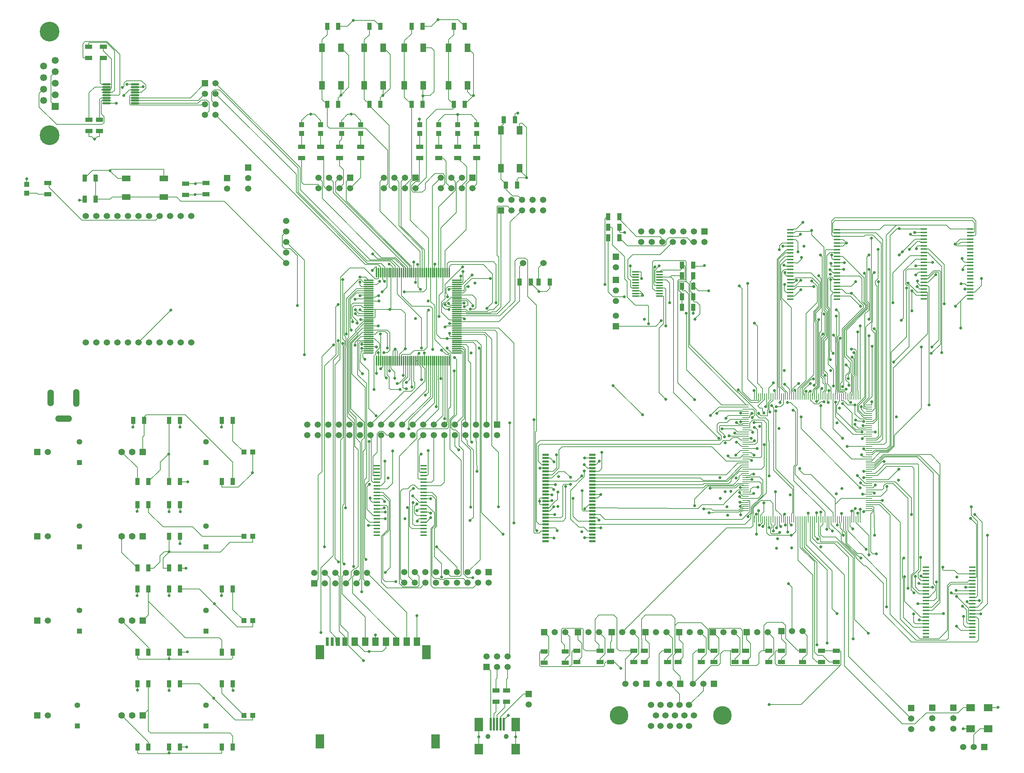
<source format=gtl>
%FSLAX44Y44*%
%MOMM*%
G71*
G01*
G75*
G04 Layer_Physical_Order=1*
G04 Layer_Color=255*
%ADD10R,1.1000X1.7000*%
%ADD11R,1.5500X0.4500*%
%ADD12R,1.7000X1.1000*%
%ADD13R,1.4000X2.1000*%
%ADD14R,1.2000X1.2000*%
%ADD15R,1.2000X1.2000*%
%ADD16O,0.3000X2.5400*%
%ADD17O,2.5400X0.3000*%
%ADD18R,2.1000X1.4000*%
%ADD19R,1.5500X0.5500*%
%ADD20O,1.7000X0.3500*%
%ADD21O,1.5500X0.2500*%
%ADD22O,0.2500X1.5500*%
%ADD23R,0.5000X3.1000*%
%ADD24R,2.0000X2.5000*%
%ADD25R,2.0000X3.3000*%
%ADD26O,2.1000X0.4500*%
%ADD27R,0.7000X2.0000*%
%ADD28R,1.0000X2.0000*%
%ADD29R,1.2000X2.0000*%
%ADD30R,1.5000X2.0000*%
%ADD31R,2.0000X3.5000*%
%ADD32R,2.0000X1.8000*%
%ADD33C,0.1500*%
%ADD34R,1.5000X1.5000*%
%ADD35C,1.5000*%
%ADD36R,1.5000X1.5000*%
%ADD37C,1.3500*%
%ADD38R,1.2500X1.2500*%
%ADD39C,1.6000*%
%ADD40R,1.6000X1.6000*%
%ADD41C,1.2000*%
%ADD42O,1.5240X4.0640*%
%ADD43O,4.0640X1.5240*%
%ADD44O,1.5240X4.3180*%
%ADD45C,4.7600*%
%ADD46R,1.6900X1.6900*%
%ADD47C,1.6900*%
%ADD48C,1.5240*%
%ADD49C,4.5000*%
%ADD50C,0.7100*%
D10*
X931710Y1398270D02*
D03*
X904710D02*
D03*
X828510D02*
D03*
X855510D02*
D03*
X1285710Y2363470D02*
D03*
X1312710D02*
D03*
X1387310D02*
D03*
X1414310D02*
D03*
X1488910D02*
D03*
X1515910D02*
D03*
X1590510D02*
D03*
X1617510D02*
D03*
X1716240Y2169160D02*
D03*
X1743240D02*
D03*
X1821980Y1935480D02*
D03*
X1794980D02*
D03*
X1776260D02*
D03*
X1749260D02*
D03*
X1312710Y2551430D02*
D03*
X1285710D02*
D03*
X1414310D02*
D03*
X1387310D02*
D03*
X1515910D02*
D03*
X1488910D02*
D03*
X1617510D02*
D03*
X1590510D02*
D03*
X1738160Y2326640D02*
D03*
X1711160D02*
D03*
X2140420Y1925320D02*
D03*
X2167420D02*
D03*
X2140420Y1874520D02*
D03*
X2167420D02*
D03*
Y1899920D02*
D03*
X2140420D02*
D03*
Y1976120D02*
D03*
X2167420D02*
D03*
X2140420Y1950720D02*
D03*
X2167420D02*
D03*
X1989620Y2042160D02*
D03*
X1962620D02*
D03*
X1989620Y2067560D02*
D03*
X1962620D02*
D03*
X1989620Y2092960D02*
D03*
X1962620D02*
D03*
X701510Y2134870D02*
D03*
X728510D02*
D03*
Y2185670D02*
D03*
X701510D02*
D03*
X1031710Y1601470D02*
D03*
X1058710D02*
D03*
X818350D02*
D03*
X845350D02*
D03*
X931710Y1454150D02*
D03*
X904710D02*
D03*
X931710Y1601470D02*
D03*
X904710D02*
D03*
X828510Y1454150D02*
D03*
X855510D02*
D03*
X1058710D02*
D03*
X1031710D02*
D03*
X931710Y1245870D02*
D03*
X904710D02*
D03*
X931710Y1322070D02*
D03*
X904710D02*
D03*
X828510Y1245870D02*
D03*
X855510D02*
D03*
X1031710Y1195070D02*
D03*
X1058710D02*
D03*
X828510D02*
D03*
X855510D02*
D03*
X931710Y1042670D02*
D03*
X904710D02*
D03*
Y1195070D02*
D03*
X931710D02*
D03*
X855510Y1042670D02*
D03*
X828510D02*
D03*
X1031710D02*
D03*
X1058710D02*
D03*
Y966470D02*
D03*
X1031710D02*
D03*
X828510D02*
D03*
X855510D02*
D03*
X931710Y814070D02*
D03*
X904710D02*
D03*
Y966470D02*
D03*
X931710D02*
D03*
X855510Y814070D02*
D03*
X828510D02*
D03*
X1058710D02*
D03*
X1031710D02*
D03*
D11*
X2834760Y1894660D02*
D03*
Y1902660D02*
D03*
Y1910660D02*
D03*
Y1918660D02*
D03*
Y1926660D02*
D03*
Y1934660D02*
D03*
Y1942660D02*
D03*
Y1950660D02*
D03*
Y1958660D02*
D03*
Y1966660D02*
D03*
Y1974660D02*
D03*
Y1982660D02*
D03*
Y1990660D02*
D03*
Y1998660D02*
D03*
Y2006660D02*
D03*
Y2014660D02*
D03*
Y2022660D02*
D03*
Y2030660D02*
D03*
Y2038660D02*
D03*
Y2046660D02*
D03*
Y2054660D02*
D03*
Y2062660D02*
D03*
X2722760Y1894660D02*
D03*
Y1902660D02*
D03*
Y1910660D02*
D03*
Y1918660D02*
D03*
Y1926660D02*
D03*
Y1934660D02*
D03*
Y1942660D02*
D03*
Y1950660D02*
D03*
Y1958660D02*
D03*
Y1966660D02*
D03*
Y1974660D02*
D03*
Y1982660D02*
D03*
Y1990660D02*
D03*
Y1998660D02*
D03*
Y2006660D02*
D03*
Y2014660D02*
D03*
Y2022660D02*
D03*
Y2030660D02*
D03*
Y2038660D02*
D03*
Y2046660D02*
D03*
Y2054660D02*
D03*
Y2062660D02*
D03*
X2513450Y1893390D02*
D03*
Y1901390D02*
D03*
Y1909390D02*
D03*
Y1917390D02*
D03*
Y1925390D02*
D03*
Y1933390D02*
D03*
Y1941390D02*
D03*
Y1949390D02*
D03*
Y1957390D02*
D03*
Y1965390D02*
D03*
Y1973390D02*
D03*
Y1981390D02*
D03*
Y1989390D02*
D03*
Y1997390D02*
D03*
Y2005390D02*
D03*
Y2013390D02*
D03*
Y2021390D02*
D03*
Y2029390D02*
D03*
Y2037390D02*
D03*
Y2045390D02*
D03*
Y2053390D02*
D03*
Y2061390D02*
D03*
X2401450Y1893390D02*
D03*
Y1901390D02*
D03*
Y1909390D02*
D03*
Y1917390D02*
D03*
Y1925390D02*
D03*
Y1933390D02*
D03*
Y1941390D02*
D03*
Y1949390D02*
D03*
Y1957390D02*
D03*
Y1965390D02*
D03*
Y1973390D02*
D03*
Y1981390D02*
D03*
Y1989390D02*
D03*
Y1997390D02*
D03*
Y2005390D02*
D03*
Y2013390D02*
D03*
Y2021390D02*
D03*
Y2029390D02*
D03*
Y2037390D02*
D03*
Y2045390D02*
D03*
Y2053390D02*
D03*
Y2061390D02*
D03*
X2727840Y1247320D02*
D03*
Y1239320D02*
D03*
Y1231320D02*
D03*
Y1223320D02*
D03*
Y1215320D02*
D03*
Y1207320D02*
D03*
Y1199320D02*
D03*
Y1191320D02*
D03*
Y1183320D02*
D03*
Y1175320D02*
D03*
Y1167320D02*
D03*
Y1159320D02*
D03*
Y1151320D02*
D03*
Y1143320D02*
D03*
Y1135320D02*
D03*
Y1127320D02*
D03*
Y1119320D02*
D03*
Y1111320D02*
D03*
Y1103320D02*
D03*
Y1095320D02*
D03*
Y1087320D02*
D03*
Y1079320D02*
D03*
X2839840Y1247320D02*
D03*
Y1239320D02*
D03*
Y1231320D02*
D03*
Y1223320D02*
D03*
Y1215320D02*
D03*
Y1207320D02*
D03*
Y1199320D02*
D03*
Y1191320D02*
D03*
Y1183320D02*
D03*
Y1175320D02*
D03*
Y1167320D02*
D03*
Y1159320D02*
D03*
Y1151320D02*
D03*
Y1143320D02*
D03*
Y1135320D02*
D03*
Y1127320D02*
D03*
Y1119320D02*
D03*
Y1111320D02*
D03*
Y1103320D02*
D03*
Y1095320D02*
D03*
Y1087320D02*
D03*
Y1079320D02*
D03*
X1405770Y1492430D02*
D03*
Y1484430D02*
D03*
Y1476430D02*
D03*
Y1468430D02*
D03*
Y1460430D02*
D03*
Y1452430D02*
D03*
Y1444430D02*
D03*
Y1436430D02*
D03*
Y1428430D02*
D03*
Y1420430D02*
D03*
Y1412430D02*
D03*
Y1404430D02*
D03*
Y1396430D02*
D03*
Y1388430D02*
D03*
Y1380430D02*
D03*
Y1372430D02*
D03*
Y1364430D02*
D03*
Y1356430D02*
D03*
Y1348430D02*
D03*
Y1340430D02*
D03*
Y1332430D02*
D03*
Y1324430D02*
D03*
X1517770Y1492430D02*
D03*
Y1484430D02*
D03*
Y1476430D02*
D03*
Y1468430D02*
D03*
Y1460430D02*
D03*
Y1452430D02*
D03*
Y1444430D02*
D03*
Y1436430D02*
D03*
Y1428430D02*
D03*
Y1420430D02*
D03*
Y1412430D02*
D03*
Y1404430D02*
D03*
Y1396430D02*
D03*
Y1388430D02*
D03*
Y1380430D02*
D03*
Y1372430D02*
D03*
Y1364430D02*
D03*
Y1356430D02*
D03*
Y1348430D02*
D03*
Y1340430D02*
D03*
Y1332430D02*
D03*
Y1324430D02*
D03*
D12*
X712470Y2299170D02*
D03*
Y2326170D02*
D03*
X737870Y2299170D02*
D03*
Y2326170D02*
D03*
X1968500Y1019010D02*
D03*
Y1046010D02*
D03*
X1808480Y1044740D02*
D03*
Y1017740D02*
D03*
X1943100Y1046010D02*
D03*
Y1019010D02*
D03*
X2268220Y1046010D02*
D03*
Y1019010D02*
D03*
X2349500Y1046010D02*
D03*
Y1019010D02*
D03*
X1887220Y1046010D02*
D03*
Y1019010D02*
D03*
X1859280Y1044740D02*
D03*
Y1017740D02*
D03*
X2293620Y1046010D02*
D03*
Y1019010D02*
D03*
X2476500Y1046010D02*
D03*
Y1019010D02*
D03*
X2430780Y1046010D02*
D03*
Y1019010D02*
D03*
X2049780Y1046010D02*
D03*
Y1019010D02*
D03*
X2379980Y1046010D02*
D03*
Y1019010D02*
D03*
X2512060Y1046010D02*
D03*
Y1019010D02*
D03*
X2217420Y1046010D02*
D03*
Y1019010D02*
D03*
X2186940Y1046010D02*
D03*
Y1019010D02*
D03*
X2131060Y1046010D02*
D03*
Y1019010D02*
D03*
X2105660Y1046010D02*
D03*
Y1019010D02*
D03*
X2024380Y1046010D02*
D03*
Y1019010D02*
D03*
X1366520Y2234400D02*
D03*
Y2261400D02*
D03*
X1315720Y2234400D02*
D03*
Y2261400D02*
D03*
X1224280Y2234400D02*
D03*
Y2261400D02*
D03*
X1270000Y2234400D02*
D03*
Y2261400D02*
D03*
X1600200Y2234400D02*
D03*
Y2261400D02*
D03*
X1508760Y2234400D02*
D03*
Y2261400D02*
D03*
X1554480Y2234400D02*
D03*
Y2261400D02*
D03*
X1645920Y2234400D02*
D03*
Y2261400D02*
D03*
X1718310Y923760D02*
D03*
Y950760D02*
D03*
X1692910Y923760D02*
D03*
Y950760D02*
D03*
X994410Y2146770D02*
D03*
Y2173770D02*
D03*
X944880Y2145500D02*
D03*
Y2172500D02*
D03*
X711200Y2502700D02*
D03*
Y2475700D02*
D03*
X746760Y2502700D02*
D03*
Y2475700D02*
D03*
X613410Y2146770D02*
D03*
Y2173770D02*
D03*
D13*
X1704340Y2300800D02*
D03*
Y2209800D02*
D03*
X1749340D02*
D03*
Y2300800D02*
D03*
X1273810Y2500190D02*
D03*
Y2409190D02*
D03*
X1318810D02*
D03*
Y2500190D02*
D03*
X1375410D02*
D03*
Y2409190D02*
D03*
X1420410D02*
D03*
Y2500190D02*
D03*
X1471930D02*
D03*
Y2409190D02*
D03*
X1516930D02*
D03*
Y2500190D02*
D03*
X1578610D02*
D03*
Y2409190D02*
D03*
X1623610D02*
D03*
Y2500190D02*
D03*
D14*
X1508760Y2314280D02*
D03*
Y2293280D02*
D03*
X1320800Y2314280D02*
D03*
Y2293280D02*
D03*
X1600200Y2314280D02*
D03*
Y2293280D02*
D03*
X1554480Y2314280D02*
D03*
Y2293280D02*
D03*
X1645920Y2314280D02*
D03*
Y2293280D02*
D03*
X1366520Y2314280D02*
D03*
Y2293280D02*
D03*
X1270000Y2314280D02*
D03*
Y2293280D02*
D03*
X1224280Y2314280D02*
D03*
Y2293280D02*
D03*
X562610Y2170770D02*
D03*
Y2149770D02*
D03*
D15*
X1106510Y1322070D02*
D03*
X1085510D02*
D03*
X1106510Y1118870D02*
D03*
X1085510D02*
D03*
X1106510Y890270D02*
D03*
X1085510D02*
D03*
X1106510Y1525270D02*
D03*
X1085510D02*
D03*
D16*
X1579750Y1957660D02*
D03*
X1574750D02*
D03*
X1569750D02*
D03*
X1564750D02*
D03*
X1559750D02*
D03*
X1554750D02*
D03*
X1549750D02*
D03*
X1544750D02*
D03*
X1539750D02*
D03*
X1534750D02*
D03*
X1529750D02*
D03*
X1524750D02*
D03*
X1519750D02*
D03*
X1514750D02*
D03*
X1509750D02*
D03*
X1504750D02*
D03*
X1499750D02*
D03*
X1494750D02*
D03*
X1489750D02*
D03*
X1484750D02*
D03*
X1479750D02*
D03*
X1474750D02*
D03*
X1469750D02*
D03*
X1464750D02*
D03*
X1459750D02*
D03*
X1454750D02*
D03*
X1449750D02*
D03*
X1444750D02*
D03*
X1439750D02*
D03*
X1434750D02*
D03*
X1429750D02*
D03*
X1424750D02*
D03*
X1419750D02*
D03*
X1414750D02*
D03*
X1409750D02*
D03*
X1404750D02*
D03*
Y1745660D02*
D03*
X1409750D02*
D03*
X1414750D02*
D03*
X1419750D02*
D03*
X1424750D02*
D03*
X1429750D02*
D03*
X1434750D02*
D03*
X1439750D02*
D03*
X1444750D02*
D03*
X1449750D02*
D03*
X1454750D02*
D03*
X1459750D02*
D03*
X1464750D02*
D03*
X1469750D02*
D03*
X1474750D02*
D03*
X1479750D02*
D03*
X1484750D02*
D03*
X1489750D02*
D03*
X1494750D02*
D03*
X1499750D02*
D03*
X1504750D02*
D03*
X1509750D02*
D03*
X1514750D02*
D03*
X1519750D02*
D03*
X1524750D02*
D03*
X1529750D02*
D03*
X1534750D02*
D03*
X1539750D02*
D03*
X1544750D02*
D03*
X1549750D02*
D03*
X1554750D02*
D03*
X1559750D02*
D03*
X1564750D02*
D03*
X1569750D02*
D03*
X1574750D02*
D03*
X1579750D02*
D03*
D17*
X1386250Y1939160D02*
D03*
Y1934160D02*
D03*
Y1929160D02*
D03*
Y1924160D02*
D03*
Y1919160D02*
D03*
Y1914160D02*
D03*
Y1909160D02*
D03*
Y1904160D02*
D03*
Y1899160D02*
D03*
Y1894160D02*
D03*
Y1889160D02*
D03*
Y1884160D02*
D03*
Y1879160D02*
D03*
Y1874160D02*
D03*
Y1869160D02*
D03*
Y1864160D02*
D03*
Y1859160D02*
D03*
Y1854160D02*
D03*
Y1849160D02*
D03*
Y1844160D02*
D03*
Y1839160D02*
D03*
Y1834160D02*
D03*
Y1829160D02*
D03*
Y1824160D02*
D03*
Y1819160D02*
D03*
Y1814160D02*
D03*
Y1809160D02*
D03*
Y1804160D02*
D03*
Y1799160D02*
D03*
Y1794160D02*
D03*
Y1789160D02*
D03*
Y1784160D02*
D03*
Y1779160D02*
D03*
Y1774160D02*
D03*
Y1769160D02*
D03*
Y1764160D02*
D03*
X1598250D02*
D03*
Y1769160D02*
D03*
Y1774160D02*
D03*
Y1779160D02*
D03*
Y1784160D02*
D03*
Y1789160D02*
D03*
Y1794160D02*
D03*
Y1799160D02*
D03*
Y1804160D02*
D03*
Y1809160D02*
D03*
Y1814160D02*
D03*
Y1819160D02*
D03*
Y1824160D02*
D03*
Y1829160D02*
D03*
Y1834160D02*
D03*
Y1839160D02*
D03*
Y1844160D02*
D03*
Y1849160D02*
D03*
Y1854160D02*
D03*
Y1859160D02*
D03*
Y1864160D02*
D03*
Y1869160D02*
D03*
Y1874160D02*
D03*
Y1879160D02*
D03*
Y1884160D02*
D03*
Y1889160D02*
D03*
Y1894160D02*
D03*
Y1899160D02*
D03*
Y1904160D02*
D03*
Y1909160D02*
D03*
Y1914160D02*
D03*
Y1919160D02*
D03*
Y1924160D02*
D03*
Y1929160D02*
D03*
Y1934160D02*
D03*
Y1939160D02*
D03*
D18*
X801810Y2139950D02*
D03*
X892810D02*
D03*
Y2184950D02*
D03*
X801810D02*
D03*
D19*
X1812170Y1518780D02*
D03*
Y1510780D02*
D03*
Y1502780D02*
D03*
Y1494780D02*
D03*
Y1486780D02*
D03*
Y1478780D02*
D03*
Y1470780D02*
D03*
Y1462780D02*
D03*
Y1454780D02*
D03*
Y1446780D02*
D03*
Y1438780D02*
D03*
Y1430780D02*
D03*
Y1422780D02*
D03*
Y1414780D02*
D03*
Y1406780D02*
D03*
Y1398780D02*
D03*
Y1390780D02*
D03*
Y1382780D02*
D03*
Y1374780D02*
D03*
Y1366780D02*
D03*
Y1358780D02*
D03*
Y1350780D02*
D03*
Y1342780D02*
D03*
Y1334780D02*
D03*
Y1326780D02*
D03*
Y1318780D02*
D03*
Y1310780D02*
D03*
X1924170Y1518780D02*
D03*
Y1510780D02*
D03*
Y1502780D02*
D03*
Y1494780D02*
D03*
Y1486780D02*
D03*
Y1478780D02*
D03*
Y1470780D02*
D03*
Y1462780D02*
D03*
Y1454780D02*
D03*
Y1446780D02*
D03*
Y1438780D02*
D03*
Y1430780D02*
D03*
Y1422780D02*
D03*
Y1414780D02*
D03*
Y1406780D02*
D03*
Y1398780D02*
D03*
Y1390780D02*
D03*
Y1382780D02*
D03*
Y1374780D02*
D03*
Y1366780D02*
D03*
Y1358780D02*
D03*
Y1350780D02*
D03*
Y1342780D02*
D03*
Y1334780D02*
D03*
Y1326780D02*
D03*
Y1318780D02*
D03*
Y1310780D02*
D03*
D20*
X2085900Y1901150D02*
D03*
Y1907650D02*
D03*
Y1914150D02*
D03*
Y1920650D02*
D03*
Y1927150D02*
D03*
Y1933650D02*
D03*
Y1940150D02*
D03*
Y1946650D02*
D03*
Y1953150D02*
D03*
Y1959650D02*
D03*
X2028900Y1901150D02*
D03*
Y1907650D02*
D03*
Y1914150D02*
D03*
Y1920650D02*
D03*
Y1927150D02*
D03*
Y1933650D02*
D03*
Y1940150D02*
D03*
Y1946650D02*
D03*
Y1953150D02*
D03*
Y1959650D02*
D03*
D21*
X2293960Y1638800D02*
D03*
Y1633800D02*
D03*
Y1628800D02*
D03*
Y1623800D02*
D03*
Y1618800D02*
D03*
Y1613800D02*
D03*
Y1608800D02*
D03*
Y1603800D02*
D03*
Y1598800D02*
D03*
Y1593800D02*
D03*
Y1588800D02*
D03*
Y1583800D02*
D03*
Y1578800D02*
D03*
Y1573800D02*
D03*
Y1568800D02*
D03*
Y1563800D02*
D03*
Y1558800D02*
D03*
Y1553800D02*
D03*
Y1548800D02*
D03*
Y1543800D02*
D03*
Y1538800D02*
D03*
Y1533800D02*
D03*
Y1528800D02*
D03*
Y1523800D02*
D03*
Y1518800D02*
D03*
Y1513800D02*
D03*
Y1508800D02*
D03*
Y1503800D02*
D03*
Y1498800D02*
D03*
Y1493800D02*
D03*
Y1488800D02*
D03*
Y1483800D02*
D03*
Y1478800D02*
D03*
Y1473800D02*
D03*
Y1468800D02*
D03*
Y1463800D02*
D03*
Y1458800D02*
D03*
Y1453800D02*
D03*
Y1448800D02*
D03*
Y1443800D02*
D03*
Y1438800D02*
D03*
Y1433800D02*
D03*
Y1428800D02*
D03*
Y1423800D02*
D03*
Y1418800D02*
D03*
Y1413800D02*
D03*
Y1408800D02*
D03*
Y1403800D02*
D03*
Y1398800D02*
D03*
Y1393800D02*
D03*
Y1388800D02*
D03*
Y1383800D02*
D03*
X2590460D02*
D03*
Y1388800D02*
D03*
Y1393800D02*
D03*
Y1398800D02*
D03*
Y1403800D02*
D03*
Y1408800D02*
D03*
Y1413800D02*
D03*
Y1418800D02*
D03*
Y1423800D02*
D03*
Y1428800D02*
D03*
Y1433800D02*
D03*
Y1438800D02*
D03*
Y1443800D02*
D03*
Y1448800D02*
D03*
Y1453800D02*
D03*
Y1458800D02*
D03*
Y1463800D02*
D03*
Y1468800D02*
D03*
Y1473800D02*
D03*
Y1478800D02*
D03*
Y1483800D02*
D03*
Y1488800D02*
D03*
Y1493800D02*
D03*
Y1498800D02*
D03*
Y1503800D02*
D03*
Y1508800D02*
D03*
Y1513800D02*
D03*
Y1518800D02*
D03*
Y1523800D02*
D03*
Y1528800D02*
D03*
Y1533800D02*
D03*
Y1538800D02*
D03*
Y1543800D02*
D03*
Y1548800D02*
D03*
Y1553800D02*
D03*
Y1558800D02*
D03*
Y1563800D02*
D03*
Y1568800D02*
D03*
Y1573800D02*
D03*
Y1578800D02*
D03*
Y1583800D02*
D03*
Y1588800D02*
D03*
Y1593800D02*
D03*
Y1598800D02*
D03*
Y1603800D02*
D03*
Y1608800D02*
D03*
Y1613800D02*
D03*
Y1618800D02*
D03*
Y1623800D02*
D03*
Y1628800D02*
D03*
Y1633800D02*
D03*
Y1638800D02*
D03*
D22*
X2314710Y1363050D02*
D03*
X2319710D02*
D03*
X2324710D02*
D03*
X2329710D02*
D03*
X2334710D02*
D03*
X2339710D02*
D03*
X2344710D02*
D03*
X2349710D02*
D03*
X2354710D02*
D03*
X2359710D02*
D03*
X2364710D02*
D03*
X2369710D02*
D03*
X2374710D02*
D03*
X2379710D02*
D03*
X2384710D02*
D03*
X2389710D02*
D03*
X2394710D02*
D03*
X2399710D02*
D03*
X2404710D02*
D03*
X2409710D02*
D03*
X2414710D02*
D03*
X2419710D02*
D03*
X2424710D02*
D03*
X2429710D02*
D03*
X2434710D02*
D03*
X2439710D02*
D03*
X2444710D02*
D03*
X2449710D02*
D03*
X2454710D02*
D03*
X2459710D02*
D03*
X2464710D02*
D03*
X2469710D02*
D03*
X2474710D02*
D03*
X2479710D02*
D03*
X2484710D02*
D03*
X2489710D02*
D03*
X2494710D02*
D03*
X2499710D02*
D03*
X2504710D02*
D03*
X2509710D02*
D03*
X2514710D02*
D03*
X2519710D02*
D03*
X2524710D02*
D03*
X2529710D02*
D03*
X2534710D02*
D03*
X2539710D02*
D03*
X2544710D02*
D03*
X2549710D02*
D03*
X2554710D02*
D03*
X2559710D02*
D03*
X2564710D02*
D03*
X2569710D02*
D03*
Y1659550D02*
D03*
X2564710D02*
D03*
X2559710D02*
D03*
X2554710D02*
D03*
X2549710D02*
D03*
X2544710D02*
D03*
X2539710D02*
D03*
X2534710D02*
D03*
X2529710D02*
D03*
X2524710D02*
D03*
X2519710D02*
D03*
X2514710D02*
D03*
X2509710D02*
D03*
X2504710D02*
D03*
X2499710D02*
D03*
X2494710D02*
D03*
X2489710D02*
D03*
X2484710D02*
D03*
X2479710D02*
D03*
X2474710D02*
D03*
X2469710D02*
D03*
X2464710D02*
D03*
X2459710D02*
D03*
X2454710D02*
D03*
X2449710D02*
D03*
X2444710D02*
D03*
X2439710D02*
D03*
X2434710D02*
D03*
X2429710D02*
D03*
X2424710D02*
D03*
X2419710D02*
D03*
X2414710D02*
D03*
X2409710D02*
D03*
X2404710D02*
D03*
X2399710D02*
D03*
X2394710D02*
D03*
X2389710D02*
D03*
X2384710D02*
D03*
X2379710D02*
D03*
X2374710D02*
D03*
X2369710D02*
D03*
X2364710D02*
D03*
X2359710D02*
D03*
X2354710D02*
D03*
X2349710D02*
D03*
X2344710D02*
D03*
X2339710D02*
D03*
X2334710D02*
D03*
X2329710D02*
D03*
X2324710D02*
D03*
X2319710D02*
D03*
X2314710D02*
D03*
D23*
X1679448Y869470D02*
D03*
X1687449D02*
D03*
X1695450D02*
D03*
X1703448D02*
D03*
X1711449D02*
D03*
D24*
X1739948Y809470D02*
D03*
X1650949D02*
D03*
D25*
Y868469D02*
D03*
X1739948D02*
D03*
D26*
X754170Y2411620D02*
D03*
Y2405120D02*
D03*
Y2398620D02*
D03*
Y2392120D02*
D03*
Y2385620D02*
D03*
Y2379120D02*
D03*
Y2372620D02*
D03*
Y2366120D02*
D03*
X823170Y2411620D02*
D03*
Y2405120D02*
D03*
Y2398620D02*
D03*
Y2392120D02*
D03*
Y2385620D02*
D03*
Y2379120D02*
D03*
Y2372620D02*
D03*
Y2366120D02*
D03*
D27*
X1286160Y1068070D02*
D03*
X1298160D02*
D03*
D28*
X1311160D02*
D03*
D29*
X1328160D02*
D03*
D30*
X1352410D02*
D03*
X1377410D02*
D03*
X1402410D02*
D03*
X1427410D02*
D03*
X1452410D02*
D03*
X1477410D02*
D03*
X1502410D02*
D03*
D31*
X1524660Y1043070D02*
D03*
X1546660Y828070D02*
D03*
X1268160Y1043070D02*
D03*
Y828070D02*
D03*
D32*
X2877820Y909320D02*
D03*
X2835820D02*
D03*
Y858520D02*
D03*
X2877820D02*
D03*
D33*
X2600292Y1280000D02*
X2608750D01*
X2600198Y1279906D02*
X2600292Y1280000D01*
X2595118Y1284986D02*
X2600198Y1279906D01*
X2570222Y1269750D02*
X2571250D01*
X2566162Y1273810D02*
X2570222Y1269750D01*
X2582880Y1251250D02*
X2625344Y1208786D01*
X2579099Y1251250D02*
X2582880D01*
X2559688Y1270661D02*
X2579099Y1251250D01*
X2409500Y1490750D02*
X2413500Y1494750D01*
X2409500Y1456379D02*
Y1490750D01*
Y1456379D02*
X2484710Y1381169D01*
X2419750Y1464250D02*
X2419750D01*
X2413000Y1471000D02*
X2419750Y1464250D01*
X2413000Y1471000D02*
Y1490000D01*
X2417750Y1494750D01*
X2434250Y1471168D02*
X2451544D01*
X2434250Y1471156D02*
Y1471168D01*
X2424000Y1481406D02*
X2434250Y1471156D01*
X2424000Y1481406D02*
Y1486000D01*
X2417750Y1494750D02*
Y1629500D01*
X2413500Y1494750D02*
Y1622258D01*
X2217676Y1381000D02*
X2277889D01*
X2214985Y1384500D02*
X2277500D01*
X2287864Y1393800D02*
X2293960D01*
X2284210Y1390146D02*
X2287864Y1393800D01*
X2279543Y1394500D02*
X2280682D01*
Y1394568D01*
X2280611D02*
X2280682D01*
X2284210Y1390111D02*
Y1390146D01*
X2283049Y1388950D02*
X2284210Y1390111D01*
X2281842Y1388950D02*
X2283049D01*
X2281160Y1388268D02*
X2281842Y1388950D01*
X2278861Y1393818D02*
X2279543Y1394500D01*
X2287154Y1388800D02*
X2293960D01*
X2284222Y1385868D02*
X2287154Y1388800D01*
X2282757Y1385868D02*
X2284222D01*
X2277889Y1381000D02*
X2282757Y1385868D01*
X2283896Y1383117D02*
X2286960D01*
X2281750Y1380972D02*
X2283896Y1383117D01*
X2281160Y1388160D02*
Y1388268D01*
X2283228Y1398800D02*
X2293960D01*
X2278634Y1394206D02*
X2283228Y1398800D01*
X2277500Y1384500D02*
X2281160Y1388160D01*
X2281750Y1374500D02*
Y1380972D01*
X2210867Y1388618D02*
X2214985Y1384500D01*
X2215926Y1379250D02*
X2217676Y1381000D01*
X2205750Y1379250D02*
X2215926D01*
X2312670Y1376642D02*
Y1390650D01*
X2309832Y1377693D02*
Y1391920D01*
X2306625Y1374486D02*
X2309832Y1377693D01*
X2311400Y1375372D02*
X2312670Y1376642D01*
X2311400Y1347216D02*
Y1375372D01*
X2306625Y1365809D02*
Y1374486D01*
X2307082Y1378832D02*
Y1393059D01*
X2299462Y1371212D02*
X2307082Y1378832D01*
X2299462Y1369314D02*
Y1371212D01*
X1954750Y1363250D02*
X2285326D01*
X1943220Y1374780D02*
X1954750Y1363250D01*
X1924170Y1374780D02*
X1943220D01*
X2285326Y1363250D02*
X2303780Y1381704D01*
X2192500Y1388500D02*
X2210749D01*
X2596506Y1503750D02*
X2617006Y1524250D01*
X2590510Y1503750D02*
X2596506D01*
X2590460Y1503800D02*
X2590510Y1503750D01*
X2705090Y1902660D02*
X2722760D01*
X2694114Y1913636D02*
X2705090Y1902660D01*
X2692908Y1913636D02*
X2694114D01*
X2693022Y1913750D02*
X2694250D01*
X2692908Y1913636D02*
X2693022Y1913750D01*
X2685034Y1932432D02*
X2706806Y1910660D01*
X2716750Y1630090D02*
Y1778750D01*
X2694158Y1865886D02*
Y1913000D01*
X2652224Y1565564D02*
X2716750Y1630090D01*
X2652224Y1539835D02*
Y1565564D01*
X2636639Y1524250D02*
X2652224Y1539835D01*
X2617006Y1524250D02*
X2636639D01*
X2649474Y1540974D02*
Y1727708D01*
X2635500Y1527000D02*
X2649474Y1540974D01*
X2606707Y1527000D02*
X2635500D01*
X2598507Y1518800D02*
X2606707Y1527000D01*
X2644161Y1539661D02*
Y1765554D01*
X2634500Y1530000D02*
X2644161Y1539661D01*
X2604620Y1530000D02*
X2634500D01*
X2598420Y1523800D02*
X2604620Y1530000D01*
X2590460Y1498800D02*
X2604800D01*
X2604050Y1493800D02*
X2626641Y1516391D01*
X2590460Y1493800D02*
X2604050D01*
X2625142Y1519142D02*
X2739930D01*
X2604800Y1498800D02*
X2625142Y1519142D01*
X2626641Y1516391D02*
X2712963D01*
X2620500Y1505750D02*
X2620500D01*
X2603550Y1488800D02*
X2620500Y1505750D01*
X2590460Y1488800D02*
X2603550D01*
X2620500Y1505750D02*
X2620672Y1505922D01*
X2628391Y1513641D01*
X2707077D01*
X2622250Y1502500D02*
X2626750D01*
X2603550Y1483800D02*
X2622250Y1502500D01*
X2629000Y1496250D02*
X2708466D01*
X2618650Y1485900D02*
X2629000Y1496250D01*
X2618486Y1485900D02*
X2618650D01*
X2708466Y1496250D02*
X2709926Y1494790D01*
X2694150Y1490500D02*
X2699004Y1485646D01*
X2633000Y1490500D02*
X2694150D01*
X2623500Y1481000D02*
X2633000Y1490500D01*
X2623500Y1480995D02*
Y1481000D01*
X2611306Y1468800D02*
X2623500Y1480995D01*
X2334500Y1624750D02*
X2337750Y1621500D01*
X2327946Y1631304D02*
X2334500D01*
Y1624750D02*
Y1631304D01*
X2344710Y1637460D02*
Y1659550D01*
X2342000Y1634750D02*
X2344710Y1637460D01*
X2330704Y1612646D02*
X2345944D01*
X2324608Y1618742D02*
X2330704Y1612646D01*
X2345944D02*
X2346236Y1612938D01*
X2341880Y1607312D02*
X2348484Y1600708D01*
X2326640Y1607312D02*
X2341880D01*
X2336800Y1602232D02*
X2343912Y1595120D01*
X2310892Y1602232D02*
X2336800D01*
X2350554Y1623276D02*
Y1641049D01*
X2346236Y1625092D02*
X2347803Y1626660D01*
X2346236Y1612938D02*
Y1625092D01*
X2347803Y1626660D02*
Y1644303D01*
X2354710Y1651210D01*
X2350554Y1641049D02*
X2359710Y1650205D01*
X2356104Y1637284D02*
X2361184Y1632204D01*
X2323236Y1636014D02*
X2327946Y1631304D01*
X2323236Y1636014D02*
X2339710Y1652489D01*
Y1659550D01*
X2590460Y1573800D02*
X2606200D01*
X1924170Y1478780D02*
X1940560D01*
X1937750Y1499000D02*
X1941500Y1502750D01*
X1937553Y1498803D02*
X1937606Y1498750D01*
X1440590Y1975160D02*
X1440630D01*
X1437000Y1978750D02*
X1440590Y1975160D01*
X1435250Y1978750D02*
X1437000D01*
X1545000Y1975410D02*
Y1978000D01*
X1544750Y1975160D02*
X1545000Y1975410D01*
X1503750Y1975542D02*
X1504750Y1974542D01*
X1503750Y1975542D02*
Y1977250D01*
X1509750Y1957660D02*
Y2009166D01*
X1412748Y2106168D02*
X1509750Y2009166D01*
X1494750Y1975160D02*
Y1983500D01*
X1494750Y1975160D02*
X1494750Y1975160D01*
X2383750Y2021250D02*
X2388540D01*
X2375500Y2015250D02*
Y2023250D01*
X2381640Y2029390D02*
X2401450D01*
X2375500Y2023250D02*
X2381640Y2029390D01*
X2406620Y1672181D02*
Y1676939D01*
X2409871Y1680190D01*
X2409940D02*
X2419625Y1689875D01*
X2409871Y1680190D02*
X2409940D01*
X2537070Y1734430D02*
X2543611Y1727889D01*
X2536000Y1734500D02*
X2537070Y1734430D01*
X2543611Y1718310D02*
Y1727889D01*
X2536000Y1733360D02*
Y1735500D01*
X2529600Y1686066D02*
Y1820686D01*
X2526849Y1695033D02*
Y1822761D01*
X2409754Y1626004D02*
X2413500Y1622258D01*
X2409754Y1626004D02*
X2410004D01*
Y1626250D01*
X2408000D02*
X2410004D01*
X2402346Y1644904D02*
X2417750Y1629500D01*
X2394204Y1644904D02*
X2402346D01*
X2315113Y1583500D02*
Y1584327D01*
Y1583500D02*
X2315528D01*
X2316734Y1584706D01*
X1740970Y2342750D02*
X1745250D01*
X1738160Y2339940D02*
X1740970Y2342750D01*
X1751240Y2318000D02*
X1756000D01*
X1749340Y2316100D02*
X1751240Y2318000D01*
X2533000Y1675500D02*
X2534666Y1677166D01*
X2522020Y1675500D02*
X2533000D01*
X2522020D02*
Y1690203D01*
X2542250Y1688500D02*
Y1691978D01*
X2548555Y1671358D02*
Y1713216D01*
X2551305Y1669680D02*
Y1710521D01*
X2554055Y1686268D02*
Y1707771D01*
Y1686268D02*
X2554710Y1685614D01*
X2544710Y1667513D02*
X2548555Y1671358D01*
X2554710Y1659550D02*
Y1685614D01*
X2531198Y1672292D02*
X2534710Y1668780D01*
X2520632Y1672292D02*
X2531198D01*
X2519270Y1673654D02*
X2520632Y1672292D01*
X2519270Y1673654D02*
Y1798079D01*
X2517708Y1669542D02*
X2527678D01*
X2517460Y1669790D02*
X2517708Y1669542D01*
X2517460Y1669790D02*
Y1671574D01*
X2516519Y1672515D02*
X2517460Y1671574D01*
X2516519Y1672515D02*
Y1792089D01*
X2534710Y1659550D02*
Y1668780D01*
X2564000Y1376804D02*
Y1377750D01*
X2563876Y1376680D02*
X2564000Y1376804D01*
X2569710Y1363050D02*
Y1387602D01*
X2514500Y1349250D02*
Y1349910D01*
X2515616Y1351026D01*
X2444750Y1375640D02*
Y1378500D01*
X2444710Y1375600D02*
X2444750Y1375640D01*
X2464750Y1374500D02*
Y1379000D01*
X2474750Y1374500D02*
Y1378100D01*
X2475000Y1377850D02*
Y1380250D01*
X2453000Y2048642D02*
Y2058250D01*
X2450000Y2057250D02*
X2452750Y2060000D01*
X2414628Y2057250D02*
X2450000D01*
X2414524Y2057146D02*
X2414628Y2057250D01*
X2415794Y2063242D02*
X2431542Y2078990D01*
X2408936Y2063242D02*
X2415794D01*
X2519172Y1806708D02*
Y1861578D01*
X2514750Y1866000D02*
X2519172Y1861578D01*
X2514750Y1866000D02*
Y1868250D01*
X2512500D02*
X2514750D01*
X2813500Y1930750D02*
X2822098D01*
X2399750Y1659330D02*
Y1676949D01*
X2387699Y1689000D02*
X2399750Y1676949D01*
X2387250Y1689000D02*
X2387699D01*
X2403869Y1667180D02*
X2404710Y1666340D01*
X2403869Y1667180D02*
Y1873745D01*
X2394710Y1659550D02*
Y1668540D01*
X2389710Y1659550D02*
Y1669040D01*
X2406620Y1672181D02*
X2409710Y1669090D01*
X2404710Y1659550D02*
Y1666340D01*
X2412170Y1674640D02*
X2414710Y1672100D01*
X2477500Y1678500D02*
Y1679000D01*
X2474710Y1675710D02*
X2477500Y1678500D01*
X2474710Y1659550D02*
Y1675710D01*
X2480260Y1669750D02*
X2484750Y1674240D01*
X2480260Y1666550D02*
Y1669750D01*
X2484750Y1674240D02*
Y1687901D01*
X2480260Y1692490D02*
X2481960Y1690790D01*
Y1690691D02*
Y1690790D01*
Y1690691D02*
X2484750Y1687901D01*
X2480260Y1692490D02*
Y1701137D01*
X2484710Y1691830D02*
Y1702590D01*
Y1691830D02*
X2488031Y1688509D01*
X2484710Y1659550D02*
Y1670310D01*
X2488031Y1673632D01*
X2471718Y1682802D02*
Y1812588D01*
X2464710Y1675794D02*
X2471718Y1682802D01*
X2464710Y1659550D02*
Y1675794D01*
X2468967Y1683941D02*
Y1843802D01*
X2459710Y1674684D02*
X2468967Y1683941D01*
X2459710Y1659550D02*
Y1674684D01*
X2172000Y1846750D02*
X2183384Y1858134D01*
Y1879600D01*
X2175764Y1887220D02*
X2183384Y1879600D01*
X2038600Y1914150D02*
X2046500Y1906250D01*
X2046000Y1903250D02*
Y1903851D01*
X2042201Y1907650D02*
X2046000Y1903851D01*
X2167500Y1925000D02*
X2169000D01*
X2167420Y1973072D02*
X2194500D01*
X2180000Y1914000D02*
X2204250D01*
X2169000Y1925000D02*
X2180000Y1914000D01*
X2167420Y1934210D02*
X2168960D01*
X2570250Y1451250D02*
X2570460D01*
X2577910Y1443800D01*
X2305500Y1435250D02*
X2311250Y1441000D01*
X2305500Y1428800D02*
Y1435250D01*
X2293960Y1428800D02*
X2305500D01*
X2311250Y1441000D02*
X2323250D01*
X2293960Y1453800D02*
X2294510Y1453250D01*
X2294510Y1464350D02*
X2304330D01*
X2293960Y1463800D02*
X2294510Y1464350D01*
X2304330D02*
X2305560Y1465580D01*
X2332000Y1421866D02*
Y1449000D01*
X2323934Y1413800D02*
X2332000Y1421866D01*
X2293960Y1413800D02*
X2323934D01*
X2307082Y1393059D02*
X2334750Y1420727D01*
Y1458000D01*
X2327170Y1465580D02*
X2334750Y1458000D01*
X2305560Y1465580D02*
X2327170D01*
X1831594Y1402334D02*
Y1402344D01*
X1826750Y1408250D02*
X1827000D01*
X1825500Y1406750D02*
X1827000Y1408250D01*
X1812200Y1406750D02*
X1825500D01*
X1812170Y1406780D02*
X1812200Y1406750D01*
X2292750Y1423750D02*
X2312750D01*
X2202142Y1443444D02*
X2268518D01*
X2199193Y1446195D02*
X2264155D01*
X2252872Y1448945D02*
X2259347Y1455420D01*
X2193107Y1448945D02*
X2252872D01*
X2247058Y1470780D02*
X2275078Y1498800D01*
X1924170Y1470780D02*
X2247058D01*
X2208654Y1438780D02*
X2270183D01*
X2284438Y1445514D02*
X2287524D01*
X2284222Y1445730D02*
X2284438Y1445514D01*
X2277133Y1445730D02*
X2284222D01*
X2273873Y1448800D02*
X2293960D01*
X2240188Y1398778D02*
X2243950Y1402540D01*
X2278861Y1393818D02*
Y1393979D01*
X2278634Y1394206D02*
X2278861Y1393979D01*
X2207768Y1437894D02*
X2208654Y1438780D01*
X2474722Y1583182D02*
X2549104Y1508800D01*
X2474722Y1583182D02*
Y1637538D01*
X2549104Y1508800D02*
X2590460D01*
X2310250Y1573250D02*
Y1575060D01*
X2306510Y1578800D02*
X2310250Y1575060D01*
X2303780Y1595120D02*
X2310892Y1602232D01*
X2348484Y1553464D02*
X2350008Y1551940D01*
Y1467612D02*
Y1551940D01*
X2268250Y1570250D02*
X2269750Y1568750D01*
X2294000D01*
X2274300Y1573800D02*
X2293960D01*
X2266950Y1581150D02*
X2274300Y1573800D01*
X2237232Y1581150D02*
X2266950D01*
X2236724Y1581658D02*
X2237232Y1581150D01*
X2256326Y1603800D02*
X2293960D01*
X2252536Y1613306D02*
X2286960D01*
X2322322Y1549400D02*
Y1579118D01*
X2316722Y1543800D02*
X2322322Y1549400D01*
X2316734Y1584706D02*
X2322322Y1579118D01*
X2278541Y1544159D02*
X2283900Y1538800D01*
X2293960D01*
X2273300Y1549400D02*
X2278380Y1544320D01*
X2255899Y1553230D02*
X2262483Y1559814D01*
X2240392Y1553230D02*
X2255899D01*
X2231481Y1544320D02*
X2240392Y1553230D01*
X2303780Y1610070D02*
Y1613690D01*
X2302510Y1608800D02*
X2303780Y1610070D01*
X2255520Y1563370D02*
X2293960Y1563800D01*
X2242820Y1562100D02*
Y1565694D01*
X2234946Y1556004D02*
Y1564386D01*
X2224786Y1574546D02*
X2234946Y1564386D01*
X701171Y2132199D02*
X701510Y2131860D01*
X690880Y2132199D02*
X701171D01*
X1619727Y1924050D02*
X1624615D01*
X1619727Y1915018D02*
Y1924050D01*
X1421506Y1390650D02*
X1423670D01*
X1419286Y1388430D02*
X1421506Y1390650D01*
X1428050Y1396430D02*
X1431491Y1392989D01*
X1405770Y1396430D02*
X1428050D01*
X1369060Y1188720D02*
Y1553972D01*
X2822210Y2038660D02*
X2834760D01*
X2877820Y909320D02*
X2901250D01*
X2513450Y2029390D02*
X2526000D01*
X2839840Y1167320D02*
X2852390D01*
X2839840Y1135320D02*
X2852390D01*
X2513450Y1981390D02*
X2526000D01*
X2388900Y2021390D02*
X2401450D01*
X2715290Y1159320D02*
X2727840D01*
X2577910Y1463800D02*
X2590460D01*
X2524710Y1363050D02*
Y1375600D01*
X2444710Y1363050D02*
Y1375600D01*
X2314710Y1659550D02*
Y1672100D01*
X2167420Y1861219D02*
Y1874520D01*
X1623610Y2393889D02*
Y2409190D01*
X1749340Y2300800D02*
Y2316100D01*
X2293960Y1558800D02*
X2306510D01*
X2028900Y1959650D02*
X2042201D01*
X1645920Y2314280D02*
Y2325080D01*
X1420410Y2393889D02*
Y2409190D01*
X1743240Y2169160D02*
Y2182460D01*
X1554480Y2314280D02*
Y2325080D01*
X1508760Y2314280D02*
Y2325080D01*
X1414310Y2363470D02*
Y2376770D01*
X1318810Y2393889D02*
Y2409190D01*
X1366520Y2314280D02*
Y2325080D01*
X1320800Y2314280D02*
Y2325080D01*
X1270000Y2314280D02*
Y2325080D01*
X1224280Y2314280D02*
Y2325080D01*
X1911620Y1510780D02*
X1924170D01*
X1544750Y1957660D02*
Y1975160D01*
X1924170Y1422780D02*
X1936720D01*
X1494750Y1957660D02*
Y1975160D01*
X1924170Y1342780D02*
X1936720D01*
X1812120Y1318530D02*
X1831750D01*
X1509750Y1731977D02*
Y1745660D01*
X562610Y2170770D02*
Y2181570D01*
X1454750Y1745660D02*
Y1769000D01*
X1739948Y847169D02*
Y868469D01*
Y809470D02*
Y838250D01*
X1517770Y1412430D02*
X1530320D01*
X1650949Y847169D02*
Y868469D01*
Y809470D02*
Y838750D01*
X1427410Y1053270D02*
Y1068070D01*
X1031710Y1440849D02*
Y1454150D01*
X1106510Y1311270D02*
Y1322070D01*
X904710Y1384969D02*
Y1398270D01*
Y1308770D02*
Y1322070D01*
X1058710Y1029370D02*
Y1042670D01*
X1106510Y879470D02*
Y890270D01*
X855510Y1245740D02*
Y1245870D01*
X1031710Y800770D02*
Y814070D01*
X904710Y1027500D02*
Y1042670D01*
X828510Y1029370D02*
Y1042670D01*
X904710Y800770D02*
Y814070D01*
X828510Y800770D02*
Y814070D01*
X1031710Y1588170D02*
Y1601470D01*
X931710Y1588170D02*
Y1601470D01*
X818350Y1588170D02*
Y1601470D01*
X2822210Y1974660D02*
X2834760D01*
X2722760Y1982660D02*
X2735310D01*
X2401450Y1981390D02*
X2414000D01*
X1738160Y2326640D02*
Y2339940D01*
X2028900Y1907650D02*
X2042201D01*
X2028900Y1901150D02*
X2045250D01*
X807869Y2411620D02*
X823170D01*
X1911620Y1318780D02*
X1924170D01*
X1799620Y1414780D02*
X1812170D01*
X1799620Y1398780D02*
X1812170D01*
X1405770Y1412430D02*
X1418320D01*
X1402410Y1068070D02*
Y1082870D01*
X931710Y1384969D02*
Y1398270D01*
X828510Y1384969D02*
Y1398270D01*
X931710Y1245870D02*
Y1246040D01*
X1031710Y1181769D02*
Y1195070D01*
X904710Y1181769D02*
Y1195070D01*
X828510Y1181769D02*
Y1195070D01*
X2577910Y1443800D02*
X2590460D01*
X2293960Y1578800D02*
X2306510D01*
X1058710Y953169D02*
Y966470D01*
X904710Y953169D02*
Y966470D01*
X828510Y953169D02*
Y966470D01*
X2349710Y1659550D02*
Y1679150D01*
X2167420Y1889760D02*
Y1899920D01*
Y1889760D02*
X2169960Y1887220D01*
X2175764D01*
X2167420Y1973072D02*
Y1976120D01*
X2379980Y1074928D02*
Y1093470D01*
Y1074928D02*
X2390648Y1064260D01*
Y1037844D02*
Y1064260D01*
X2379980Y1027176D02*
X2390648Y1037844D01*
X2379980Y1019010D02*
Y1027176D01*
X728510Y2134870D02*
Y2185670D01*
Y2134870D02*
X762508D01*
X767588Y2139950D01*
X801810D01*
X892810D01*
X1273810Y2409190D02*
Y2500190D01*
Y2519680D01*
X1285710Y2531580D01*
Y2551430D01*
X1375410Y2409190D02*
Y2500190D01*
Y2519680D01*
X1387310Y2531580D01*
Y2551430D01*
X1471930Y2409190D02*
Y2500190D01*
Y2517140D01*
X1488910Y2534120D01*
Y2551430D01*
X1578610Y2409190D02*
Y2500190D01*
Y2519680D01*
X1590510Y2531580D01*
Y2551430D01*
X842010Y1525270D02*
Y1561592D01*
X845350Y1564932D01*
Y1601470D01*
X1968500Y1046010D02*
Y1067054D01*
X1971040Y1069594D01*
Y1090930D01*
X1718310Y950760D02*
Y977646D01*
X1720850Y980186D01*
Y1007110D01*
X1692910Y950760D02*
Y977646D01*
X1695450Y980186D01*
Y1007110D01*
X1687449Y869470D02*
Y893826D01*
X1692910Y899287D01*
Y923760D01*
X1508760Y2261400D02*
Y2293280D01*
X1554480Y2261400D02*
Y2293280D01*
X1600200Y2261400D02*
Y2293280D01*
X1645920Y2261400D02*
Y2293280D01*
X1224280Y2261400D02*
Y2293280D01*
X1270000Y2261400D02*
Y2293280D01*
X1315720Y2261400D02*
Y2274570D01*
X1320800Y2279650D01*
Y2293280D01*
X1366520Y2261400D02*
Y2293280D01*
X562610Y2149770D02*
X586486D01*
X589486Y2146770D01*
X613410D01*
X1704340Y2209800D02*
Y2300800D01*
Y2310130D01*
X1711160Y2316950D01*
Y2326640D01*
X2140420Y1874520D02*
Y1899920D01*
X2476500Y1046010D02*
X2512060D01*
X2205228Y1049020D02*
X2208238Y1046010D01*
X2205228Y1100582D02*
X2280920D01*
X2286254Y1095248D01*
Y1046010D02*
X2293620D01*
X1989290D02*
X2024380D01*
X1983740Y1051560D02*
X1989290Y1046010D01*
X1983740Y1051560D02*
Y1124712D01*
X1976120Y1132332D02*
X1983740Y1124712D01*
X1940560Y1132332D02*
X1976120D01*
X1930908Y1122680D02*
X1940560Y1132332D01*
X1930908Y1069594D02*
Y1122680D01*
Y1069594D02*
X1940306Y1060196D01*
Y1046010D02*
X1943100D01*
X2044192D02*
X2049780D01*
X2042668Y1075690D02*
X2044192Y1074166D01*
X2042668Y1075690D02*
Y1122680D01*
X2052320Y1132332D01*
X2115312D01*
X2123694Y1123950D01*
X2340318Y1046010D02*
X2349500D01*
X2337308Y1049020D02*
Y1107440D01*
X2344928Y1115060D01*
X2382520D01*
X2390140Y1107440D01*
Y1075944D02*
Y1107440D01*
Y1075944D02*
X2420074Y1046010D01*
X2430780D01*
X620522Y2431322D02*
X631170Y2441970D01*
X620522Y2369518D02*
Y2431322D01*
Y2369518D02*
X631170Y2358870D01*
X1902460Y1051560D02*
X1908010Y1046010D01*
X1902460Y1051560D02*
Y1098042D01*
X1899920Y1100582D02*
X1902460Y1098042D01*
X1852930Y1100582D02*
X1899920D01*
X1849628Y1097280D02*
X1852930Y1100582D01*
X1849628Y1067816D02*
Y1097280D01*
Y1067816D02*
X1857756Y1059688D01*
Y1044740D02*
X1859280D01*
X1670050Y1007110D02*
X1679448Y997712D01*
Y869470D02*
Y997712D01*
X1405770Y1460430D02*
X1414780D01*
X1416050Y1461700D01*
Y1565910D01*
X1321308Y1224788D02*
X1330960Y1234440D01*
X1321308Y1183640D02*
Y1224788D01*
Y1183640D02*
X1377410Y1127538D01*
Y1068070D02*
Y1127538D01*
X1387310Y2360422D02*
Y2363470D01*
Y2360422D02*
X1435100Y2312632D01*
Y2164080D02*
Y2312632D01*
Y2164080D02*
X1437640Y2161540D01*
X1447800D01*
X737870Y2326170D02*
Y2375310D01*
X741680Y2379120D01*
X754170D01*
X1058710Y1552070D02*
X1085510Y1525270D01*
X1058710Y1552070D02*
Y1601470D01*
Y1145670D02*
X1085510Y1118870D01*
X1058710Y1145670D02*
Y1195070D01*
X1554480Y2234400D02*
X1564640D01*
X1572260Y2226780D01*
Y2174240D02*
Y2226780D01*
Y2174240D02*
X1584960Y2161540D01*
X1695450Y869470D02*
Y891540D01*
X1713484Y909574D01*
Y923760D02*
X1718310D01*
X2134830Y915670D02*
Y942380D01*
X2110740Y966470D02*
X2134830Y942380D01*
X791210Y1283170D02*
X828510Y1245870D01*
X791210Y1283170D02*
Y1322070D01*
X1524750Y1674610D02*
Y1745660D01*
X1441450Y1591310D02*
X1524750Y1674610D01*
X1381760Y1234440D02*
X1477410Y1138790D01*
Y1068070D02*
Y1138790D01*
X1346708Y1224788D02*
X1356360Y1234440D01*
X1346708Y1184910D02*
Y1224788D01*
Y1184910D02*
X1452410Y1079208D01*
Y1068070D02*
Y1079208D01*
X1989620Y2086356D02*
Y2092960D01*
Y2086356D02*
X2031276Y2044700D01*
X2087880D01*
X2092960Y2039620D01*
Y2032000D02*
Y2039620D01*
X2157730Y915670D02*
X2192020Y949960D01*
Y966470D01*
X2843530Y814070D02*
Y843534D01*
X2858516Y858520D01*
X2877820D01*
X855510Y1042670D02*
Y1054570D01*
X791210Y1118870D02*
X855510Y1054570D01*
Y814070D02*
Y825970D01*
X791210Y890270D02*
X855510Y825970D01*
X1745742Y2142998D02*
X1755140Y2133600D01*
X1731988Y2142998D02*
X1745742D01*
X1716240Y2158746D02*
X1731988Y2142998D01*
X1716240Y2158746D02*
Y2169160D01*
X2275078Y1498800D02*
X2293960D01*
X1887220Y1019010D02*
X1898904Y1030694D01*
Y1063752D01*
X1889760Y1072896D02*
X1898904Y1063752D01*
X1889760Y1072896D02*
Y1090930D01*
X1989620Y2041652D02*
Y2042160D01*
Y2041652D02*
X2008924Y2022348D01*
X2098040D01*
X2102612Y2026920D01*
Y2036064D01*
X2108200Y2041652D01*
X2153158D01*
X2160524Y2034286D01*
Y2032000D02*
Y2034286D01*
Y2032000D02*
X2169160D01*
X2325624Y1039914D02*
X2331720Y1046010D01*
X2325624Y1016000D02*
Y1039914D01*
X2320544Y1010920D02*
X2325624Y1016000D01*
X2258822Y1010920D02*
X2320544D01*
X2257552Y1012190D02*
X2258822Y1010920D01*
X2257552Y1012190D02*
Y1044232D01*
X2259330Y1046010D02*
X2268220D01*
X2174240D02*
X2186940D01*
X2166620Y1038390D02*
X2174240Y1046010D01*
X2166620Y966470D02*
Y1038390D01*
X2092960Y1046010D02*
X2105660D01*
X2085340Y1038390D02*
X2092960Y1046010D01*
X2085340Y966470D02*
Y1038390D01*
X1538986Y2166366D02*
X1559560Y2186940D01*
X1538986Y1971294D02*
Y2166366D01*
Y1971294D02*
X1539750Y1970530D01*
Y1957660D02*
Y1970530D01*
X2420794Y2045390D02*
X2425946Y2050542D01*
X2690876D02*
X2694758Y2046660D01*
X2722760D01*
X2401450Y2061390D02*
X2408936D01*
X2834760Y2054660D02*
X2843584D01*
X2845054Y2056130D01*
Y2077720D01*
X2839720Y2083054D02*
X2845054Y2077720D01*
X2509012Y2083054D02*
X2839720D01*
X2503678Y2077720D02*
X2509012Y2083054D01*
X2503678Y2054860D02*
Y2077720D01*
Y2054860D02*
X2505148Y2053390D01*
X2513450D01*
X2834760Y2046660D02*
X2844800D01*
X2847848Y2049708D01*
Y2082800D01*
X2840228Y2090420D02*
X2847848Y2082800D01*
X2508504Y2090420D02*
X2840228D01*
X2500884Y2082800D02*
X2508504Y2090420D01*
X2500884Y2048946D02*
Y2082800D01*
Y2048946D02*
X2504440Y2045390D01*
X2513450D01*
X2389124Y1997390D02*
X2401450D01*
X2390138Y1973390D02*
X2401450D01*
X2387598Y1975930D02*
X2390138Y1973390D01*
X2386360Y1975930D02*
X2387598D01*
X2714470Y2022660D02*
X2722760D01*
X1877060Y1046010D02*
X1887220D01*
X1875028Y1043978D02*
X1877060Y1046010D01*
X1875028Y1013460D02*
Y1043978D01*
X1800860Y1007872D02*
X1869440D01*
X1797812Y1010920D02*
X1800860Y1007872D01*
X1797812Y1042962D02*
X1799590Y1044740D01*
X1859280Y1090930D02*
X1869948Y1080262D01*
Y1036574D02*
Y1080262D01*
X1859280Y1025906D02*
X1869948Y1036574D01*
X1859280Y1017740D02*
Y1025906D01*
X1439750Y1871980D02*
Y1957660D01*
X1401064Y1850684D02*
Y1867636D01*
X1399540Y1849160D02*
X1401064Y1850684D01*
X1386250Y1849160D02*
X1399540D01*
X2512060Y1046010D02*
X2520950D01*
X2521458Y1010920D02*
X2522728Y1012190D01*
X2364740Y1016000D02*
X2369820Y1010920D01*
X2364740Y1016000D02*
Y1043470D01*
X2367280Y1046010D01*
X2379980D01*
X2208238D02*
X2217420D01*
X2202688Y1051560D02*
Y1097534D01*
X2186686Y1113536D02*
X2202688Y1097534D01*
X2130044Y1113536D02*
X2186686D01*
X2123694Y1046010D02*
X2131060D01*
X1280160Y1234440D02*
X1292860Y1221740D01*
Y1092708D02*
Y1221740D01*
Y1092708D02*
X1306830Y1078738D01*
Y1068070D02*
X1311160D01*
X1305560Y1234440D02*
X1315212Y1224788D01*
Y1093210D02*
Y1224788D01*
Y1093210D02*
X1328160Y1080262D01*
Y1068070D02*
Y1080262D01*
X1374301Y1789160D02*
X1386250D01*
X1372798Y1790662D02*
X1374301Y1789160D01*
X1365250Y1790662D02*
X1372798D01*
X1372870Y1764160D02*
X1386250D01*
X1371479Y1762769D02*
X1372870Y1764160D01*
X1371479Y1753812D02*
Y1762769D01*
Y1753812D02*
X1376370Y1748920D01*
X1386250Y1779160D02*
X1402190D01*
X1598250Y1819160D02*
X1689850D01*
X1695450Y1813560D01*
Y1591310D02*
Y1813560D01*
X1598250Y1809160D02*
X1664290D01*
X1670050Y1803400D01*
Y1591310D02*
Y1803400D01*
X1598250Y1789160D02*
X1638570D01*
X1644650Y1783080D01*
Y1591310D02*
Y1783080D01*
X1598250Y1779160D02*
X1613010D01*
X1619250Y1772920D01*
Y1591310D02*
Y1772920D01*
X1812170Y1446780D02*
X1835912D01*
X2269744Y1517396D02*
X2281148Y1528800D01*
X2293960D01*
Y1508800D02*
X2303970D01*
X1924170Y1446780D02*
X2190941D01*
X2193107Y1448945D01*
X2259347Y1455420D02*
Y1460022D01*
X2278126Y1478800D01*
X2293960D01*
X1924170Y1438780D02*
X2191778D01*
X2199193Y1446195D01*
X2264155D02*
X2277860Y1459900D01*
Y1465822D01*
X2285838Y1473800D01*
X2293960D01*
Y1458800D02*
X2306510D01*
X1902460Y1382780D02*
X1924170D01*
X1899920Y1385320D02*
X1902460Y1382780D01*
X1899920Y1385320D02*
Y1432560D01*
X1812170Y1358780D02*
X1854200D01*
X1860550Y1365130D01*
Y1442212D01*
X2281936Y1440180D02*
X2283316Y1438800D01*
X2293960D01*
X1798250Y1486530D02*
X1812430D01*
X1544750Y1643810D02*
Y1745660D01*
X1492250Y1591310D02*
X1544750Y1643810D01*
X1517650Y1591310D02*
X1554750Y1628410D01*
Y1696833D01*
X1553650Y1697934D02*
X1554750Y1696833D01*
X1553650Y1697934D02*
Y1707934D01*
X1554750Y1709034D01*
Y1745660D01*
X2293960Y1468800D02*
X2304460D01*
X1820040Y1390780D02*
X1831594Y1402334D01*
X1812170Y1390780D02*
X1820040D01*
X2293960Y1533800D02*
X2321560D01*
X1827660Y1438780D02*
X1831594Y1434846D01*
X1812170Y1438780D02*
X1827660D01*
X2286960Y1383800D02*
X2293960D01*
X1812170Y1374780D02*
X1833504D01*
X2170938Y1395476D02*
Y1412240D01*
X2202142Y1443444D01*
X2268518D02*
X2273873Y1448800D01*
X1613869Y1909160D02*
X1619727Y1915018D01*
X1598250Y1909160D02*
X1613869D01*
X1506220Y1460430D02*
X1517770D01*
X1504950Y1461700D02*
X1506220Y1460430D01*
X1504950Y1461700D02*
Y1553210D01*
X1517650Y1565910D01*
X1517770Y1452430D02*
X1537520D01*
X1543050Y1457960D01*
Y1565910D01*
X1507998Y1516634D02*
X1512062Y1520698D01*
X1507998Y1478280D02*
Y1516634D01*
Y1478280D02*
X1509848Y1476430D01*
X1517770D01*
X1395984Y1468430D02*
X1405770D01*
X1395984D02*
Y1514348D01*
X1406398Y1524762D01*
Y1569720D01*
X1412240Y1575562D01*
X1419860D01*
X1429512Y1565910D01*
X1441450D01*
X2700782Y2054660D02*
X2722760D01*
X2513450Y2061390D02*
X2616200D01*
X2627450Y2072640D01*
X2776728D02*
X2786708Y2062660D01*
X2834760D01*
X2513450Y2045390D02*
X2579044D01*
X2582418Y2048764D01*
X2600198D01*
X2620264Y2028698D01*
Y1564976D02*
Y2028698D01*
X2609088Y1553800D02*
X2620264Y1564976D01*
X2590460Y1553800D02*
X2609088D01*
X2590460Y1638800D02*
X2597480D01*
Y1646420D02*
X2597930D01*
X1582420Y1804160D02*
X1598250D01*
X1580750Y1805830D02*
X1582420Y1804160D01*
X1580750Y1805830D02*
Y1811780D01*
X1386250Y1889160D02*
X1401664D01*
X1368686Y1844160D02*
X1386250D01*
X1368044Y1844802D02*
X1368686Y1844160D01*
X1372870Y1839160D02*
X1386250D01*
X1354074Y1812345D02*
Y1820364D01*
X1337353Y1795625D02*
X1354074Y1812345D01*
X1337353Y1618401D02*
Y1795625D01*
Y1618401D02*
X1352252Y1603502D01*
Y1538776D02*
Y1603502D01*
Y1538776D02*
X1360678Y1530350D01*
Y1249680D02*
Y1530350D01*
X1355090Y1244092D02*
X1360678Y1249680D01*
X1351280Y1244092D02*
X1355090D01*
X1343660Y1236472D02*
X1351280Y1244092D01*
X1343660Y1221740D02*
Y1236472D01*
X1330960Y1209040D02*
X1343660Y1221740D01*
X2612644Y1943354D02*
Y2013712D01*
X2606040Y1936750D02*
X2612644Y1943354D01*
X2606040Y1929638D02*
Y1936750D01*
Y1929638D02*
X2610739Y1924939D01*
Y1603629D02*
Y1924939D01*
X2600910Y1593800D02*
X2610739Y1603629D01*
X2590460Y1593800D02*
X2600910D01*
X1514750Y1732894D02*
Y1745660D01*
Y1732894D02*
X1521206Y1726438D01*
Y1696466D02*
Y1726438D01*
X1416050Y1591310D02*
X1521206Y1696466D01*
X1463548Y2177288D02*
X1473200Y2186940D01*
X1463548Y2069338D02*
Y2177288D01*
Y2069338D02*
X1519750Y2013136D01*
Y1957660D02*
Y2013136D01*
X1447800Y2186940D02*
X1458468Y2176272D01*
Y2070354D02*
Y2176272D01*
Y2070354D02*
X1514750Y2014072D01*
Y1957660D02*
Y2014072D01*
X1459750Y1760474D02*
X1473708Y1774432D01*
X1459750Y1745660D02*
Y1760474D01*
X2293960Y1608800D02*
X2302510D01*
X2303780Y1613690D02*
X2309050Y1618960D01*
X1484750Y1700468D02*
Y1745660D01*
X1476967Y1692686D02*
X1484750Y1700468D01*
X1474750Y1706496D02*
Y1745660D01*
X1459639Y1691386D02*
X1474750Y1706496D01*
X1454658Y1691386D02*
X1459639D01*
X1494750Y1695685D02*
Y1745660D01*
Y1695685D02*
X1497292Y1693143D01*
X1390650Y1591310D02*
X1471460Y1672120D01*
X1539750Y1657860D02*
Y1745660D01*
X1482598Y1600708D02*
X1539750Y1657860D01*
X1482598Y1581658D02*
Y1600708D01*
X2287448Y1593800D02*
X2293960D01*
X2286012Y1592364D02*
X2287448Y1593800D01*
X2276447Y1592364D02*
X2286012D01*
X2275010Y1593800D02*
X2276447Y1592364D01*
X2272569Y1593800D02*
X2275010D01*
X2271250Y1595120D02*
X2272569Y1593800D01*
X2271250Y1595120D02*
Y1596340D01*
X2293960Y1543800D02*
X2316722D01*
X1548384Y1634744D02*
X1549750Y1636110D01*
Y1745660D01*
X2293960Y1483800D02*
X2331720D01*
X2338324Y1490404D01*
Y1542796D01*
X1569750Y1606750D02*
Y1745660D01*
X2451544Y1471168D02*
X2509710Y1413002D01*
X2577700Y1513800D02*
X2590460D01*
X2701798Y2038660D02*
X2722760D01*
X2671008Y2007870D02*
X2701798Y2038660D01*
X2419604Y2007870D02*
Y2032000D01*
X2414214Y2037390D02*
X2419604Y2032000D01*
X2401450Y2037390D02*
X2414214D01*
X1598250Y1914160D02*
X1614170D01*
X1616710Y1916700D01*
Y1926153D01*
X1634419Y1943862D01*
X1678686D01*
X2603500Y1822450D02*
X2607989Y1817961D01*
Y1606213D02*
Y1817961D01*
X2600576Y1598800D02*
X2607989Y1606213D01*
X2590460Y1598800D02*
X2600576D01*
X2387600Y1965390D02*
X2401450D01*
X2414710Y1659550D02*
Y1672100D01*
X1371600Y1824160D02*
X1386250D01*
X1359601Y1812160D02*
X1371600Y1824160D01*
X1359601Y1806654D02*
Y1812160D01*
X1342854Y1789907D02*
X1359601Y1806654D01*
X1342854Y1629454D02*
Y1789907D01*
Y1629454D02*
X1374750Y1597558D01*
Y1559662D02*
Y1597558D01*
X1369060Y1553972D02*
X1374750Y1559662D01*
X1373127Y1834160D02*
X1386250D01*
X1356850Y1810041D02*
Y1817884D01*
X1340103Y1793294D02*
X1356850Y1810041D01*
X1340103Y1623738D02*
Y1793294D01*
Y1623738D02*
X1355525Y1608316D01*
Y1558871D02*
Y1608316D01*
Y1558871D02*
X1366012Y1548384D01*
Y1218692D02*
Y1548384D01*
X1356360Y1209040D02*
X1366012Y1218692D01*
X1620266Y2171446D02*
X1635760Y2186940D01*
X1620266Y2060956D02*
Y2171446D01*
X1569750Y2010440D02*
X1620266Y2060956D01*
X1569750Y1957660D02*
Y2010440D01*
X1584960Y2186940D02*
X1594460Y2177440D01*
Y2156460D02*
Y2177440D01*
X1554750Y2116750D02*
X1594460Y2156460D01*
X1554750Y1957660D02*
Y2116750D01*
X1559750Y1957660D02*
Y2065718D01*
X1597210Y2103178D01*
Y2173790D01*
X1610360Y2186940D01*
X1489750Y1957660D02*
Y1972564D01*
X1331468Y2130846D02*
X1489750Y1972564D01*
X1331468Y2130846D02*
Y2177288D01*
X1341120Y2186940D01*
X1315720Y2161540D02*
X1325372Y2171192D01*
Y2205990D01*
X1315720Y2215642D02*
X1325372Y2205990D01*
X1315720Y2215642D02*
Y2234400D01*
X1504750Y1923488D02*
X1510792Y1917446D01*
X1504750Y1923488D02*
Y1957660D01*
X1306068Y2177288D02*
X1315720Y2186940D01*
X1306068Y2152142D02*
Y2177288D01*
Y2152142D02*
X1484750Y1973460D01*
Y1957660D02*
Y1973460D01*
X1444750Y1957660D02*
Y1971040D01*
X1440630Y1975160D02*
X1444750Y1971040D01*
X1290320Y2186940D02*
X1300734Y2176526D01*
Y2150056D02*
Y2176526D01*
Y2150056D02*
X1479750Y1971040D01*
Y1957660D02*
Y1971040D01*
X1270000Y2234400D02*
X1277620D01*
Y2166222D02*
X1282302Y2161540D01*
X1290320D01*
X1504750Y1957660D02*
Y1974542D01*
X2028900Y1914150D02*
X2038600D01*
X1529334Y1471224D02*
Y1528826D01*
X1526540Y1468430D02*
X1529334Y1471224D01*
X1517770Y1468430D02*
X1526540D01*
X1535870Y1203960D02*
X1541712Y1198118D01*
X1637538D01*
X1649730Y1210310D01*
X1613683Y1220957D02*
X1624330Y1210310D01*
X1569370Y1220957D02*
X1613683D01*
X1566888Y1218476D02*
X1569370Y1220957D01*
X1558269Y1218476D02*
X1566888D01*
X1555788Y1220957D02*
X1558269Y1218476D01*
X1544320Y1220957D02*
X1555788D01*
X1538621Y1226656D02*
X1544320Y1220957D01*
X1517770Y1428430D02*
X1538036D01*
X1544066Y1273048D02*
X1561338Y1255776D01*
Y1224026D02*
Y1255776D01*
X1517770Y1380430D02*
X1530320D01*
X1619250Y1557020D02*
Y1565910D01*
Y1557020D02*
X1623060Y1553210D01*
Y1544320D02*
Y1553210D01*
Y1544320D02*
X1638046Y1529334D01*
X1490400Y1340430D02*
X1517770D01*
X1394680Y1404430D02*
X1405770D01*
X1393220Y1405890D02*
X1394680Y1404430D01*
X1397000Y1372430D02*
X1405770D01*
X1385372Y1348430D02*
X1405770D01*
Y1380430D02*
X1425940D01*
X1425702Y1234948D02*
X1437737Y1246983D01*
Y1410365D01*
X1419672Y1428430D02*
X1437737Y1410365D01*
X1405770Y1428430D02*
X1419672D01*
X1426127Y1213187D02*
X1451273D01*
X1420114Y1219200D02*
X1426127Y1213187D01*
X1420114Y1219200D02*
Y1322157D01*
X1434987Y1337030D01*
Y1406966D01*
X1421523Y1420430D02*
X1434987Y1406966D01*
X1405770Y1420430D02*
X1421523D01*
X1510284Y1197864D02*
X1522730Y1210310D01*
X1429766Y1197864D02*
X1510284D01*
X1416304Y1211326D02*
X1429766Y1197864D01*
X1506930Y1388430D02*
X1517770D01*
X1593850Y1539748D02*
X1602994Y1530604D01*
X1593850Y1539748D02*
Y1565910D01*
X1405770Y1364430D02*
X1424500D01*
X2444710Y1659550D02*
Y1668780D01*
X2448030Y1672100D01*
X2449790D01*
X2499250Y1973390D02*
X2513450D01*
X2401450Y1957390D02*
X2451109D01*
X2472993Y1935506D01*
Y1875780D02*
Y1935506D01*
X2460325Y1863112D02*
X2472993Y1875780D01*
X2460325Y1840101D02*
Y1863112D01*
Y1840101D02*
X2463417Y1837009D01*
Y1690782D02*
Y1837009D01*
X2458836Y1686201D02*
X2463417Y1690782D01*
X2409710Y1659550D02*
Y1669090D01*
X2499710Y1659550D02*
Y1680368D01*
X2490686Y1689392D02*
X2499710Y1680368D01*
X2490686Y1689392D02*
Y1714500D01*
X2483277Y1721910D02*
X2490686Y1714500D01*
X2483277Y1721910D02*
Y1793359D01*
X2490859Y1800942D01*
Y1863808D01*
X2485817Y1868851D02*
X2490859Y1863808D01*
X2485817Y1868851D02*
Y2011978D01*
X2487229Y2013390D01*
X2513450D01*
X2419710Y1659550D02*
Y1678551D01*
X2439000Y1697841D01*
Y1858602D01*
X2466086Y1885688D01*
Y1924829D01*
X2452895Y1938020D02*
X2466086Y1924829D01*
X2388870Y1953550D02*
Y1958340D01*
Y1953550D02*
X2393029Y1949390D01*
X2401450D01*
X2424710Y1659550D02*
Y1678940D01*
X2457575Y1711805D01*
Y1864492D01*
X2469789Y1876706D01*
Y1929167D01*
X2453824Y1945132D02*
X2469789Y1929167D01*
X2414710Y1945132D02*
X2453824D01*
X2410968Y1941390D02*
X2414710Y1945132D01*
X2401450Y1941390D02*
X2410968D01*
X2489710Y1649540D02*
Y1659550D01*
Y1649540D02*
X2492250Y1647000D01*
Y1644460D02*
Y1647000D01*
X2504440Y1989390D02*
X2513450D01*
X2500884Y1992946D02*
X2504440Y1989390D01*
X2500884Y1992946D02*
Y2000758D01*
X2474214D02*
X2478532Y1996440D01*
Y1862328D02*
Y1996440D01*
X2476500Y1860296D02*
X2478532Y1862328D01*
X2476500Y1817370D02*
Y1860296D01*
X2471718Y1812588D02*
X2476500Y1817370D01*
X1224280Y2175256D02*
Y2234400D01*
Y2175256D02*
X1229360Y2170176D01*
X1264920D01*
Y2161540D02*
Y2170176D01*
X1370220Y1864160D02*
X1386250D01*
X1366065Y1868315D02*
X1370220Y1864160D01*
X1404750Y1957660D02*
Y1968754D01*
X1386250Y1929160D02*
X1405897D01*
X1264920Y2186940D02*
X1274572Y2177288D01*
Y2136297D02*
Y2177288D01*
Y2136297D02*
X1416896Y1993974D01*
X1450012D01*
X1474750Y1969236D01*
Y1957660D02*
Y1969236D01*
X1459750Y1957660D02*
Y1971040D01*
X1442317Y1988473D02*
X1459750Y1971040D01*
X1389727Y1988473D02*
X1442317D01*
X1220724Y2157476D02*
X1389727Y1988473D01*
X1220724Y2157476D02*
Y2210816D01*
X1017270Y2414270D02*
X1220724Y2210816D01*
X1424750Y1957660D02*
Y1971040D01*
X1415568Y1980222D02*
X1424750Y1971040D01*
X1382992Y1980222D02*
X1415568D01*
X1211326Y2151888D02*
X1382992Y1980222D01*
X1211326Y2151888D02*
Y2194814D01*
X1017270Y2388870D02*
X1211326Y2194814D01*
X1504750Y1760474D02*
X1507490Y1763214D01*
Y1763268D01*
X1577972Y1760728D02*
X1579750Y1758950D01*
Y1745660D02*
Y1758950D01*
X2839840Y1151320D02*
X2852104D01*
X1386250Y1829160D02*
X1408684D01*
X1399032Y1676146D02*
Y1757680D01*
X1402564Y1761212D01*
Y1766584D01*
X1386250Y1799160D02*
X1399540D01*
X2590460Y1418800D02*
X2619248D01*
X2633980Y1433532D01*
Y1442720D01*
X2835402Y1365504D02*
X2849880Y1351026D01*
Y1223893D02*
Y1351026D01*
X2849307Y1223320D02*
X2849880Y1223893D01*
X2839840Y1223320D02*
X2849307D01*
X2590460Y1428800D02*
X2600470D01*
X1386250Y1809160D02*
X1400919D01*
X1431024Y1819160D02*
X1436624Y1813560D01*
X1386250Y1819160D02*
X1431024D01*
X1386586Y1455674D02*
Y1553718D01*
X1388110Y1356430D02*
X1405770D01*
X2580450Y1563800D02*
X2590460D01*
X2579338Y1568800D02*
X2590460D01*
X2578264Y1567726D02*
X2579338Y1568800D01*
X2552916Y1567726D02*
X2578264D01*
X1630426Y1869948D02*
X1640840D01*
X1644650Y1873758D01*
Y1895270D01*
X1635760Y1904160D02*
X1644650Y1895270D01*
X1598250Y1904160D02*
X1635760D01*
X2429710Y1659550D02*
Y1679448D01*
X2452173Y1701911D01*
X2457196D01*
X2496360Y1749250D02*
X2497836Y1747774D01*
X2496360Y1749250D02*
Y1871811D01*
X2491994Y1876177D02*
X2496360Y1871811D01*
X2491994Y1876177D02*
Y1943100D01*
X2501900Y1946910D02*
X2504186Y1944624D01*
Y1941390D02*
Y1944624D01*
Y1941390D02*
X2513450D01*
X2590460Y1623800D02*
X2598398D01*
X2605238Y1630640D01*
Y1811859D01*
X2597950Y1819148D02*
X2605238Y1811859D01*
X2597950Y1819148D02*
Y1837009D01*
X2599355Y1838414D01*
Y1953687D01*
X2603754Y1958086D01*
X2732982Y1934660D02*
X2751328Y1953006D01*
X2401450Y1933390D02*
X2410910D01*
X2416556Y1939036D01*
X2722760Y1934660D02*
X2732982D01*
X2703750Y1974660D02*
X2722760D01*
X2709926Y1958660D02*
X2722760D01*
X2703764Y1952498D02*
X2709926Y1958660D01*
X2579878Y1956054D02*
X2582672Y1953260D01*
Y1887982D02*
Y1953260D01*
Y1887982D02*
X2587837Y1882817D01*
Y1870970D02*
Y1882817D01*
X2536444Y1819577D02*
X2587837Y1870970D01*
X2536444Y1759242D02*
Y1819577D01*
Y1759242D02*
X2550160Y1745526D01*
Y1714822D02*
Y1745526D01*
X2548555Y1713216D02*
X2550160Y1714822D01*
X2544710Y1659550D02*
Y1667513D01*
X2449710Y1651000D02*
Y1659550D01*
Y1651000D02*
X2459324Y1641386D01*
X2469910D01*
X2474699Y1646174D01*
X2482342D01*
X2527808Y1684274D02*
X2529600Y1686066D01*
Y1820686D02*
X2582337Y1873423D01*
Y1879427D01*
X2573782Y1887982D02*
X2582337Y1879427D01*
X2573782Y1887982D02*
Y1943608D01*
X2568000Y1949390D02*
X2573782Y1943608D01*
X2513450Y1949390D02*
X2568000D01*
X2524710Y1649730D02*
Y1659550D01*
Y1649730D02*
X2525071Y1649369D01*
X2529840D01*
X2540147Y1639062D01*
X2641411Y1541337D02*
Y2046797D01*
X2633874Y1533800D02*
X2641411Y1541337D01*
X2590460Y1533800D02*
X2633874D01*
X2585035Y1603800D02*
X2590460D01*
X2583739Y1605096D02*
X2585035Y1603800D01*
X2569443Y1605096D02*
X2583739D01*
X2557272Y1617267D02*
X2569443Y1605096D01*
X2557272Y1617267D02*
Y1638750D01*
X2392100Y1909390D02*
X2401450D01*
X2706806Y1910660D02*
X2722760D01*
X2411422Y1901390D02*
X2426208Y1916176D01*
X2401450Y1901390D02*
X2411422D01*
X2722760Y1910660D02*
X2730682D01*
X2732532Y1908810D01*
Y1810766D02*
Y1908810D01*
X2649474Y1727708D02*
X2732532Y1810766D01*
X2590460Y1518800D02*
X2598507D01*
X2824988Y1902660D02*
X2834760D01*
X2546297Y1901390D02*
X2570860Y1876827D01*
X2513450Y1901390D02*
X2546297D01*
X2401450Y1925390D02*
X2413324D01*
X2426970Y1939036D01*
X2707894Y1932686D02*
Y1937766D01*
Y1932686D02*
X2713920Y1926660D01*
X2722760D01*
X1439750Y1726946D02*
Y1745660D01*
X1464750D02*
Y1758950D01*
X1466274Y1760474D01*
X1485646D01*
X1495298Y1770126D01*
X1518666D01*
X1526540Y1778000D01*
Y1864614D01*
X1529588Y1867662D01*
X2275840Y1675638D02*
X2306574Y1644904D01*
X2323614D01*
X2329710Y1651000D01*
Y1659550D01*
X2167420Y1941830D02*
Y1950720D01*
X2159762Y1935480D02*
X2166112Y1941830D01*
X2159762Y1913885D02*
Y1935480D01*
X1497330Y1235710D02*
X1506982Y1226058D01*
Y1203960D02*
Y1226058D01*
X1503680Y1200658D02*
X1506982Y1203960D01*
X1467866Y1200658D02*
X1503680D01*
X1459484Y1209040D02*
X1467866Y1200658D01*
X1459484Y1209040D02*
Y1515364D01*
X1502156Y1558036D01*
Y1575054D01*
X1508760Y1581658D01*
X1574800D01*
X1578102Y1584960D01*
Y1629664D02*
X1583436Y1634998D01*
Y1762271D01*
X1582017Y1763690D02*
X1583436Y1762271D01*
X1577426Y1763690D02*
X1582017D01*
X1544828Y1796288D02*
X1577426Y1763690D01*
X1544828Y1796288D02*
Y1878076D01*
X1585436Y1764160D02*
X1598250D01*
X1580750Y1768846D02*
X1585436Y1764160D01*
X1580750Y1768846D02*
Y1769240D01*
X2077466Y1828546D02*
X2090674Y1841754D01*
X2058416Y1828546D02*
X2077466D01*
X2058162Y1828800D02*
X2058416Y1828546D01*
X1981200Y1828800D02*
X2058162D01*
X2379710Y1651000D02*
Y1659550D01*
X2375710Y1647000D02*
X2379710Y1651000D01*
X2374630Y1647000D02*
X2375710D01*
X2537968Y1538800D02*
X2590460D01*
X1570594Y1869440D02*
X1579372D01*
X1564099Y1875935D02*
X1570594Y1869440D01*
X1564099Y1875935D02*
Y1883085D01*
X1567180Y1886166D01*
X1571966D01*
X1584960Y1899160D01*
X1598250D01*
X1913128Y1334780D02*
X1924170D01*
X1903994Y1343914D02*
X1913128Y1334780D01*
X1892046Y1343914D02*
X1903994D01*
X1871980Y1363980D02*
X1892046Y1343914D01*
X1871980Y1363980D02*
Y1432560D01*
X1905254Y1465834D01*
Y1479804D01*
X2231174Y1577340D02*
X2242820Y1565694D01*
X2231174Y1577340D02*
Y1587903D01*
X2232071Y1588800D01*
X2293960D01*
X2282756Y1403800D02*
X2293960D01*
X2281682Y1404874D02*
X2282756Y1403800D01*
X1935226Y1366780D02*
X1940566Y1361440D01*
X1924170Y1366780D02*
X1935226D01*
X2224494Y1618704D02*
X2230336Y1624546D01*
X2286960D01*
Y1623800D02*
X2293960D01*
Y1513800D02*
X2307590D01*
X2309582Y1511808D01*
X2329180D01*
X2332736Y1515364D01*
Y1595628D01*
X2331720Y1596644D02*
X2332736Y1595628D01*
X2313686Y1596644D02*
X2331720D01*
X1559306Y1702308D02*
X1559750Y1702752D01*
Y1745660D01*
X2113794Y1946650D02*
X2119884Y1940560D01*
Y1668272D02*
X2229358Y1558798D01*
X2337816Y1381506D02*
Y1402588D01*
X2329710Y1373400D02*
X2337816Y1381506D01*
X2329710Y1363050D02*
Y1373400D01*
X2075180Y1927150D02*
X2085900D01*
X2072386Y1929944D02*
X2075180Y1927150D01*
X2072386Y1929944D02*
Y1968754D01*
X2075180Y1971548D01*
X2085900Y1959650D02*
X2087372D01*
X2091396Y1963674D01*
X2136864D01*
X2140420Y1967230D01*
X2132838Y1914868D02*
X2140420Y1907286D01*
X2132838Y1914868D02*
Y1935988D01*
X2150872Y1938020D02*
Y1983740D01*
X2147824Y1986788D02*
X2150872Y1983740D01*
X2072894Y1986788D02*
X2147824D01*
X2069592Y1983486D02*
X2072894Y1986788D01*
X2069592Y1920240D02*
Y1983486D01*
Y1920240D02*
X2075682Y1914150D01*
X2085900D01*
X1598250Y1864160D02*
X1619613D01*
X1623141Y1860631D01*
X1678859D01*
X1681493Y1863266D01*
X1692737D01*
X1704340Y1874869D01*
Y2108200D01*
X2590460Y1408800D02*
X2623058D01*
X1577848Y1883156D02*
X1581844Y1879160D01*
X1598250D01*
X1720088Y2117852D02*
X1729740Y2108200D01*
X1694688Y2117852D02*
X1720088D01*
X1694688Y1999488D02*
Y2117852D01*
Y1999488D02*
X1699260Y1994916D01*
Y1882217D02*
Y1994916D01*
X1685467Y1868424D02*
X1699260Y1882217D01*
X1675384Y1868424D02*
X1685467D01*
X1671358Y1864398D02*
X1675384Y1868424D01*
X1624876Y1864398D02*
X1671358D01*
X1620113Y1869160D02*
X1624876Y1864398D01*
X1598250Y1869160D02*
X1620113D01*
X2020316Y1946650D02*
X2028900D01*
X2015744Y1951222D02*
X2020316Y1946650D01*
X2015744Y1951222D02*
Y1961896D01*
X2019300Y1920650D02*
X2028900D01*
X2016760Y1923190D02*
X2019300Y1920650D01*
X2016760Y1923190D02*
Y1938317D01*
X2021840Y2001266D02*
X2087626D01*
X2118360Y2032000D01*
X823170Y2379120D02*
X956720D01*
X991870Y2414270D01*
X975620Y2372620D02*
X991870Y2388870D01*
X823170Y2372620D02*
X975620D01*
X984250Y2363470D02*
X991870D01*
X982472Y2361692D02*
X984250Y2363470D01*
X812800Y2361692D02*
X982472D01*
X810260Y2364232D02*
X812800Y2361692D01*
X810260Y2364232D02*
Y2384350D01*
X811530Y2385620D01*
X823170D01*
X872998Y2084578D02*
X882650Y2094230D01*
X695198Y2084578D02*
X872998D01*
X616458Y2163318D02*
X695198Y2084578D01*
X613410Y2173770D02*
X616458D01*
X1058710Y1454150D02*
Y1500848D01*
X944118Y1615440D02*
X1058710Y1500848D01*
X850430Y1615440D02*
X944118D01*
X845350Y1610360D02*
X850430Y1615440D01*
X845350Y1601470D02*
Y1610360D01*
X1031710Y1042670D02*
Y1071880D01*
X1026376Y1077214D02*
X1031710Y1071880D01*
X944118Y1077214D02*
X1026376D01*
X855510Y1165822D02*
Y1195070D01*
X1058710Y814070D02*
Y840702D01*
X1051560Y847852D02*
X1058710Y840702D01*
X861098Y847852D02*
X1051560D01*
X855510Y853440D02*
X861098Y847852D01*
X742950Y2372620D02*
X754170D01*
X741426Y2371096D02*
X742950Y2372620D01*
X741426Y2340864D02*
Y2371096D01*
Y2340864D02*
X748538Y2333752D01*
Y2319020D02*
Y2333752D01*
X744474Y2314956D02*
X748538Y2319020D01*
X634238Y2314956D02*
X744474D01*
X592074Y2357120D02*
X634238Y2314956D01*
X592074Y2357120D02*
Y2389724D01*
X602770Y2400420D01*
X823170Y2392120D02*
X838402D01*
X754170Y2366120D02*
X777964D01*
X1422400Y2161540D02*
X1432052Y2171192D01*
Y2252472D01*
X1378458Y2306066D02*
X1432052Y2252472D01*
X1291044Y2306066D02*
X1378458D01*
X1285710Y2311400D02*
X1291044Y2306066D01*
X1285710Y2311400D02*
Y2363470D01*
X2392680Y2013390D02*
X2401450D01*
X2369710Y1659550D02*
Y1667510D01*
X2399710Y1353629D02*
Y1363050D01*
Y1353629D02*
X2402840Y1350500D01*
X2404790D01*
X2293960Y1583800D02*
X2302510D01*
X2303780Y1585070D01*
Y1595120D01*
X2343912Y1426000D02*
Y1595120D01*
X2309832Y1391920D02*
X2343912Y1426000D01*
X2291596Y1350780D02*
X2306625Y1365809D01*
X1924170Y1350780D02*
X2291596D01*
X2394710Y1332740D02*
Y1363050D01*
Y1332740D02*
X2395474Y1331976D01*
X2396998Y1207770D02*
X2405380Y1199388D01*
Y1093470D02*
Y1199388D01*
X2419710Y1264814D02*
Y1363050D01*
Y1264814D02*
X2455672Y1228852D01*
Y1028662D02*
Y1228852D01*
Y1028662D02*
X2465324Y1019010D01*
X2476500D01*
X1956778D02*
X1968500D01*
X1953768Y1016000D02*
X1956778Y1019010D01*
X1953768Y1010920D02*
Y1016000D01*
X1950720Y1007872D02*
X1953768Y1010920D01*
X1797812D02*
Y1042962D01*
X1799590Y1044740D02*
X1808480D01*
X2424710Y1295374D02*
Y1363050D01*
Y1295374D02*
X2459228Y1260856D01*
Y1043178D02*
Y1260856D01*
Y1043178D02*
X2467610Y1034796D01*
X2479294D01*
X2495080Y1019010D01*
X2512060D01*
X2439710Y1301710D02*
Y1363050D01*
Y1301710D02*
X2502154Y1239266D01*
Y1147826D02*
Y1239266D01*
Y1147826D02*
X2513838Y1136142D01*
X2801620Y1105662D02*
X2811962Y1095320D01*
X2839840D01*
X2727840Y1135320D02*
X2738120D01*
X2484710Y1363050D02*
Y1381169D01*
X2085086Y1668526D02*
X2101062Y1652550D01*
X2085086Y1668526D02*
Y1824266D01*
X2096224Y1835404D01*
Y1899664D01*
X2094738Y1901150D02*
X2096224Y1899664D01*
X2085900Y1901150D02*
X2094738D01*
X2474710Y1363050D02*
Y1374140D01*
X2831290Y1159320D02*
X2839840D01*
X2827290Y1163320D02*
X2831290Y1159320D01*
X2827290Y1163320D02*
Y1164400D01*
X2549710Y1363050D02*
Y1382718D01*
X2549144Y1383284D02*
X2549710Y1382718D01*
X2716130Y1215320D02*
X2727840D01*
X2606386Y1473800D02*
X2618486Y1485900D01*
X2590460Y1473800D02*
X2606386D01*
X2824480Y1103320D02*
X2839840D01*
X2818638Y1109162D02*
X2824480Y1103320D01*
X2818638Y1109162D02*
Y1129030D01*
X2459710Y1323112D02*
X2467356Y1315466D01*
X2459710Y1323112D02*
Y1363050D01*
X2542032Y1033018D02*
X2692400Y882650D01*
X2542032Y1033018D02*
Y1271594D01*
X2507946Y1305679D02*
X2542032Y1271594D01*
X2467237Y1305679D02*
X2507946D01*
X2454710Y1318206D02*
X2467237Y1305679D01*
X2454710Y1318206D02*
Y1363050D01*
X2529710Y1335167D02*
Y1363050D01*
Y1335167D02*
X2534975Y1329901D01*
Y1303952D02*
Y1329901D01*
Y1303952D02*
X2565117Y1273810D01*
X2566162D01*
X2464710Y1363050D02*
Y1374542D01*
X2816352Y1153922D02*
X2826004Y1144270D01*
Y1114876D02*
Y1144270D01*
Y1114876D02*
X2829560Y1111320D01*
X2839840D01*
X2590460Y1433800D02*
X2622266D01*
X2626106Y1437640D01*
Y1444244D01*
X1038036Y2130044D02*
X1187450Y1980630D01*
X933450Y2130044D02*
X1038036D01*
X923544Y2139950D02*
X933450Y2130044D01*
X892810Y2139950D02*
X923544D01*
X2523970Y1413800D02*
X2590460D01*
X2509710Y1363050D02*
Y1399540D01*
X2580450Y1383800D02*
X2590460D01*
X2577910Y1381260D02*
X2580450Y1383800D01*
X2554710Y1363050D02*
Y1386252D01*
X2557412Y1388954D01*
X1789684Y1576578D02*
Y1879600D01*
X1768602Y1900682D02*
X1789684Y1879600D01*
X1768602Y1900682D02*
Y1987296D01*
X1762760Y1993138D02*
X1768602Y1987296D01*
X1744726Y1993138D02*
X1762760D01*
X1737868Y1986280D02*
X1744726Y1993138D01*
X1737868Y1889760D02*
Y1986280D01*
X1702268Y1854160D02*
X1737868Y1889760D01*
X1598250Y1854160D02*
X1702268D01*
X2344710Y1330960D02*
Y1363050D01*
X2314710D02*
X2316170Y1375600D01*
X2319790D01*
X1357392Y1914160D02*
X1386250D01*
X1337919Y1894687D02*
X1357392Y1914160D01*
X1337919Y1802053D02*
Y1894687D01*
X1334241Y1798375D02*
X1337919Y1802053D01*
X1334241Y1610932D02*
Y1798375D01*
Y1610932D02*
X1349502Y1595672D01*
Y1250188D02*
Y1595672D01*
Y1250188D02*
X1350010Y1249680D01*
X1177798Y2047178D02*
X1187450Y2056830D01*
X1177798Y2021586D02*
Y2047178D01*
Y2021586D02*
X1183640Y2015744D01*
X1197102D01*
X1214120Y1998726D01*
Y1878330D02*
Y1998726D01*
X1187450Y2031430D02*
X1230884Y1987996D01*
Y1759712D02*
Y1987996D01*
X2727840Y1143320D02*
X2743200D01*
X2727840Y1151320D02*
X2742754D01*
X2727840Y1175320D02*
X2735642D01*
X2699004Y1234785D02*
Y1485646D01*
X2590460Y1468800D02*
X2611306D01*
X2839840Y1175320D02*
X2848926D01*
X2852674Y1179068D01*
Y1357884D01*
X2837180Y1373378D02*
X2852674Y1357884D01*
X2837180Y1373378D02*
Y1393444D01*
X2637028Y1458800D02*
X2662428Y1484200D01*
X2590460Y1458800D02*
X2637028D01*
X2590460Y1438800D02*
X2600342D01*
X2839840Y1143320D02*
X2860040D01*
X1409750Y1745660D02*
Y1764234D01*
X1409192Y1764792D02*
X1409750Y1764234D01*
X1404750Y1715262D02*
Y1745660D01*
X831850Y1789230D02*
X909774Y1867154D01*
X1352804Y1893570D02*
X1353394Y1894160D01*
X1356649Y1909160D02*
X1386250D01*
X1331976Y1810258D02*
Y1894776D01*
X1356360Y1919160D01*
X1386250D01*
X2697480Y1103320D02*
X2727840D01*
X2673858Y1126942D02*
X2697480Y1103320D01*
X2673858Y1126942D02*
Y1219708D01*
X2671102Y1222464D02*
X2673858Y1219708D01*
X2671102Y1222464D02*
Y1266444D01*
X2674620Y1269962D01*
X2526792Y1326896D02*
X2529332Y1324356D01*
X2526792Y1326896D02*
Y1337310D01*
X2521204Y1342898D02*
X2526792Y1337310D01*
X2521204Y1342898D02*
Y1355598D01*
X2519710D02*
Y1363050D01*
X2713540Y1119320D02*
X2727840D01*
X2712212Y1120648D02*
X2713540Y1119320D01*
X2633472Y1152398D02*
Y1220053D01*
X2572862Y1280663D02*
X2633472Y1220053D01*
X2562630Y1280663D02*
X2572862D01*
X2537726Y1305568D02*
X2562630Y1280663D01*
X2537726Y1305568D02*
Y1332305D01*
X2534710Y1335321D02*
X2537726Y1332305D01*
X2534710Y1335321D02*
Y1363050D01*
X2539710Y1335402D02*
Y1363050D01*
Y1335402D02*
X2584030Y1291082D01*
X2676652Y1165928D02*
Y1225042D01*
Y1165928D02*
X2715260Y1127320D01*
X2727840D01*
X2590460Y1393800D02*
X2600421D01*
X2602961Y1391260D01*
X2604211Y1324597D01*
X2727840Y1199320D02*
X2744250D01*
X2595118Y1284986D02*
Y1376172D01*
X2600210Y1381264D01*
Y1385570D01*
X2598166Y1388800D02*
X2600210Y1385570D01*
X2590460Y1388800D02*
X2598166D01*
X2710500Y1207250D02*
X2727840Y1207320D01*
X2590800Y1277366D02*
Y1324102D01*
X2559710Y1355192D02*
X2590800Y1324102D01*
X2559710Y1355192D02*
Y1363050D01*
X2544710Y1346824D02*
Y1363050D01*
Y1346824D02*
X2551938Y1339596D01*
X2715768Y1226820D02*
X2719268Y1223320D01*
X2727840D01*
X2575560Y1423800D02*
X2590460D01*
Y1403800D02*
X2618740D01*
X2666264Y1356276D01*
Y1122654D02*
Y1356276D01*
Y1122654D02*
X2713990Y1074928D01*
X2758948D01*
X2779268Y1095248D01*
X2786888Y1211580D02*
X2827782D01*
X2831522Y1215320D01*
X2839840D01*
X2590460Y1398800D02*
X2616200D01*
X2641854Y1373146D01*
Y1134618D02*
Y1373146D01*
Y1134618D02*
X2704592Y1071880D01*
X2776982D01*
X2782062Y1076960D01*
X2788920Y1207320D02*
X2839840D01*
X2514710Y1351932D02*
Y1363050D01*
Y1351932D02*
X2515616Y1351026D01*
X2823532Y1199320D02*
X2839840D01*
X2499710Y1351280D02*
Y1363050D01*
Y1351280D02*
X2523782Y1327208D01*
Y1311257D02*
Y1327208D01*
Y1311257D02*
X2559688Y1275350D01*
Y1270661D02*
Y1275350D01*
X2625344Y1135634D02*
Y1208786D01*
Y1135634D02*
X2693416Y1067562D01*
X2849880D01*
X2854960Y1072642D01*
Y1122240D01*
X2849880Y1127320D02*
X2854960Y1122240D01*
X2839840Y1127320D02*
X2849880D01*
X2830068Y1119320D02*
X2839840D01*
X2830068D02*
Y1148334D01*
X2801366Y1177036D02*
X2830068Y1148334D01*
X2494710Y1342722D02*
X2502662Y1334770D01*
X2494710Y1342722D02*
Y1363050D01*
X1574500Y1799250D02*
X1598250Y1799160D01*
X1549750Y1808638D02*
X1559228Y1799160D01*
X1549750Y1808638D02*
Y1957660D01*
X2434710Y1296356D02*
Y1363050D01*
Y1296356D02*
X2489708Y1241358D01*
Y1064768D02*
Y1241358D01*
X1449750Y1957660D02*
Y1973916D01*
X1437943Y1985723D02*
X1449750Y1973916D01*
X1381708Y1985723D02*
X1437943D01*
X1215644Y2151786D02*
X1381708Y1985723D01*
X1215644Y2151786D02*
Y2209800D01*
X1026922Y2398522D02*
X1215644Y2209800D01*
X1013460Y2398522D02*
X1026922D01*
X1007618Y2392680D02*
X1013460Y2398522D01*
X1007618Y2373122D02*
Y2392680D01*
Y2373122D02*
X1017270Y2363470D01*
X1968500Y1019010D02*
X1977936D01*
X1993392Y1003554D01*
X1996440Y1090930D02*
X2247646Y1342136D01*
X2306320D01*
X2311400Y1347216D01*
X2312670Y1390650D02*
X2330196Y1408176D01*
X2352802D01*
X2354710Y1352042D02*
Y1363050D01*
Y1352042D02*
X2357493Y1349259D01*
Y1343010D02*
Y1349259D01*
X2354080Y1339596D02*
X2357493Y1343010D01*
X2354080Y1330960D02*
Y1339596D01*
Y1330960D02*
X2356634Y1328406D01*
X2372092D01*
X2375408Y1331722D01*
X2349710Y1344212D02*
X2350262Y1343660D01*
X2349710Y1344212D02*
Y1363050D01*
X2722760Y1942660D02*
X2732638D01*
X2748534Y1958556D01*
X2756446D01*
X2759202Y1955800D01*
Y1795780D02*
Y1955800D01*
X2742184Y1778762D02*
X2759202Y1795780D01*
X2554224Y1764792D02*
X2556855Y1762161D01*
Y1710571D02*
Y1762161D01*
X2554055Y1707771D02*
X2556855Y1710571D01*
X2549710Y1659550D02*
X2551305Y1669680D01*
Y1710521D02*
X2554105Y1713321D01*
Y1750088D01*
X2550414Y1753779D02*
X2554105Y1750088D01*
X2740914Y1763014D02*
X2763347Y1785447D01*
Y1960291D01*
X2760980Y1962658D02*
X2763347Y1960291D01*
X2747010Y1962658D02*
X2760980D01*
X2735012Y1950660D02*
X2747010Y1962658D01*
X2722760Y1950660D02*
X2735012D01*
X2539710Y1650528D02*
Y1659550D01*
Y1650528D02*
X2545080Y1645158D01*
X2547112D01*
X2559304Y1604518D02*
X2563622Y1600200D01*
X2577084D01*
X2577846Y1599438D01*
X2649728Y1742186D02*
X2687320Y1779778D01*
Y1925574D01*
X2686050Y1926844D02*
X2687320Y1925574D01*
X2682240Y1926844D02*
X2686050D01*
X2679446Y1929638D02*
X2682240Y1926844D01*
X2679446Y1929638D02*
Y1962404D01*
X2683702Y1966660D01*
X2722760D01*
X2703576Y1990660D02*
X2722760D01*
X2673951Y1961035D02*
X2703576Y1990660D01*
X2673951Y1847981D02*
Y1961035D01*
X2668524Y1842554D02*
X2673951Y1847981D01*
X2519270Y1798079D02*
X2521289Y1800098D01*
X2529710Y1659550D02*
Y1667510D01*
X2527678Y1669542D02*
X2529710Y1667510D01*
X2515654Y1792955D02*
X2516519Y1792089D01*
X2515654Y1792955D02*
Y1803190D01*
X2519172Y1806708D01*
X2648458Y1885442D02*
Y1957070D01*
X2690048Y1998660D01*
X2722760D01*
X2519710Y1613916D02*
X2560350Y1573276D01*
X2574036D01*
X2766098Y1765338D02*
Y1972586D01*
X2732024Y2006660D02*
X2766098Y1972586D01*
X2722760Y2006660D02*
X2732024D01*
X2722760Y2014660D02*
X2734818D01*
X2771648Y1977830D01*
Y1882394D02*
Y1977830D01*
X2512314Y1852930D02*
X2512903Y1852341D01*
Y1790123D02*
Y1852341D01*
Y1790123D02*
X2513769Y1789257D01*
Y1671376D02*
Y1789257D01*
Y1671376D02*
X2514710Y1670435D01*
Y1659550D02*
Y1670435D01*
X2494710Y1659550D02*
Y1672668D01*
X2494026Y1673352D02*
X2494710Y1672668D01*
X2504948Y1684274D02*
Y1724152D01*
X2492286Y1736814D02*
X2504948Y1724152D01*
X2492286Y1736814D02*
Y1753324D01*
X2493609Y1754648D01*
Y1869061D01*
X2489243Y1873427D02*
X2493609Y1869061D01*
X2489243Y1873427D02*
Y1998732D01*
X2496820Y2006308D01*
X2506450D01*
Y2005390D02*
X2513450D01*
X2469710Y1650306D02*
Y1659550D01*
X2466340Y1646936D02*
X2469710Y1650306D01*
X2464308Y1646936D02*
X2466340D01*
X2541270Y1702308D02*
Y1711432D01*
X2546361Y1716523D01*
Y1741413D01*
X2532350Y1755424D02*
X2546361Y1741413D01*
X2532350Y1755424D02*
Y1819372D01*
X2585087Y1872109D01*
Y1880566D01*
X2579370Y1886283D02*
X2585087Y1880566D01*
X2579370Y1886283D02*
Y1945461D01*
X2527441Y1997390D02*
X2579370Y1945461D01*
X2513450Y1997390D02*
X2527441D01*
X2513450Y1965390D02*
X2530094D01*
X2591054D02*
X2593338Y1963106D01*
Y1847594D02*
Y1963106D01*
X2591054Y1845310D02*
X2593338Y1847594D01*
X2468967Y1843802D02*
X2469678Y1844512D01*
X2454710Y1659550D02*
X2456619Y1670181D01*
Y1675482D01*
X2466217Y1685080D01*
Y1839760D01*
X2463076Y1842901D02*
X2466217Y1839760D01*
X2463076Y1842901D02*
Y1861096D01*
X2475744Y1873764D01*
Y1943856D01*
X2469388Y1950212D02*
X2475744Y1943856D01*
X2496566Y1964944D02*
X2504120Y1957390D01*
X2513450D01*
X2391299Y1989390D02*
X2401450D01*
X2389124Y2005390D02*
X2401450D01*
X2722760Y1926660D02*
X2731446D01*
X2735326Y1922780D01*
Y1639062D02*
Y1922780D01*
X2577846Y1533144D02*
X2582190Y1528800D01*
X2590460D01*
X2712720Y1918660D02*
X2722760D01*
X2707076Y1924304D02*
X2712720Y1918660D01*
X2681732Y1803125D02*
Y1921002D01*
X2644161Y1765554D02*
X2681732Y1803125D01*
X2590460Y1523800D02*
X2598420D01*
X2812034Y1889706D02*
X2824988Y1902660D01*
X2576576Y1588800D02*
X2590460D01*
X2834760Y1910660D02*
X2846070D01*
X2861818Y1926408D01*
Y1943862D01*
X2498598Y1914470D02*
Y1941322D01*
Y1914470D02*
X2505528Y1909390D01*
X2513450D01*
X2499360Y1903222D02*
X2505528Y1909390D01*
X2499360Y1768856D02*
Y1903222D01*
Y1768856D02*
X2504694Y1763522D01*
X2534968Y1709667D02*
X2543611Y1718310D01*
X2534968Y1699260D02*
Y1709667D01*
Y1699260D02*
X2542250Y1691978D01*
X2581292Y1582966D02*
X2582126Y1583800D01*
X2590460D01*
X2513450Y1917390D02*
X2526284D01*
X2822194Y1918660D02*
X2834760D01*
X2577592Y1873504D02*
Y1879600D01*
X2526849Y1822761D02*
X2577592Y1873504D01*
X2522020Y1690203D02*
X2526849Y1695033D01*
X2527554Y1642618D02*
X2550519Y1619653D01*
X2559271Y1578897D02*
X2579435Y1578800D01*
X2590460D01*
X2613489Y1563707D02*
X2613739Y1935730D01*
X2608582Y1558800D02*
X2613489Y1563707D01*
X2590460Y1558800D02*
X2608582D01*
X2822098Y1930750D02*
X2826188Y1926660D01*
X2834760D01*
X2590460Y1548800D02*
X2615396D01*
X2623564Y1556968D01*
Y2037843D01*
X2608018Y2053390D02*
X2623564Y2037843D01*
X2513450Y2053390D02*
X2608018D01*
X2656586Y2072640D02*
X2776728D01*
X2632174Y1548598D02*
Y2048228D01*
X2627376Y1543800D02*
X2632174Y1548598D01*
X2590460Y1543800D02*
X2627376D01*
X2581910Y1618800D02*
X2590460D01*
X2572258Y1628452D02*
X2581910Y1618800D01*
X2572258Y1628452D02*
Y1634490D01*
X2480526Y1714792D02*
X2485136Y1710182D01*
X2480526Y1714792D02*
Y1797131D01*
X2488109Y1804714D01*
Y1861058D01*
X2482763Y1866404D02*
X2488109Y1861058D01*
X2482763Y1866404D02*
Y2018879D01*
X2453000Y2048642D02*
X2482763Y2018879D01*
X2401450Y2053390D02*
X2410768D01*
X2401450Y2045390D02*
X2420794D01*
X2596604Y1839760D02*
Y2040928D01*
X2583607Y1826762D02*
X2596604Y1839760D01*
X2583607Y1655110D02*
Y1826762D01*
X2565573Y1637076D02*
X2583607Y1655110D01*
X2565573Y1626073D02*
Y1637076D01*
Y1626073D02*
X2577846Y1613800D01*
X2590460D01*
X2585466Y1995424D02*
X2590546Y2000504D01*
X2585466Y1889524D02*
Y1995424D01*
Y1889524D02*
X2590588Y1884402D01*
Y1867808D02*
Y1884402D01*
X2580856Y1858076D02*
X2590588Y1867808D01*
X2580856Y1657825D02*
Y1858076D01*
X2562822Y1639792D02*
X2580856Y1657825D01*
X2562822Y1624077D02*
Y1639792D01*
Y1624077D02*
X2578100Y1608800D01*
X2590460D01*
X2715260Y2030660D02*
X2722760D01*
X2712396Y2033524D02*
X2715260Y2030660D01*
X2707640Y2033524D02*
X2712396D01*
X2687828Y2013712D02*
X2707640Y2033524D01*
X1462278Y1219962D02*
X1471930Y1210310D01*
X1462278Y1219962D02*
Y1430782D01*
X1467926Y1436430D01*
X1489457Y1445500D02*
X1496239D01*
X1341120Y2161540D02*
X1366520Y2186940D01*
Y2234400D01*
X1508252D02*
X1508760D01*
X1498600Y2177288D02*
X1508252D01*
X1489100Y2167788D02*
X1498600Y2177288D01*
X1489100Y2155800D02*
Y2167788D01*
Y2155800D02*
X1493012Y2151888D01*
X1515110D01*
X1522222Y2159000D01*
Y2173224D01*
X1545590Y2196592D01*
X1564640D01*
X1569212Y2192020D01*
Y2171700D02*
Y2192020D01*
X1564894Y2167382D02*
X1569212Y2171700D01*
X1559560Y2161540D02*
Y2167382D01*
X1600200Y2234400D02*
X1622044Y2212556D01*
Y2180082D02*
Y2212556D01*
X1610360Y2168398D02*
X1622044Y2180082D01*
X1610360Y2161540D02*
Y2168398D01*
X1635760Y2161540D02*
X1645920Y2171700D01*
Y2234400D01*
X1405770Y1388430D02*
X1419286D01*
X1479042Y1391412D02*
X1481582Y1388872D01*
X1273810Y2375370D02*
X1285710Y2363470D01*
X1273810Y2375370D02*
Y2409190D01*
X1375410Y2375370D02*
X1387310Y2363470D01*
X1375410Y2375370D02*
Y2409190D01*
X1471930Y2380450D02*
X1488910Y2363470D01*
X1471930Y2380450D02*
Y2409190D01*
X1488910Y2184108D02*
Y2363470D01*
X1473200Y2168398D02*
X1488910Y2184108D01*
X1473200Y2161540D02*
Y2168398D01*
X1578610Y2375370D02*
X1590510Y2363470D01*
X1578610Y2375370D02*
Y2409190D01*
X1498600Y2161540D02*
X1524762Y2187702D01*
Y2326894D01*
X1549362Y2351494D01*
X1587500D01*
X1590510Y2354504D01*
Y2363470D01*
X1405770Y1436430D02*
X1429826D01*
X1405770Y1444430D02*
X1415728D01*
X1392136Y1456474D02*
X1396180Y1452430D01*
X1405770D01*
X1568450Y1452880D02*
Y1565910D01*
X1560000Y1444430D02*
X1568450Y1452880D01*
X1517770Y1444430D02*
X1560000D01*
X1644650Y1565910D02*
X1646900Y1478836D01*
X1507583Y1348430D02*
X1517770D01*
X855510Y903770D02*
Y966470D01*
X842010Y1118870D02*
X855510Y1132370D01*
X2430780Y1093470D02*
X2441448Y1082802D01*
Y1037844D02*
Y1082802D01*
X2430780Y1027176D02*
X2441448Y1037844D01*
X2430780Y1019010D02*
Y1027176D01*
X2346960Y1090930D02*
X2361184Y1076706D01*
Y1038352D02*
Y1076706D01*
X2349500Y1026668D02*
X2361184Y1038352D01*
X2349500Y1019010D02*
Y1026668D01*
X2293620Y1019010D02*
X2305304Y1030694D01*
Y1063752D01*
X2296160Y1072896D02*
X2305304Y1063752D01*
X2296160Y1072896D02*
Y1090930D01*
X2265680D02*
X2279904Y1076706D01*
Y1038352D02*
Y1076706D01*
X2268220Y1026668D02*
X2279904Y1038352D01*
X2268220Y1019010D02*
Y1026668D01*
X2214880Y1090930D02*
X2229104Y1076706D01*
Y1038352D02*
Y1076706D01*
X2217420Y1026668D02*
X2229104Y1038352D01*
X2217420Y1019010D02*
Y1026668D01*
X2184400Y1090930D02*
X2198624Y1076706D01*
Y1038352D02*
Y1076706D01*
X2186940Y1026668D02*
X2198624Y1038352D01*
X2186940Y1019010D02*
Y1026668D01*
X2131060Y1019010D02*
X2142744Y1030694D01*
Y1063752D01*
X2133600Y1072896D02*
X2142744Y1063752D01*
X2133600Y1072896D02*
Y1090930D01*
X2103120D02*
X2117344Y1076706D01*
Y1038352D02*
Y1076706D01*
X2105660Y1026668D02*
X2117344Y1038352D01*
X2105660Y1019010D02*
Y1026668D01*
X2049780Y1019010D02*
X2061464Y1030694D01*
Y1063752D01*
X2052320Y1072896D02*
X2061464Y1063752D01*
X2052320Y1072896D02*
Y1090930D01*
X2021840D02*
X2036064Y1076706D01*
Y1038352D02*
Y1076706D01*
X2024380Y1026668D02*
X2036064Y1038352D01*
X2024380Y1019010D02*
Y1026668D01*
X1940560Y1090930D02*
X1954784Y1076706D01*
Y1038352D02*
Y1076706D01*
X1943100Y1026668D02*
X1954784Y1038352D01*
X1943100Y1019010D02*
Y1026668D01*
X1808480Y1090930D02*
X1819148Y1080262D01*
Y1036574D02*
Y1080262D01*
X1808480Y1025906D02*
X1819148Y1036574D01*
X1808480Y1017740D02*
Y1025906D01*
X1502410Y1068070D02*
Y1130808D01*
X991870Y2338070D02*
X1001522Y2347722D01*
Y2368042D01*
X995680Y2373884D02*
X1001522Y2368042D01*
X982472Y2373884D02*
X995680D01*
X974708Y2366120D02*
X982472Y2373884D01*
X823170Y2366120D02*
X974708D01*
X1758566Y942340D02*
X1771650D01*
X1703448Y887222D02*
X1758566Y942340D01*
X1703448Y869470D02*
Y887222D01*
X2319710Y1659550D02*
X2320290Y1666566D01*
Y1679194D01*
X2298700Y1700784D02*
X2320290Y1679194D01*
X2298700Y1700784D02*
Y1931924D01*
X1955038Y1928876D02*
Y2087880D01*
X1957070Y2089912D01*
X1962620D02*
Y2092960D01*
X2278634Y1925574D02*
X2284984Y1919224D01*
Y1671320D02*
Y1919224D01*
Y1671320D02*
X2306574Y1649730D01*
X2324100D01*
X2324710Y1650340D01*
Y1659550D01*
X2564130Y1687304D02*
X2564710Y1659550D01*
X2564130Y1687304D02*
Y1815084D01*
X2059940Y1834134D02*
Y1877060D01*
X2057400Y1879600D02*
X2059940Y1877060D01*
X2027682Y1879600D02*
X2057400D01*
X2008378Y1898904D02*
X2027682Y1879600D01*
X2008378Y1898904D02*
Y1936750D01*
X2002028Y1943100D02*
X2008378Y1936750D01*
X2002028Y1943100D02*
Y1996186D01*
X1973072Y2025142D02*
X2002028Y1996186D01*
X1973072Y2025142D02*
Y2065020D01*
X1970532Y2067560D02*
X1973072Y2065020D01*
X1962620Y2067560D02*
X1970532D01*
X1962620Y1911388D02*
Y2042160D01*
Y1911388D02*
X1974596Y1899412D01*
X2001266D01*
X2598420Y1658874D02*
Y1780540D01*
X2580710Y1641164D02*
X2598420Y1658874D01*
X2580710Y1634998D02*
Y1641164D01*
Y1634998D02*
X2581908Y1633800D01*
X2590460D01*
X2556303Y1121617D02*
X2589530Y1088390D01*
X2556303Y1121617D02*
Y1274774D01*
X2510785Y1320292D02*
X2556303Y1274774D01*
X2479802Y1320292D02*
X2510785D01*
X2474214Y1325880D02*
X2479802Y1320292D01*
X2474214Y1325880D02*
Y1345276D01*
X2479710Y1350772D01*
Y1363050D01*
X2469710Y1324139D02*
Y1363050D01*
Y1324139D02*
X2473049Y1320800D01*
X2474159Y1308430D01*
X2514681D01*
X2552526Y1270584D01*
Y1074594D02*
Y1270584D01*
X2449710Y1311014D02*
Y1363050D01*
Y1311014D02*
X2531364Y1229360D01*
Y1009904D02*
Y1229360D01*
Y1009904D02*
X2671572Y869696D01*
X2702052D01*
X2728976Y896620D01*
X2805176D01*
X2817876Y909320D01*
X2835820D01*
X1031710Y944070D02*
X1085510Y890270D01*
X1031710Y944070D02*
Y966470D01*
X985012Y1322070D02*
X1085510D01*
X961898Y1345184D02*
X985012Y1322070D01*
X890524Y1345184D02*
X961898D01*
X855510Y1380198D02*
X890524Y1345184D01*
X855510Y1380198D02*
Y1398270D01*
X791210Y1525270D02*
X828510Y1487970D01*
Y1454150D02*
Y1487970D01*
X712470Y2326170D02*
X715518D01*
X754170Y2411620D02*
X754380D01*
X1569720Y1880616D02*
X1574038Y1876298D01*
X1580790D01*
X1582928Y1874160D01*
X1598250D01*
X1726692Y2079752D02*
X1755140Y2108200D01*
X1726692Y1889157D02*
Y2079752D01*
X1695416Y1857881D02*
X1726692Y1889157D01*
X1621507Y1857881D02*
X1695416D01*
X1620228Y1859160D02*
X1621507Y1857881D01*
X1598250Y1859160D02*
X1620228D01*
X1794980Y1969700D02*
X1806480Y1981200D01*
X1794980Y1935480D02*
Y1969700D01*
X1579880Y1844160D02*
X1598250D01*
X1561349Y1862691D02*
X1579880Y1844160D01*
X1561349Y1862691D02*
Y1886598D01*
X1569591Y1894840D01*
X1749260Y1972780D02*
X1757680Y1981200D01*
X1749260Y1935480D02*
Y1972780D01*
X1598250Y1839160D02*
X1698952D01*
X1749260Y1889468D01*
Y1935480D01*
X1720850Y1032510D02*
X1725168Y1036828D01*
Y1595374D01*
X1385824Y1630426D02*
X1403604Y1612646D01*
X1385824Y1630426D02*
Y1722120D01*
X1366012Y1741932D02*
X1385824Y1722120D01*
X1366012Y1741932D02*
X1367332Y1769160D01*
X1386250D01*
X1370614Y1774160D02*
X1386250D01*
X1369314Y1775460D02*
X1370614Y1774160D01*
X1323086Y1786636D02*
X1324102Y1785620D01*
Y1560068D02*
Y1785620D01*
X1318514Y1554480D02*
X1324102Y1560068D01*
X1318514Y1108202D02*
Y1554480D01*
Y1108202D02*
X1336294Y1090422D01*
Y1059942D02*
Y1090422D01*
Y1059942D02*
X1373378Y1022858D01*
X1369758Y1784160D02*
X1386250D01*
X1368806Y1785112D02*
X1369758Y1784160D01*
X1312245Y1758269D02*
Y1793494D01*
X1300226Y1746250D02*
X1312245Y1758269D01*
X1300226Y1275842D02*
Y1746250D01*
X1270508Y1246124D02*
X1300226Y1275842D01*
X1270508Y1090422D02*
Y1246124D01*
X1716240Y2169160D02*
Y2171700D01*
X1704340Y2183600D02*
X1716240Y2171700D01*
X1704340Y2183600D02*
Y2209800D01*
X1469750Y1957660D02*
Y1970347D01*
X1448873Y1991223D02*
X1469750Y1970347D01*
X1407043Y1991223D02*
X1448873D01*
X1395222Y2003044D02*
X1407043Y1991223D01*
X1464056Y1869186D02*
X1473708Y1859534D01*
Y1774432D02*
Y1859534D01*
X1323378Y1259040D02*
X1326896Y1255522D01*
X1323378Y1259040D02*
Y1396708D01*
X1326896Y1400227D01*
Y1781086D01*
X1328636Y1782826D01*
Y1793024D01*
X1323594Y1798066D02*
X1328636Y1793024D01*
X1323594Y1798066D02*
Y1941322D01*
X1471638Y1911896D02*
X1518220D01*
X1524750Y1918425D01*
Y1957660D01*
X1464750Y1902460D02*
Y1957660D01*
X1540256Y1772666D02*
Y1870964D01*
X1592580Y1753362D02*
X1597368Y1748574D01*
Y1615910D02*
Y1748574D01*
X1584198Y1583944D02*
X1589532Y1578610D01*
X1595120D01*
X1603502Y1570228D01*
Y1539748D02*
Y1570228D01*
Y1539748D02*
X1613408Y1529842D01*
Y1232662D02*
Y1529842D01*
X1573530Y1235710D02*
X1583182Y1226058D01*
X1605280D01*
X1608582Y1229360D01*
Y1505204D01*
X1581404Y1532382D02*
X1608582Y1505204D01*
X1591818Y1614424D02*
Y1721104D01*
X1598930Y1235710D02*
Y1247394D01*
X1549654Y1296670D02*
X1598930Y1247394D01*
X1279398Y1296670D02*
Y1732534D01*
X1307084Y1760220D01*
Y1789176D01*
X1306576Y1789684D02*
X1307084Y1789176D01*
X1306576Y1789684D02*
Y1875028D01*
X1312418Y1880870D01*
X1624330Y1235710D02*
X1654302Y1265682D01*
Y1773428D01*
X1651762Y1775968D02*
X1654302Y1773428D01*
X1304798Y1268730D02*
X1312926Y1260602D01*
X1304798Y1268730D02*
Y1735582D01*
X1316990Y1747774D01*
Y1788668D01*
X1318006Y1789684D01*
Y1946656D01*
X1340472Y1969122D01*
X1375088D01*
X1401250Y1942960D01*
X1408430D01*
X1409750Y1944280D01*
Y1957660D01*
X1367028Y1941030D02*
X1372678Y1935380D01*
X1361440Y1941030D02*
X1367028D01*
X1326426Y1906016D02*
X1361440Y1941030D01*
X1326426Y1807502D02*
Y1906016D01*
Y1807502D02*
X1331387Y1802540D01*
Y1778335D02*
Y1802540D01*
X1330198Y1777147D02*
X1331387Y1778335D01*
X1330198Y1391158D02*
Y1777147D01*
X2465832Y1060704D02*
Y1258505D01*
X2429710Y1294627D02*
X2465832Y1258505D01*
X2429710Y1294627D02*
Y1363050D01*
X2119376Y1034326D02*
X2131060Y1046010D01*
X2119376Y1001014D02*
Y1034326D01*
Y1001014D02*
X2136140Y984250D01*
Y966470D02*
Y984250D01*
X2389124Y1348994D02*
X2389710Y1349580D01*
Y1363050D01*
X2374710Y1349184D02*
X2377948Y1345946D01*
X2374710Y1349184D02*
Y1363050D01*
X2364710Y1350089D02*
Y1363050D01*
X2360244Y1345622D02*
X2364710Y1350089D01*
X2360244Y1333956D02*
Y1345622D01*
X2004060Y1025690D02*
X2024380Y1046010D01*
X2004060Y966470D02*
Y1025690D01*
X2232914Y1038644D02*
X2240280Y1046010D01*
X2232914Y1016000D02*
Y1038644D01*
X2227834Y1010920D02*
X2232914Y1016000D01*
X2211070Y1010920D02*
X2227834D01*
X2166620Y966470D02*
X2211070Y1010920D01*
X1564750Y1911968D02*
Y1957660D01*
X1555750Y1902968D02*
X1564750Y1911968D01*
X1555750Y1852168D02*
Y1902968D01*
X2367026Y1634744D02*
X2378004D01*
X2384710Y1641450D01*
Y1659550D01*
X2433612Y1667592D02*
X2434710Y1659550D01*
X2433612Y1667592D02*
Y1675384D01*
X2449087Y1690859D01*
X1692910Y1885188D02*
Y1977644D01*
X1686560Y1983994D02*
X1692910Y1977644D01*
X1579880Y1983994D02*
X1686560D01*
X1574750Y1978864D02*
X1579880Y1983994D01*
X1574750Y1957660D02*
Y1978864D01*
X2439710Y1659550D02*
Y1671534D01*
X2439162Y1672082D02*
X2439710Y1671534D01*
X1670558Y1871472D02*
X1684274Y1885188D01*
Y1955038D01*
X1662176Y1977136D02*
X1684274Y1955038D01*
X1584960Y1977136D02*
X1662176D01*
X1579750Y1971926D02*
X1584960Y1977136D01*
X1579750Y1957660D02*
Y1971926D01*
X1598250Y1939160D02*
X1607566D01*
X2474468Y1804924D02*
X2479548Y1810004D01*
X2474468Y1706929D02*
Y1804924D01*
Y1706929D02*
X2480260Y1701137D01*
X2479710Y1659550D02*
Y1666550D01*
X1598250Y1934160D02*
X1611072D01*
X1613154Y1936242D01*
Y1960545D01*
X2482558Y1858010D02*
X2485098Y1855470D01*
Y1806994D02*
Y1855470D01*
X2477621Y1799516D02*
X2485098Y1806994D01*
X2477621Y1709679D02*
Y1799516D01*
Y1709679D02*
X2484710Y1702590D01*
X2488031Y1673632D02*
Y1688509D01*
X2509710Y1659550D02*
X2511019Y1680185D01*
X2510153Y1787373D02*
X2511019Y1680185D01*
X2510153Y1787373D02*
Y1801751D01*
X2504941Y1806963D02*
X2510153Y1801751D01*
X1611630Y1929160D02*
X1634714Y1952244D01*
X1598250Y1929160D02*
X1611630D01*
X2560655Y1708870D02*
Y1769210D01*
X2559710Y1707925D02*
X2560655Y1708870D01*
X2559710Y1659550D02*
Y1707925D01*
X2577846Y1630426D02*
X2590460Y1628800D01*
X2577846Y1630426D02*
Y1643634D01*
X2590800Y1656588D01*
Y1805648D01*
X1598250Y1894160D02*
X1622470D01*
X1636522Y1880108D01*
Y1877568D02*
Y1880108D01*
X1598250Y1889160D02*
X1610452Y1890268D01*
X1621282D01*
X1624838Y1886712D01*
Y1879600D02*
Y1886712D01*
X1615948Y1876298D02*
X1624838Y1879600D01*
X2577846Y1478534D02*
X2578112Y1478800D01*
X2590460D01*
X1598250Y1884160D02*
X1615186D01*
X1615706Y1884680D01*
X2562737Y1468735D02*
X2582672Y1448800D01*
X2590460D01*
X1598250Y1849160D02*
X1613408D01*
X1615948Y1846620D01*
X2419156Y1464774D02*
X2504710Y1379220D01*
Y1363050D02*
Y1379220D01*
X1581632Y1834160D02*
X1598250D01*
X1580896Y1834896D02*
X1581632Y1834160D01*
X1572514Y1829160D02*
X1598250D01*
X1569974Y1826620D02*
X1572514Y1829160D01*
X2404710Y1363050D02*
Y1369568D01*
X1598250Y1824160D02*
X1699074D01*
X1735582Y1787652D01*
Y1354074D02*
Y1787652D01*
X2334768Y1346200D02*
X2339710Y1351142D01*
Y1363050D01*
X1598250Y1814160D02*
X1665640D01*
X1682750Y1797050D01*
Y1540256D02*
Y1797050D01*
Y1540256D02*
X1698498Y1524508D01*
Y1393190D02*
Y1524508D01*
X2326640Y1349248D02*
X2328730D01*
X2334710Y1355228D01*
Y1363050D01*
X2319710Y1327404D02*
Y1363050D01*
X1657350Y1379728D02*
X1709674Y1327404D01*
X1657350Y1379728D02*
Y1782984D01*
X1646174Y1794160D02*
X1657350Y1782984D01*
X1598250Y1794160D02*
X1646174D01*
X1598250Y1784160D02*
X1620520D01*
X1625854Y1778826D01*
X1631950Y1551686D02*
Y1739392D01*
Y1551686D02*
X1634490Y1549146D01*
X1631188Y1392682D02*
Y1530651D01*
X1609598Y1552241D02*
X1631188Y1530651D01*
X1609598Y1552241D02*
Y1599692D01*
X1615948Y1606042D01*
Y1770126D01*
X1611914Y1774160D02*
X1615948Y1770126D01*
X1598250Y1774160D02*
X1611914D01*
X1529750Y1669704D02*
Y1745660D01*
X1522730Y1662684D02*
X1529750Y1669704D01*
X2245861Y1606631D02*
X2252536Y1613306D01*
X2286960Y1613800D02*
X2293960D01*
X2281624Y1618800D02*
X2293960D01*
X2281428Y1618996D02*
X2281624Y1618800D01*
X1974342Y1685798D02*
X2045208Y1614932D01*
X1519750Y1745660D02*
Y1764538D01*
X2293960Y1628800D02*
X2311502D01*
X2314702Y1625600D01*
Y1613662D02*
Y1625600D01*
X2309368Y1608328D02*
X2314702Y1613662D01*
X1479750Y1706880D02*
Y1745660D01*
X2229430Y1633800D02*
X2293960D01*
X2208784Y1613154D02*
X2229430Y1633800D01*
X1468882Y1709928D02*
X1469750Y1710796D01*
Y1745660D01*
X1434750Y1722470D02*
X1435862Y1721358D01*
X1434750Y1722470D02*
Y1745660D01*
X1429750Y1718617D02*
Y1745660D01*
X2354710Y1651210D02*
Y1659550D01*
X2359710Y1650205D02*
Y1659550D01*
X2569710D02*
Y1829562D01*
X2101596D02*
Y1918110D01*
X2099056Y1920650D02*
X2101596Y1918110D01*
X2085900Y1920650D02*
X2099056D01*
X1989620Y2057400D02*
Y2067560D01*
Y2057400D02*
X1992160Y2054860D01*
X2002790D01*
X2075180Y1934920D02*
X2085900Y1933650D01*
X2075180Y1934920D02*
Y1963420D01*
X2085594Y1973834D01*
X2085900Y1940150D02*
X2103120D01*
X2110486Y1932784D01*
Y1885334D02*
Y1932784D01*
X2151126Y1723636D02*
X2235962Y1638800D01*
X2293960D01*
X2140420Y1916214D02*
Y1925320D01*
Y1916214D02*
X2142490Y1914144D01*
X2148840D01*
X2156460Y1906524D01*
Y1778340D02*
Y1906524D01*
Y1778340D02*
X2293960Y1640840D01*
Y1638800D02*
Y1640840D01*
X2085900Y1946650D02*
X2110994D01*
X2115064Y1950720D02*
X2140420D01*
X2569710Y1387602D02*
X2569972D01*
X2427224Y1581912D02*
X2569972Y1439164D01*
X2427224Y1581912D02*
Y1609852D01*
X2130044Y1692402D02*
X2170684Y1651762D01*
X2130044Y1938020D02*
X2132076Y1940052D01*
X2148078D01*
Y1972818D01*
X2146300Y1974596D02*
X2148078Y1972818D01*
X2140420Y1974596D02*
Y1976120D01*
Y1899920D02*
Y1907286D01*
X2151380Y1935988D02*
X2156968Y1930400D01*
Y1912620D02*
Y1930400D01*
Y1912620D02*
X2159210Y1910378D01*
Y1784177D02*
Y1910378D01*
Y1784177D02*
X2273300Y1670088D01*
X2275078D01*
X2318766Y1626400D01*
Y1615186D02*
Y1626400D01*
Y1615186D02*
X2326640Y1607312D01*
X2348484Y1553464D02*
Y1600708D01*
X2563876Y1376680D02*
X2564710Y1375846D01*
Y1363050D02*
Y1375846D01*
X2324710Y1363050D02*
X2325341Y1370680D01*
Y1383792D01*
X2310292Y1548800D02*
X2313121Y1551629D01*
X2293960Y1548800D02*
X2310292D01*
X1802384Y1494780D02*
X1812170D01*
X1794002Y1503162D02*
X1802384Y1494780D01*
X1794002Y1503162D02*
Y1539240D01*
X1799082Y1544320D01*
X2231481D01*
X2262483Y1559814D02*
X2275668D01*
X2281682Y1553800D01*
X2293960D01*
X1801098Y1334780D02*
X1812170D01*
X1796275Y1329957D02*
X1801098Y1334780D01*
X1784713Y1329957D02*
X1796275D01*
X2281936Y1597914D02*
X2282822Y1598800D01*
X2293960D01*
X1796788Y1350780D02*
X1812170D01*
X1798320Y1553248D02*
X2232190D01*
X2234946Y1556004D01*
X2224786Y1574546D02*
Y1591056D01*
X2230120Y1596390D01*
X2248916D01*
X2256326Y1603800D01*
X1906016Y1388618D02*
X1916178Y1398780D01*
X1924170D01*
X1812170Y1366780D02*
X1849120D01*
X1853438Y1371098D01*
Y1445260D01*
X1855978Y1447800D01*
X1871980D01*
X2270183Y1438780D02*
X2277133Y1445730D01*
X2287524Y1443800D02*
X2293960D01*
X1877568Y1370838D02*
Y1414018D01*
Y1370838D02*
X1889626Y1358780D01*
X1924170D01*
X2293960Y1408800D02*
X2303780Y1407530D01*
Y1381704D02*
Y1407530D01*
X1924170Y1390780D02*
X2167079Y1389106D01*
X2179274D01*
X2188946Y1398778D01*
X2240188D01*
X2284237Y1488800D02*
X2293960D01*
X1924170Y1462780D02*
X2185676D01*
X2283740Y1493800D02*
X2293960D01*
X2246718Y1503800D02*
X2293960D01*
X2212802Y1537716D02*
X2246718Y1503800D01*
X1851914Y1537716D02*
X2212802D01*
X1812170Y1470780D02*
X1827862D01*
X2287524Y1518800D02*
X2293960D01*
X2279770Y1511046D02*
X2287524Y1518800D01*
X2256536Y1511046D02*
X2279770D01*
X2251456Y1516126D02*
X2256536Y1511046D01*
X1885564Y1454780D02*
X1898904Y1468120D01*
X1812170Y1454780D02*
X1885564D01*
X1812170Y1462780D02*
X1827524D01*
X1843024Y1478280D01*
X1857756D01*
X1871726Y1464310D01*
X2307536Y1523800D02*
X2313940Y1517396D01*
X2293960Y1523800D02*
X2307536D01*
X1367030Y1804160D02*
X1386250D01*
X1352804Y1789934D02*
X1367030Y1804160D01*
X1352804Y1782572D02*
Y1789934D01*
X1273302Y1755648D02*
X1301496Y1783842D01*
X1273302Y1478026D02*
Y1755648D01*
X1264412Y1469136D02*
X1273302Y1478026D01*
X1264412Y1218692D02*
Y1469136D01*
X1254760Y1209040D02*
X1264412Y1218692D01*
X1361310Y1794160D02*
X1386250D01*
X1414750Y1957660D02*
Y1970733D01*
X1408061Y1977422D02*
X1414750Y1970733D01*
X1377918Y1977422D02*
X1408061D01*
X1372108Y1218692D02*
X1381760Y1209040D01*
X1372108Y1218692D02*
Y1527048D01*
X1377500Y1532440D01*
Y1681422D01*
X1345604Y1713318D02*
X1377500Y1681422D01*
X1345604Y1713318D02*
Y1788565D01*
X1371199Y1814160D01*
X1386250D01*
X1412748Y2177288D02*
X1422400Y2186940D01*
X1412748Y2106168D02*
Y2177288D01*
X1486350Y2174690D02*
X1498600Y2186940D01*
X1486350Y2084636D02*
Y2174690D01*
Y2084636D02*
X1529750Y2041236D01*
Y1957660D02*
Y2041236D01*
X2350008Y916686D02*
X2427224D01*
X2522728Y1012190D02*
Y1044232D01*
X2520950Y1046010D02*
X2522728Y1044232D01*
X1534750Y1659210D02*
Y1745660D01*
X1466850Y1591310D02*
X1534750Y1659210D01*
X1564856Y1613116D02*
Y1707858D01*
X1564750Y1707965D02*
X1564856Y1707858D01*
X1564750Y1707965D02*
Y1745660D01*
X1598250Y1769160D02*
X1613154Y1767840D01*
Y1610614D02*
Y1767840D01*
X1593850Y1591310D02*
X1613154Y1610614D01*
X2286960Y1383117D02*
Y1383800D01*
X2597480Y1638800D02*
Y1646420D01*
X2519710Y1355598D02*
X2521204D01*
X1559228Y1799160D02*
X1574500Y1799250D01*
X1800860Y1007872D02*
X1869440D01*
X1950720D01*
X1869440D02*
X1875028Y1013460D01*
X2506450Y2005390D02*
Y2006308D01*
X2401450Y1917390D02*
X2410460D01*
X2812034Y1824258D02*
Y1889706D01*
X2799155Y1876827D02*
X2812034Y1889706D01*
X2824988Y1902660D01*
X2627450Y2072640D02*
X2656586D01*
X2776728D01*
X2632174Y2048228D02*
X2656586Y2072640D01*
X2408936Y2061390D02*
Y2063242D01*
X2663698Y2062660D02*
X2672842D01*
X2722760D01*
X2410768Y2053390D02*
X2414524Y2057146D01*
X2415045Y2057160D01*
X2663642Y2000504D02*
X2671008Y2007870D01*
X2701798Y2038660D01*
X1277620Y2166222D02*
Y2234400D01*
X1508252Y2177288D02*
Y2234400D01*
X1559560Y2167382D02*
X1564894D01*
X842010Y890270D02*
X855510Y903770D01*
Y853440D02*
Y903770D01*
Y966470D01*
Y1165822D02*
X944118Y1077214D01*
X855510Y1132370D02*
Y1165822D01*
Y1195070D01*
X616458Y2163318D02*
Y2173770D01*
X1306830Y1068070D02*
Y1078738D01*
X1713484Y909574D02*
Y923760D01*
X1957070Y2089912D02*
X1962620D01*
X1399540Y1869160D02*
X1401064Y1867636D01*
X1399540Y1869160D02*
X1436852D01*
X1436930D01*
X1436852D02*
X1436878Y1869186D01*
X1386250Y1869160D02*
X1399540D01*
X1436930D02*
X1436956Y1869186D01*
X1439750Y1871980D01*
X1436878Y1869186D02*
X1436956D01*
X1464056D01*
X2044192Y1046010D02*
Y1074166D01*
X2123694Y1046010D02*
Y1107186D01*
X2130044Y1113536D01*
X2123694Y1046010D02*
Y1107186D01*
Y1123950D01*
X2205228Y1049020D02*
X2208238Y1046010D01*
X2202688Y1051560D02*
X2205228Y1049020D01*
Y1100582D01*
X2286254Y1046010D02*
Y1095248D01*
X1857756Y1044740D02*
Y1059688D01*
X1940306Y1046010D02*
Y1060196D01*
X1908010Y1046010D02*
X1940306D01*
X1943100D01*
X2240280D02*
X2259330D01*
X2268220D01*
X2257552Y1044232D02*
X2259330Y1046010D01*
X2337308Y1049020D02*
X2340318Y1046010D01*
X2331720D02*
X2340318D01*
X2349500D01*
X1607566Y1939160D02*
Y1949704D01*
X2479710Y1666550D02*
X2480260D01*
X2286960Y1613306D02*
Y1613800D01*
Y1623800D02*
Y1624546D01*
X2110994Y1946650D02*
X2113794D01*
X2110994D02*
X2115064Y1950720D01*
X2140420Y1967230D02*
Y1974596D01*
Y1976120D01*
Y1974596D02*
X2146300D01*
X2132838Y1935988D02*
X2148840D01*
X2151380D01*
X2148840D02*
X2150872Y1938020D01*
X2287524Y1443800D02*
Y1445514D01*
X2369820Y1010920D02*
X2521458D01*
X2427224Y916686D02*
X2521458Y1010920D01*
X2522728Y1012190D01*
X2166112Y1941830D02*
X2167420D01*
X2509710Y1399540D02*
Y1413002D01*
Y1399540D02*
X2523970Y1413800D01*
X2540147Y1639062D02*
X2557272D01*
X1631125Y1360875D02*
X1638046Y1367796D01*
Y1529334D01*
X1544066Y1273048D02*
Y1340566D01*
X1538621Y1226656D02*
Y1339621D01*
X1535870Y1203960D02*
Y1340759D01*
X1538036Y1428430D02*
X1549721Y1416745D01*
X1544066Y1340566D02*
X1549721Y1346221D01*
X1538621Y1339621D02*
X1546971Y1347971D01*
X1535870Y1340759D02*
X1544220Y1349109D01*
X1549721Y1346221D02*
Y1416745D01*
X1517770Y1356430D02*
X1524930D01*
X1534000Y1365500D01*
X1544220Y1349109D02*
Y1379066D01*
X1517770Y1396430D02*
X1526856D01*
X1544220Y1379066D01*
X1530320Y1380430D02*
X1532750Y1378000D01*
X1535250D01*
X1517770Y1420430D02*
X1538820D01*
X1546971Y1412279D01*
Y1347971D02*
Y1412279D01*
X1530320Y1412430D02*
X1530390Y1412500D01*
X1535250D01*
X1480387Y1436430D02*
X1489457Y1445500D01*
X1467926Y1436430D02*
X1480387D01*
X1496239Y1445500D02*
X1505309Y1436430D01*
X1517770D01*
X1484630Y1430130D02*
X1492125Y1437625D01*
X1492250Y1419500D02*
X1505220Y1406530D01*
X1505500Y1406250D02*
X1507320Y1404430D01*
X1517770D01*
X1481582Y1226058D02*
X1497330Y1210310D01*
X1484630Y1346200D02*
X1490400Y1340430D01*
X1484630Y1346200D02*
Y1430130D01*
X1481582Y1226058D02*
Y1388872D01*
X1507514Y1348500D02*
X1507583Y1348430D01*
X1492250Y1352000D02*
Y1402250D01*
Y1352000D02*
X1495750Y1348500D01*
X1507514D01*
X1496000Y1378250D02*
X1501820Y1372430D01*
X1517770D01*
X1496000Y1378250D02*
Y1394250D01*
X1500782Y1399032D01*
X1503250Y1384750D02*
X1506930Y1388430D01*
X1503250Y1360250D02*
X1507430Y1364430D01*
X1517770D01*
X1431491Y1337423D02*
Y1392989D01*
X1416304Y1211326D02*
Y1322236D01*
X1431491Y1337423D01*
X1418320Y1412430D02*
X1424250Y1406500D01*
Y1405750D02*
Y1406500D01*
X1429826Y1436430D02*
X1443736Y1450340D01*
Y1527810D01*
X1415728Y1444430D02*
X1424940Y1453642D01*
X1424690Y1503220D02*
X1424940Y1453642D01*
X1376000Y1269491D02*
X1379301Y1266190D01*
X1376000Y1269491D02*
Y1458936D01*
X1380998Y1463934D01*
X1378750Y1365790D02*
X1388110Y1356430D01*
X1378750Y1365790D02*
Y1447838D01*
X1386586Y1455674D01*
X1381750Y1441440D02*
X1387602Y1447292D01*
X1381750Y1387680D02*
X1397000Y1372430D01*
X1381750Y1387680D02*
Y1441440D01*
X1389250Y1409750D02*
Y1414500D01*
Y1409750D02*
X1393110Y1405890D01*
X1393220D01*
X1624070Y1222000D02*
X1636750D01*
X1613408Y1232662D02*
X1624070Y1222000D01*
X1058710Y953169D02*
X1059250Y952630D01*
Y950250D02*
Y952630D01*
X904710Y953169D02*
X904750Y953129D01*
Y950250D02*
Y953129D01*
X1031500Y800560D02*
X1031710Y800770D01*
X1031500Y799039D02*
Y800560D01*
X890500Y1245000D02*
X902500D01*
X904710Y1242790D01*
Y1245870D01*
X931710Y1246040D02*
X932500Y1245250D01*
X943500D01*
X855510Y1245740D02*
X855750Y1245500D01*
X867750D01*
X931250Y1308309D02*
X931710Y1308770D01*
X931250Y1304750D02*
Y1308309D01*
X904710Y1308770D02*
X904750Y1308729D01*
Y1285000D02*
Y1308729D01*
X1106250Y1311010D02*
X1106510Y1311270D01*
X1106250Y1307500D02*
Y1311010D01*
X931710Y1588170D02*
X931750Y1588130D01*
Y1585250D02*
Y1588130D01*
X818000Y1587820D02*
X818350Y1588170D01*
X818000Y1585500D02*
Y1587820D01*
X562500Y2181680D02*
X562610Y2181570D01*
X562500Y2181680D02*
Y2184500D01*
X737739Y2286000D02*
X737750D01*
X737870Y2297620D02*
Y2299170D01*
X737750Y2297500D02*
X737870Y2297620D01*
X737739Y2297511D02*
X737750Y2297500D01*
X737739Y2286000D02*
Y2297511D01*
X838402Y2392120D02*
X849000Y2402718D01*
Y2409820D01*
X838200Y2420620D02*
X849000Y2409820D01*
X807490Y2412000D02*
X807869Y2411620D01*
X803500Y2412000D02*
X807490D01*
X823170Y2405120D02*
X842500D01*
X1318750Y2393829D02*
X1318810Y2393889D01*
X1508250Y2325590D02*
X1508760Y2325080D01*
X1508250Y2325590D02*
Y2327750D01*
X795500Y2384500D02*
X809620Y2398620D01*
X823170D01*
X802370Y2420620D02*
X838200D01*
X796750Y2415000D02*
X802370Y2420620D01*
X793875Y2403875D02*
Y2404625D01*
X796750Y2407500D01*
Y2415000D01*
X712470Y2326170D02*
Y2391220D01*
X726250Y2405000D01*
X753250D01*
X743966Y2405120D02*
X754170D01*
X753540Y2386250D02*
X754170Y2385620D01*
X784000Y2385500D02*
X786500Y2388000D01*
X742786Y2411620D02*
X754170D01*
X739250Y2415157D02*
X742786Y2411620D01*
X739250Y2415157D02*
Y2468190D01*
X746760Y2475700D01*
X764181Y2400870D02*
X766670Y2403360D01*
X742786Y2398620D02*
X745036Y2400870D01*
X742786Y2398620D02*
X754170D01*
X746760Y2492528D02*
X766670Y2472618D01*
Y2403360D02*
Y2472618D01*
X746760Y2492528D02*
Y2502700D01*
X745036Y2400870D02*
X764181D01*
X754620Y2392120D02*
X768370D01*
X773500Y2397250D01*
Y2492789D01*
X754039Y2512250D02*
X773500Y2492789D01*
X755178Y2515000D02*
X776250Y2493928D01*
X753500Y2385500D02*
X784000D01*
X776250Y2493928D02*
X776322D01*
X697300Y2509550D02*
X702750Y2515000D01*
X755178D01*
X711200Y2502700D02*
Y2510200D01*
X713250Y2512250D01*
X754039D01*
X697300Y2478200D02*
Y2509550D01*
Y2478200D02*
X699800Y2475700D01*
X711200D01*
X786500Y2388000D02*
Y2483750D01*
X776322Y2493928D02*
X786500Y2483750D01*
X1318750Y2385500D02*
Y2393829D01*
X1312750Y2376810D02*
Y2379250D01*
X1318500Y2385000D01*
X1312710Y2376770D02*
X1312750Y2376810D01*
X1312710Y2363470D02*
Y2376770D01*
X1418750Y2384750D02*
X1420250D01*
Y2385500D02*
X1420500Y2385750D01*
Y2393800D01*
X1420410Y2393889D02*
X1420500Y2393800D01*
X1418750Y2384500D02*
Y2384750D01*
X1414250Y2376831D02*
X1414310Y2376770D01*
X1414250Y2376831D02*
Y2380000D01*
X1418750Y2384500D01*
X1515910Y2363470D02*
X1516000Y2363380D01*
X1516500Y2366500D02*
Y2384250D01*
X1516930Y2500190D02*
X1536560D01*
X1543250Y2493500D01*
Y2394500D02*
Y2493500D01*
X1533750Y2385000D02*
X1543250Y2394500D01*
X1516250Y2385000D02*
X1516500D01*
X1533750D01*
X1516500Y2384750D02*
Y2385000D01*
Y2407440D01*
X1623610Y2393889D02*
X1632750Y2384750D01*
X1638000D01*
X1617510Y2363470D02*
X1637770Y2383730D01*
X1554480Y2325080D02*
X1568650Y2339250D01*
X1600200Y2314280D02*
Y2337800D01*
X1632000Y2339000D02*
X1645920Y2325080D01*
X1568650Y2339250D02*
X1600000D01*
X1599500Y2339000D02*
X1632000D01*
X1320800Y2325080D02*
X1335470Y2339750D01*
X1351850D02*
X1366520Y2325080D01*
X1335470Y2339750D02*
X1351850D01*
X1255580Y2339500D02*
X1270000Y2325080D01*
X1246000Y2339500D02*
X1255580D01*
X1224280Y2325080D02*
X1238450Y2339250D01*
X1244750D01*
X1623875Y2499875D02*
X1638250Y2485500D01*
Y2385500D02*
Y2485500D01*
X1419500Y2502000D02*
X1437500Y2484000D01*
Y2401750D02*
Y2484000D01*
X1421000Y2385250D02*
X1437500Y2401750D01*
X1319000Y2385750D02*
X1338000Y2404750D01*
X1318625Y2500375D02*
Y2502875D01*
Y2500375D02*
X1338000Y2481000D01*
Y2404750D02*
Y2481000D01*
X1756000Y2318000D02*
X1766500Y2307500D01*
Y2187000D02*
Y2307500D01*
X1743240Y2182460D02*
X1747030Y2186250D01*
X1767250D01*
X1749340Y2204660D02*
Y2209800D01*
Y2204660D02*
X1766000Y2188000D01*
Y2186500D02*
Y2188000D01*
X712500Y2285950D02*
X719051D01*
X724250Y2280750D01*
X732000Y2286000D02*
X737739D01*
X726000Y2280000D02*
X732000Y2286000D01*
X712500Y2285950D02*
Y2299250D01*
X701510Y2185670D02*
X720340Y2204500D01*
X763250Y2203000D02*
X781300Y2184950D01*
X801810D01*
X892810D02*
Y2206690D01*
X765690D02*
X892810D01*
X763500Y2204500D02*
X765690Y2206690D01*
X720340Y2204500D02*
X763250D01*
X904710Y1521460D02*
Y1601470D01*
Y1454150D02*
Y1520460D01*
X855510Y1454150D02*
X883750Y1482390D01*
Y1500750D01*
X903500Y1520500D01*
X1106510Y1476760D02*
Y1525270D01*
X1031710Y1440849D02*
X1072349D01*
X1106250Y1474750D01*
X890500Y1245000D02*
Y1270000D01*
X904750Y1284250D01*
X867750Y1245500D02*
X883000Y1260750D01*
Y1275000D01*
X893000Y1285000D01*
X903000D01*
X931710Y1308770D02*
Y1322070D01*
X1051500Y1307500D02*
X1106250D01*
X1028500Y1284500D02*
X1051500Y1307500D01*
X905250Y1284500D02*
X1028500D01*
X931710Y1195070D02*
X978180D01*
X1013750Y1159500D01*
X1106510Y1103760D02*
Y1118870D01*
X1068990Y1103760D02*
X1106510D01*
X1014250Y1158500D02*
X1068990Y1103760D01*
X931710Y1042670D02*
X949170D01*
X1055591Y1026250D02*
X1058710Y1029370D01*
X906500Y1026250D02*
X1055591D01*
X828510Y1029370D02*
X831629Y1026250D01*
X904000D01*
X828510Y800770D02*
X831250Y798029D01*
X903779D01*
X931710Y814070D02*
X947320D01*
X904961Y799039D02*
X1031500D01*
X931710Y966470D02*
X978280D01*
X1012000Y932750D01*
X1064280Y879470D02*
X1106510D01*
X1012000Y931750D02*
X1064280Y879470D01*
X1418890Y1044750D02*
X1427410Y1053270D01*
X1387000Y1044750D02*
X1418890D01*
X1352410Y1068070D02*
X1376230Y1044250D01*
X1385750D01*
X1650949Y847169D02*
X1651000Y847118D01*
Y839000D02*
Y847118D01*
X1739948Y847169D02*
X1740000Y847117D01*
Y838500D02*
Y847117D01*
X1722000Y890000D02*
X1722000D01*
X1711250Y869669D02*
X1711449Y869470D01*
X1711250Y869669D02*
Y879250D01*
X1722000Y890000D01*
X2715220Y1159250D02*
X2715290Y1159320D01*
X2708500Y1159250D02*
X2715220D01*
X2710930Y1183320D02*
X2727840D01*
X2710930Y1191320D02*
X2727840D01*
X2709000Y1222450D02*
X2716130Y1215320D01*
X2709000Y1222450D02*
Y1233750D01*
X2715514Y1240264D01*
Y1271778D01*
X2692250Y1192426D02*
X2699004Y1185672D01*
X2692250Y1192426D02*
Y1228031D01*
X2699004Y1234785D01*
X2695000Y1199250D02*
X2710930Y1183320D01*
X2695000Y1199250D02*
Y1226500D01*
X2709926Y1241426D01*
Y1494790D01*
X2702250Y1200000D02*
X2710930Y1191320D01*
X2702250Y1200000D02*
Y1225500D01*
X2698750Y1115250D02*
Y1135500D01*
Y1115250D02*
X2702680Y1111320D01*
X2727840D01*
X2852390Y1135320D02*
X2852460Y1135250D01*
X2859750D01*
X2852104Y1151320D02*
X2863500Y1162716D01*
X2845308Y1374394D02*
X2863500Y1356202D01*
Y1162716D02*
Y1356202D01*
X2852390Y1167320D02*
X2852460Y1167250D01*
X2857000D01*
X2769000Y1241250D02*
Y1247500D01*
X2804930Y1231320D02*
X2839840D01*
X2796500Y1239750D02*
X2804930Y1231320D01*
X2770500Y1239750D02*
X2796500D01*
X2769000Y1241250D02*
X2770500Y1239750D01*
X2735642Y1175320D02*
X2751000Y1190678D01*
X2779268Y1203960D02*
X2786888Y1211580D01*
X2782062Y1200462D02*
X2788920Y1207320D01*
X2779268Y1095248D02*
Y1203960D01*
X2782062Y1076960D02*
Y1200462D01*
X2802442Y1191320D02*
X2839840D01*
X2789174Y1185672D02*
X2791526Y1183320D01*
X2839840D01*
X2800500Y1190250D02*
X2801372D01*
X2802442Y1191320D01*
X2800500Y1190250D02*
X2801000Y1190750D01*
X2860040Y1143320D02*
X2876250Y1159530D01*
Y1323500D01*
X1543050Y1591310D02*
X1564856Y1613116D01*
X1568450Y1591310D02*
X1574750Y1597610D01*
X1584198Y1583944D02*
Y1602740D01*
X1597368Y1615910D01*
X1581404Y1532382D02*
Y1604010D01*
X1591818Y1614424D01*
X1578102Y1584960D02*
Y1629664D01*
X1561630Y1771358D02*
X1572260Y1760728D01*
X1577972D01*
X1574750Y1597610D02*
Y1745660D01*
X1390650Y1565910D02*
X1392136Y1564424D01*
Y1456474D02*
Y1564424D01*
X1386500Y1553632D02*
X1386586Y1553718D01*
X1386500Y1551000D02*
Y1553632D01*
X1380998Y1463934D02*
Y1548653D01*
X1380950Y1548701D02*
X1380998Y1548653D01*
X1380950Y1548701D02*
Y1553299D01*
X1380998Y1553347D01*
Y1690116D01*
X1911590Y1318750D02*
X1911620Y1318780D01*
X1905750Y1318750D02*
X1911590D01*
X1936720Y1342780D02*
X1936750Y1342750D01*
X1945000D01*
X1840750Y1428000D02*
Y1429500D01*
X1831594Y1402344D02*
X1840750Y1411500D01*
Y1428000D01*
X1840750Y1428000D01*
X1812170Y1422780D02*
X1812700Y1422250D01*
X1812170Y1422780D02*
X1826970D01*
X1936720D02*
X1936750Y1422750D01*
X1924170Y1414780D02*
X1937280D01*
X1944750Y1422250D01*
X1936750Y1422750D02*
X1944750D01*
X1812170Y1478780D02*
X1819402D01*
X1819492Y1478689D01*
X1911590Y1510750D02*
X1911620Y1510780D01*
X1906000Y1510750D02*
X1911590D01*
X2738250Y1135250D02*
X2769750D01*
X1776260Y1932490D02*
Y1935480D01*
Y1932490D02*
X1795500Y1913250D01*
X1821980Y1919730D02*
Y1935480D01*
X1814750Y1912500D02*
X1821980Y1919730D01*
X1795500Y1912500D02*
X1814750D01*
X1017270Y2338070D02*
X1377918Y1977422D01*
X1378160Y1947250D02*
X1386250Y1939160D01*
X1365000Y1947250D02*
X1378160D01*
X1373840Y1934160D02*
X1386250D01*
X1372678Y1935322D02*
X1373840Y1934160D01*
X1372678Y1935322D02*
Y1935380D01*
X1368090Y1924160D02*
X1386250D01*
X1364500Y1927750D02*
X1368090Y1924160D01*
X1364500Y1927750D02*
Y1934750D01*
X1353394Y1894160D02*
X1386250D01*
X1365771Y1902271D02*
X1367660Y1904160D01*
X1386250D01*
X1401664Y1889160D02*
X1401912Y1888912D01*
X1410500Y1889500D02*
X1411250Y1888750D01*
X1401824Y1889000D02*
X1411000D01*
X1418250Y1911500D02*
X1429750Y1923000D01*
Y1957660D01*
X1405072Y1901500D02*
X1410750D01*
X1386250Y1899160D02*
X1402910D01*
X1405161Y1901411D01*
X1405072Y1901500D02*
X1405161Y1901411D01*
X1412500Y1937250D02*
X1413987D01*
X1405897Y1929160D02*
X1413987Y1937250D01*
X1419750Y1941000D02*
Y1957660D01*
Y1941000D02*
X1423500Y1937250D01*
X1464750Y1902460D02*
X1490150Y1877060D01*
X1534160D02*
X1540256Y1870964D01*
X1490150Y1877060D02*
X1534160D01*
X1454750Y1906686D02*
Y1957660D01*
X1513078Y1775714D02*
Y1848358D01*
X1454750Y1906686D02*
X1513078Y1848358D01*
X1534800Y1888104D02*
X1544828Y1878076D01*
X1534750Y1957660D02*
X1534800Y1957610D01*
Y1888104D02*
Y1957610D01*
X1444750Y1745660D02*
Y1768750D01*
X1448750Y1772750D01*
X1450750Y1773000D02*
X1454750Y1769000D01*
X1449750Y1745660D02*
Y1772750D01*
X1414128Y1728106D02*
X1414500Y1727734D01*
Y1726500D02*
Y1727734D01*
X1414128Y1728106D02*
X1416606D01*
X1419750Y1731250D01*
Y1745660D01*
X1512500Y1700250D02*
Y1729227D01*
X1509750Y1731977D02*
X1512500Y1729227D01*
X1424750Y1706436D02*
Y1745660D01*
Y1706436D02*
X1426935Y1704250D01*
X1429750Y1711750D02*
Y1718618D01*
Y1711750D02*
X1435250Y1706250D01*
Y1679750D02*
Y1706250D01*
Y1679750D02*
X1438552Y1676448D01*
X1461722D01*
X1454571Y1691299D02*
X1454658Y1691386D01*
X1454571Y1690332D02*
Y1691299D01*
X1448750Y1704334D02*
Y1718000D01*
X1439750Y1726946D02*
X1448696Y1718000D01*
X1448750D01*
X1448750Y1718000D02*
X1448750Y1718000D01*
X1468000Y1695130D02*
X1479750Y1706880D01*
X1468000Y1681250D02*
Y1695130D01*
Y1681250D02*
X1470970Y1678280D01*
X1476000D01*
X1497292Y1679994D02*
Y1693143D01*
X1471460Y1672120D02*
X1489418D01*
X1497292Y1679994D01*
X1489750Y1683552D02*
Y1745660D01*
Y1683552D02*
X1490500Y1684302D01*
X1625854Y1745488D02*
X1631950Y1739392D01*
X1625854Y1745488D02*
Y1778826D01*
X1575250Y1774740D02*
X1580750Y1769240D01*
X1575250Y1774740D02*
Y1776000D01*
X1359250Y1711864D02*
X1380998Y1690116D01*
X1359250Y1711864D02*
Y1792100D01*
X1361310Y1794160D01*
X1362000Y1723194D02*
X1370694Y1714500D01*
X1362000Y1723194D02*
Y1787412D01*
X1365250Y1790662D01*
X1430528Y1776222D02*
Y1810972D01*
X1400919Y1809160D02*
X1407758Y1816000D01*
X1425500D01*
X1430528Y1810972D01*
X1422250Y1765250D02*
X1431250D01*
X1436624Y1770624D01*
Y1813560D01*
X1402190Y1779160D02*
X1403350Y1778000D01*
X1414650Y1808350D02*
X1414750Y1808250D01*
X1399540Y1799160D02*
X1412000Y1786700D01*
X1402564Y1766584D02*
X1412000Y1776020D01*
X1414750Y1745660D02*
Y1808250D01*
X1412000Y1776020D02*
Y1786700D01*
X1403350Y1778000D02*
X1403850Y1778500D01*
X1404750D01*
X1356850Y1817884D02*
X1373127Y1834160D01*
X1354074Y1820364D02*
X1372870Y1839160D01*
X1356691Y1836674D02*
X1357115Y1836250D01*
X1358250D01*
X1356691Y1836674D02*
X1359000Y1838983D01*
X1367992Y1844750D02*
X1368044Y1844802D01*
X1366250Y1844750D02*
X1367992D01*
X1572500Y1908354D02*
X1575600Y1905254D01*
Y1899412D02*
Y1905254D01*
X1576980Y1924160D02*
X1598250D01*
X1569591Y1929255D02*
X1611884Y1971548D01*
X1572500Y1919680D02*
X1576980Y1924160D01*
X1569591Y1894840D02*
Y1929255D01*
X1572500Y1908354D02*
Y1919680D01*
X1581090Y1917000D02*
Y1919160D01*
X1598250D01*
X2167250Y1861049D02*
X2167420Y1861219D01*
X2167250Y1859750D02*
Y1861049D01*
X2375500Y1983766D02*
X2389124Y1997390D01*
X2378250Y1976341D02*
X2391299Y1989390D01*
X2381000Y1958790D02*
X2387600Y1965390D01*
X2381000Y1896614D02*
X2403869Y1873745D01*
X2378250Y1893107D02*
Y1976341D01*
X2381000Y1896614D02*
Y1958790D01*
X2387978Y1929000D02*
X2388870Y1929892D01*
X2387500Y1929000D02*
X2387978D01*
X2387000Y1914490D02*
X2392100Y1909390D01*
X2387000Y1914490D02*
Y1928750D01*
X2410460Y1917390D02*
X2417320Y1924250D01*
X2458250D01*
X2526000Y2029390D02*
X2526110Y2029500D01*
X2513450Y2037390D02*
X2528610D01*
X2536250Y2029750D01*
X2513450Y2021390D02*
X2528140D01*
X2536000Y2029250D01*
X2526110Y2029500D02*
X2536250D01*
X2491994Y1943100D02*
X2495804Y1946910D01*
X2501900D01*
X2119884Y1668272D02*
Y1940560D01*
X2130044Y1692402D02*
Y1938020D01*
X2151126Y1723636D02*
Y1859500D01*
X2414000Y1981390D02*
X2414140Y1981250D01*
X2419250D01*
X2526000Y1981390D02*
X2526110Y1981500D01*
X2531500D01*
X2535424Y1908250D02*
X2548750D01*
X2526284Y1917390D02*
X2535424Y1908250D01*
X2548971Y1908221D02*
X2577592Y1879600D01*
X2641411Y2046797D02*
X2658364Y2063750D01*
X2662608D01*
X2663698Y2062660D01*
X2735310Y1982660D02*
X2735470Y1982500D01*
X2743750D01*
X2703750Y1974750D02*
X2705500D01*
X2703750Y1974000D02*
Y1974750D01*
X2705000Y2015500D02*
X2706000Y2016500D01*
X2705000Y2015250D02*
Y2015500D01*
X2705750Y2016750D02*
X2706000Y2016500D01*
X2707500Y2022750D02*
X2714500D01*
X2705750Y2021000D02*
X2707500Y2022750D01*
X2705750Y2016750D02*
Y2021000D01*
X2820910Y1982660D02*
X2834760D01*
X2815750Y1987820D02*
X2820910Y1982660D01*
X2815750Y1987820D02*
Y1991500D01*
X2810250Y2038500D02*
X2822050D01*
X2822210Y2038660D01*
X2811910Y2030660D02*
X2834760D01*
X2807750Y2026500D02*
X2811910Y2030660D01*
X2798750Y2026500D02*
X2807750D01*
X2798500Y2026750D02*
X2810250Y2038500D01*
X2813160Y2022660D02*
X2834760D01*
X2798500Y2026500D02*
X2802500Y2022500D01*
X2813000D01*
X2813160Y2022660D01*
X2685034Y1196492D02*
Y1413510D01*
X2626106Y1444244D02*
X2631440Y1449578D01*
X2693416Y1374394D02*
Y1414526D01*
X2631440Y1449578D02*
X2648966D01*
X2685034Y1413510D01*
X2590460Y1453800D02*
X2654142D01*
X2693416Y1414526D01*
X2606250Y1444708D02*
Y1445750D01*
X2600342Y1438800D02*
X2606250Y1444708D01*
X2524500Y1375810D02*
X2524710Y1375600D01*
X2524500Y1375810D02*
Y1377250D01*
X2368156Y1342250D02*
X2368250D01*
X2369710Y1343804D02*
Y1363050D01*
X2368156Y1342250D02*
X2369710Y1343804D01*
X2360244Y1333956D02*
X2360750Y1334462D01*
Y1334750D01*
X2404500Y1350210D02*
X2404790Y1350500D01*
X2281256Y1439500D02*
X2281936Y1440180D01*
X2280750Y1439500D02*
X2281256D01*
X2306510Y1458800D02*
X2306710Y1459000D01*
X2309250D01*
X2294510Y1453250D02*
X2311349D01*
X2307410Y1471750D02*
X2313250D01*
X2304460Y1468800D02*
X2307410Y1471750D01*
X2307520Y1505250D02*
X2307750D01*
X2303970Y1508800D02*
X2307520Y1505250D01*
X2306510Y1558800D02*
X2306560Y1558750D01*
X2307500D01*
X2314250Y1672560D02*
X2314710Y1672100D01*
X2314250Y1672560D02*
Y1673750D01*
X2361184Y1481328D02*
Y1632204D01*
X2366772Y1484642D02*
Y1624076D01*
X2374630Y1647000D02*
X2375630Y1646000D01*
X2376250D01*
X2378250Y1893107D02*
X2380569Y1890788D01*
X2375500Y1727118D02*
Y1983766D01*
Y1707737D02*
Y1716183D01*
X2372750Y1989016D02*
X2389124Y2005390D01*
X2372750Y1725979D02*
Y1989016D01*
X2380569Y1682681D02*
X2394710Y1668540D01*
X2380569Y1682681D02*
Y1890788D01*
X2548250Y1771956D02*
X2548674Y1771533D01*
X2548250Y1771956D02*
Y1773500D01*
X2548674Y1771533D02*
X2550391Y1773250D01*
X2556615D01*
X2560655Y1769210D01*
X2516250Y1644682D02*
X2519710Y1648142D01*
Y1659550D01*
Y1613916D02*
Y1614040D01*
X2516250Y1641250D02*
Y1644682D01*
X2513375Y1638375D02*
X2516250Y1641250D01*
X2513375Y1620375D02*
X2519710Y1614040D01*
X2510536Y1610106D02*
Y1645666D01*
X2513375Y1620375D02*
Y1638375D01*
X2510536Y1610106D02*
X2552916Y1567726D01*
X2550519Y1587649D02*
Y1619653D01*
Y1587649D02*
X2559271Y1578897D01*
X2557000Y1594340D02*
X2557272Y1594612D01*
X2557000Y1592500D02*
Y1594340D01*
X2557272Y1590728D02*
Y1594612D01*
Y1590728D02*
X2565034Y1582966D01*
X2581292D01*
X2558500Y1603714D02*
X2559304Y1604518D01*
X2558500Y1602750D02*
Y1603714D01*
X2572750Y1518750D02*
X2577700Y1513800D01*
X2513450Y1925390D02*
X2548640D01*
X2559125Y1935875D01*
X1345603Y1819250D02*
X1346010Y1819656D01*
X1343500Y1819250D02*
X1345603D01*
X1341000Y1893512D02*
X1356649Y1909160D01*
X1341000Y1824666D02*
X1346010Y1819656D01*
X1341000Y1824666D02*
Y1893512D01*
X1346750Y1839250D02*
X1347506D01*
Y1844756D01*
X1344000Y1848250D02*
X1347500Y1844750D01*
X1347506Y1844756D01*
X1344000Y1848250D02*
Y1879750D01*
X1348410Y1884160D01*
X1386250D01*
X1347250Y1852500D02*
X1359000Y1840750D01*
Y1838983D02*
Y1840750D01*
X1371340Y1874160D02*
X1386250D01*
X1367250Y1878250D02*
X1371340Y1874160D01*
X1347250Y1852500D02*
Y1874500D01*
X1351000Y1878250D01*
X1367250D01*
X1355500Y1857000D02*
X1358340Y1854160D01*
X1386250D01*
X1353375Y1868125D02*
X1362340Y1859160D01*
X1386250D01*
X1365250Y1868250D02*
X1367200D01*
X2376250Y1646000D02*
X2376750Y1645500D01*
Y1645000D02*
Y1645500D01*
X2404500Y1349500D02*
Y1350210D01*
X2404000Y1349000D02*
X2404500Y1349500D01*
X2249886Y1454450D02*
X2284237Y1488800D01*
X1924170Y1454780D02*
X1924500Y1454450D01*
X2247140Y1457200D02*
X2283740Y1493800D01*
X2185676Y1462780D02*
X2191256Y1457200D01*
X1924500Y1454450D02*
X2249886D01*
X2191256Y1457200D02*
X2247140D01*
X931700Y1453750D02*
X949500D01*
X944880Y2172500D02*
X968000D01*
X970270Y2173770D02*
X994410D01*
X968520Y2146770D02*
X994410D01*
X944880Y2145500D02*
X967250D01*
X1312710Y2551430D02*
X1334180D01*
X1348750Y2566000D01*
X1399740D02*
X1414310Y2551430D01*
X1348750Y2566000D02*
X1399740D01*
X1515910Y2551430D02*
X1536430D01*
X1552500Y2567500D01*
X1601440D02*
X1617510Y2551430D01*
X1552500Y2567500D02*
X1601440D01*
X1402250Y1083030D02*
X1402410Y1082870D01*
X1402250Y1083030D02*
Y1084750D01*
X2817500Y858000D02*
X2820500D01*
X2821020Y858520D02*
X2835820D01*
X2820500Y858000D02*
X2821020Y858520D01*
X2743200Y1143320D02*
X2762250Y1162370D01*
Y1496822D01*
X2739930Y1519142D02*
X2762250Y1496822D01*
X2742754Y1151320D02*
X2759500Y1168066D01*
Y1469854D01*
X2712963Y1516391D02*
X2759500Y1469854D01*
X2707077Y1513641D02*
X2745750Y1474968D01*
Y1208250D02*
Y1474968D01*
Y1208250D02*
X2751000Y1203000D01*
Y1190678D02*
Y1203000D01*
X2727840Y1167320D02*
X2747570D01*
X2754000Y1173750D01*
Y1211500D01*
X2817000Y1969450D02*
X2822210Y1974660D01*
X2817000Y1965000D02*
Y1969450D01*
X2419250Y1981250D02*
X2428500Y1990500D01*
Y1994000D01*
X2499250Y1973390D02*
Y1979250D01*
X2499500Y1977330D02*
Y1980000D01*
X2159762Y1913885D02*
X2167420Y1906227D01*
Y1899920D02*
Y1906227D01*
X2042201Y1944049D02*
Y1959650D01*
X2010194Y1989620D02*
X2021840Y2001266D01*
X2010194Y1944883D02*
X2016760Y1938317D01*
X2010194Y1944883D02*
Y1989620D01*
X2015750Y1962152D02*
Y1974000D01*
X1924170Y1494780D02*
X1933530D01*
X1937553Y1498803D01*
X1940560Y1478780D02*
X1947164Y1485384D01*
Y1524508D01*
X1912970Y1486780D02*
X1924170D01*
X1904750Y1495000D02*
X1912970Y1486780D01*
X1844500Y1530302D02*
X1851914Y1537716D01*
X1827862Y1470780D02*
X1844500Y1487418D01*
Y1530302D01*
X1819492Y1478689D02*
X1830939D01*
X1839250Y1487000D01*
Y1518500D01*
X1812170Y1510780D02*
X1823220D01*
X1832000Y1502000D01*
X1784096Y1330574D02*
X1784713Y1329957D01*
X1787000Y1573894D02*
X1789684Y1576578D01*
X1787000Y1339232D02*
X1790700Y1335532D01*
X1789750Y1544678D02*
X1798320Y1553248D01*
X1789750Y1357818D02*
X1796788Y1350780D01*
X1784096Y1330574D02*
Y1603502D01*
X1787000Y1339232D02*
Y1573894D01*
X1789750Y1357818D02*
Y1544678D01*
X1797250Y1401150D02*
X1799620Y1398780D01*
X1797250Y1401150D02*
Y1406750D01*
Y1412410D02*
X1799620Y1414780D01*
X1797250Y1406750D02*
Y1412410D01*
X1831750Y1393542D02*
X1832864Y1392428D01*
X1831750Y1393542D02*
Y1393750D01*
X1812170Y1382780D02*
X1821780D01*
X1831428Y1392428D01*
X1832864D01*
X1812170Y1342780D02*
X1835220D01*
X1842250Y1335750D01*
X1499750Y1934750D02*
Y1957660D01*
Y1745660D02*
X1499910Y1745500D01*
X1504750D01*
Y1760474D01*
X1404750Y1957660D02*
Y1972500D01*
X1404000D02*
X1404750D01*
X1394250Y1962750D02*
X1404000Y1972500D01*
X2243950Y1402540D02*
Y1402549D01*
X2282250Y1413800D02*
X2293960D01*
X2311349Y1453250D02*
X2311349Y1453250D01*
X2327750D01*
X2332000Y1449000D01*
X2278750Y1417300D02*
X2282250Y1413800D01*
X2275201Y1433800D02*
X2293960D01*
X2243950Y1402549D02*
X2275201Y1433800D01*
X2405372Y1324872D02*
X2414710Y1334210D01*
Y1363050D01*
X2405372Y1324872D02*
X2405380Y1324864D01*
X2344710Y1330960D02*
X2350806Y1324864D01*
X2379710Y1363050D02*
Y1372870D01*
X2384710Y1363050D02*
Y1374140D01*
X2386170Y1375600D02*
X2387250D01*
X2384710Y1374140D02*
X2386170Y1375600D01*
X2365756Y1386824D02*
X2379710Y1372870D01*
X2350806Y1324864D02*
X2405380D01*
X2352802Y1408176D02*
X2359710Y1401268D01*
Y1363050D02*
Y1401268D01*
X2365756Y1386824D02*
Y1429750D01*
X2409710Y1363050D02*
X2409800Y1363140D01*
Y1441614D01*
X2361184Y1481328D02*
X2407050Y1435462D01*
X2366772Y1484642D02*
X2409800Y1441614D01*
X2407050Y1379300D02*
Y1435462D01*
X2404710Y1369568D02*
X2404750D01*
Y1377000D01*
X2407050Y1379300D01*
X2489710Y1340460D02*
Y1363050D01*
X2603020Y1426250D02*
X2603750D01*
X2600470Y1428800D02*
X2603020Y1426250D01*
X2590460Y1483800D02*
X2603550D01*
X2575000Y1557250D02*
Y1558350D01*
X2580450Y1563800D01*
X2504710Y1581040D02*
Y1659550D01*
Y1581040D02*
X2527125Y1558625D01*
X2322250Y1691000D02*
X2334710Y1678540D01*
Y1659550D02*
Y1678540D01*
X2322250Y1691000D02*
Y1828618D01*
X2314702Y1836166D02*
X2322250Y1828618D01*
X2362750Y1673750D02*
X2363820D01*
X2364710Y1659550D02*
Y1671790D01*
X2363285Y1673215D02*
X2364710Y1671790D01*
X2363285Y1673215D02*
X2363820Y1673750D01*
X2369710Y1667510D02*
X2369750Y1667550D01*
Y1990460D01*
X2392680Y2013390D01*
X2372750Y1682111D02*
Y1725979D01*
X2372750Y1725979D01*
X2375500Y1716183D02*
X2375500Y1716183D01*
X2375500Y1716183D02*
Y1727118D01*
X2375500Y1727118D01*
X2374710Y1659550D02*
X2374750Y1659590D01*
Y1680111D01*
X2372750Y1682111D02*
X2374750Y1680111D01*
X2375500Y1683250D02*
X2389710Y1669040D01*
X2375500Y1683250D02*
Y1707737D01*
X2375500Y1707737D01*
X2349710Y1679150D02*
X2360750Y1690190D01*
Y1691000D01*
X2278500Y1427250D02*
X2286950Y1418800D01*
X2293960D01*
D34*
X1981200Y1996440D02*
D03*
Y1940560D02*
D03*
Y1828800D02*
D03*
X1096010Y2211070D02*
D03*
X2794000Y909320D02*
D03*
X2743200D02*
D03*
X2692400Y908050D02*
D03*
X1771650Y942340D02*
D03*
X1045210Y2185670D02*
D03*
X991870Y2414270D02*
D03*
D35*
X1981200Y1971040D02*
D03*
X1559560Y2161540D02*
D03*
Y2186940D02*
D03*
X1584960Y2161540D02*
D03*
Y2186940D02*
D03*
X1610360Y2161540D02*
D03*
Y2186940D02*
D03*
X1635760Y2161540D02*
D03*
X1422400D02*
D03*
Y2186940D02*
D03*
X1447800Y2161540D02*
D03*
Y2186940D02*
D03*
X1473200Y2161540D02*
D03*
Y2186940D02*
D03*
X1498600Y2161540D02*
D03*
X1264920D02*
D03*
Y2186940D02*
D03*
X1290320Y2161540D02*
D03*
Y2186940D02*
D03*
X1315720Y2161540D02*
D03*
Y2186940D02*
D03*
X1341120Y2161540D02*
D03*
X1981200Y1915160D02*
D03*
Y1889760D02*
D03*
Y1854200D02*
D03*
X2110740Y966470D02*
D03*
X2085340D02*
D03*
X2192020D02*
D03*
X2166620D02*
D03*
X2029460D02*
D03*
X2004060D02*
D03*
X2240280Y1090930D02*
D03*
X2265680D02*
D03*
X2321560D02*
D03*
X2346960D02*
D03*
X1096010Y2185670D02*
D03*
Y2160270D02*
D03*
X1833880Y1090930D02*
D03*
X1859280D02*
D03*
X1915160D02*
D03*
X1940560D02*
D03*
X1996440D02*
D03*
X2021840D02*
D03*
X2794000Y883920D02*
D03*
Y858520D02*
D03*
X2077720Y1090930D02*
D03*
X2103120D02*
D03*
X2159000D02*
D03*
X2184400D02*
D03*
X2743200Y883920D02*
D03*
Y858520D02*
D03*
X2405380Y1093470D02*
D03*
X2430780D02*
D03*
X2692400Y882650D02*
D03*
Y857250D02*
D03*
X1771650Y916940D02*
D03*
X613410Y1525270D02*
D03*
Y1322070D02*
D03*
Y1118870D02*
D03*
Y890270D02*
D03*
X2818130Y814070D02*
D03*
X2843530D02*
D03*
X2194560Y2032000D02*
D03*
X2169160Y2057400D02*
D03*
Y2032000D02*
D03*
X2143760Y2057400D02*
D03*
Y2032000D02*
D03*
X2118360Y2057400D02*
D03*
Y2032000D02*
D03*
X2092960Y2057400D02*
D03*
Y2032000D02*
D03*
X2067560Y2057400D02*
D03*
Y2032000D02*
D03*
X2042160Y2057400D02*
D03*
Y2032000D02*
D03*
X1805940Y2133600D02*
D03*
Y2108200D02*
D03*
X1780540Y2133600D02*
D03*
Y2108200D02*
D03*
X1755140Y2133600D02*
D03*
Y2108200D02*
D03*
X1729740Y2133600D02*
D03*
Y2108200D02*
D03*
X1704340Y2133600D02*
D03*
X1045210Y2160270D02*
D03*
X1670050Y1032510D02*
D03*
X1695450Y1007110D02*
D03*
Y1032510D02*
D03*
X1720850Y1007110D02*
D03*
Y1032510D02*
D03*
X1017270Y2338070D02*
D03*
X991870D02*
D03*
X1017270Y2363470D02*
D03*
X991870D02*
D03*
X1017270Y2388870D02*
D03*
X991870D02*
D03*
X1017270Y2414270D02*
D03*
X1381760Y1234440D02*
D03*
Y1209040D02*
D03*
X1356360Y1234440D02*
D03*
Y1209040D02*
D03*
X1330960Y1234440D02*
D03*
Y1209040D02*
D03*
X1305560Y1234440D02*
D03*
Y1209040D02*
D03*
X1280160Y1234440D02*
D03*
Y1209040D02*
D03*
X1254760Y1234440D02*
D03*
X1238250Y1565910D02*
D03*
Y1591310D02*
D03*
X1263650Y1565910D02*
D03*
Y1591310D02*
D03*
X1289050Y1565910D02*
D03*
Y1591310D02*
D03*
X1314450Y1565910D02*
D03*
Y1591310D02*
D03*
X1339850Y1565910D02*
D03*
Y1591310D02*
D03*
X1365250Y1565910D02*
D03*
Y1591310D02*
D03*
X1390650Y1565910D02*
D03*
Y1591310D02*
D03*
X1416050Y1565910D02*
D03*
Y1591310D02*
D03*
X1441450Y1565910D02*
D03*
Y1591310D02*
D03*
X1466850Y1565910D02*
D03*
Y1591310D02*
D03*
X1492250Y1565910D02*
D03*
Y1591310D02*
D03*
X1517650Y1565910D02*
D03*
Y1591310D02*
D03*
X1543050Y1565910D02*
D03*
Y1591310D02*
D03*
X1568450Y1565910D02*
D03*
Y1591310D02*
D03*
X1593850Y1565910D02*
D03*
Y1591310D02*
D03*
X1619250Y1565910D02*
D03*
Y1591310D02*
D03*
X1644650Y1565910D02*
D03*
Y1591310D02*
D03*
X1670050Y1565910D02*
D03*
Y1591310D02*
D03*
X1695450Y1565910D02*
D03*
X1471930Y1210310D02*
D03*
Y1235710D02*
D03*
X1497330Y1210310D02*
D03*
Y1235710D02*
D03*
X1522730Y1210310D02*
D03*
Y1235710D02*
D03*
X1548130Y1210310D02*
D03*
Y1235710D02*
D03*
X1573530Y1210310D02*
D03*
Y1235710D02*
D03*
X1598930Y1210310D02*
D03*
Y1235710D02*
D03*
X1624330Y1210310D02*
D03*
Y1235710D02*
D03*
X1649730Y1210310D02*
D03*
Y1235710D02*
D03*
X1675130Y1210310D02*
D03*
D36*
X1635760Y2186940D02*
D03*
X1498600D02*
D03*
X1341120D02*
D03*
X2136140Y966470D02*
D03*
X2217420D02*
D03*
X2054860D02*
D03*
X2214880Y1090930D02*
D03*
X2296160D02*
D03*
X1808480D02*
D03*
X1889760D02*
D03*
X1971040D02*
D03*
X2052320D02*
D03*
X2133600D02*
D03*
X2379980Y1093470D02*
D03*
X588010Y1525270D02*
D03*
Y1322070D02*
D03*
Y1118870D02*
D03*
Y890270D02*
D03*
X2868930Y814070D02*
D03*
X2194560Y2057400D02*
D03*
X1704340Y2108200D02*
D03*
X1670050Y1007110D02*
D03*
X1254760Y1209040D02*
D03*
X1695450Y1591310D02*
D03*
X1675130Y1235710D02*
D03*
D37*
X994410Y1550270D02*
D03*
Y1347070D02*
D03*
X689610D02*
D03*
X994410Y1143870D02*
D03*
X689610D02*
D03*
X994410Y915270D02*
D03*
X684530D02*
D03*
X689610Y1550270D02*
D03*
D38*
X994410Y1500270D02*
D03*
Y1297070D02*
D03*
X689610D02*
D03*
X994410Y1093870D02*
D03*
X689610D02*
D03*
X994410Y865270D02*
D03*
X684530D02*
D03*
X689610Y1500270D02*
D03*
D39*
X791210Y1322070D02*
D03*
X816610D02*
D03*
X791210Y1118870D02*
D03*
X816610D02*
D03*
X791210Y890270D02*
D03*
X816610D02*
D03*
X791210Y1525270D02*
D03*
X816610D02*
D03*
D40*
X842010Y1322070D02*
D03*
Y1118870D02*
D03*
Y890270D02*
D03*
Y1525270D02*
D03*
D41*
X1673450Y839470D02*
D03*
X1717450D02*
D03*
D42*
X619760Y1656080D02*
D03*
D43*
X650760Y1606080D02*
D03*
D44*
X681760Y1656080D02*
D03*
D45*
X616970Y2539220D02*
D03*
Y2289320D02*
D03*
D46*
X631170Y2358870D02*
D03*
D47*
X602770Y2372720D02*
D03*
X631170Y2386570D02*
D03*
X602770Y2400420D02*
D03*
X631170Y2414270D02*
D03*
X602770Y2428120D02*
D03*
X631170Y2441970D02*
D03*
X602770Y2455820D02*
D03*
X631170Y2469670D02*
D03*
D48*
X1187450Y2082230D02*
D03*
Y1980630D02*
D03*
Y2006030D02*
D03*
Y2031430D02*
D03*
Y2056830D02*
D03*
X704850Y1789230D02*
D03*
X730250D02*
D03*
X958850D02*
D03*
X755650D02*
D03*
X806450D02*
D03*
X781050D02*
D03*
X857250D02*
D03*
X831850D02*
D03*
X908050D02*
D03*
X882650D02*
D03*
X933450D02*
D03*
Y2094230D02*
D03*
X882650D02*
D03*
X908050D02*
D03*
X831850D02*
D03*
X857250D02*
D03*
X781050D02*
D03*
X806450D02*
D03*
X755650D02*
D03*
X958850D02*
D03*
X730250D02*
D03*
X704850D02*
D03*
X1757680Y1981200D02*
D03*
X1806480D02*
D03*
X2066130Y864870D02*
D03*
X2089030D02*
D03*
X2111930D02*
D03*
X2134830D02*
D03*
X2157730D02*
D03*
X2077530Y890270D02*
D03*
X2100430D02*
D03*
X2123330D02*
D03*
X2146230D02*
D03*
X2169130D02*
D03*
X2066130Y915670D02*
D03*
X2089030D02*
D03*
X2111930D02*
D03*
X2134830D02*
D03*
X2157730D02*
D03*
D49*
X1988530Y890270D02*
D03*
X2237730D02*
D03*
D50*
X2608750Y1280000D02*
D03*
X2571250Y1269750D02*
D03*
X2424000Y1486000D02*
D03*
X2248750Y1393250D02*
D03*
X2280611Y1394568D02*
D03*
X2250250Y1372750D02*
D03*
X2281750Y1374250D02*
D03*
X2205750Y1379250D02*
D03*
X2192500Y1388500D02*
D03*
X2694250Y1913750D02*
D03*
X2694158Y1865886D02*
D03*
X2716908Y1778636D02*
D03*
X2627000Y1502750D02*
D03*
X2341750Y1634750D02*
D03*
X2351786Y1622044D02*
D03*
X2356104Y1637284D02*
D03*
X2367026Y1634744D02*
D03*
X2337750Y1619250D02*
D03*
X2366772Y1624076D02*
D03*
X1941500Y1503250D02*
D03*
X1435250Y1978750D02*
D03*
X1545000Y1978000D02*
D03*
X1503750Y1977250D02*
D03*
X1494750Y1983500D02*
D03*
X2383750Y2021250D02*
D03*
X2375250Y2013500D02*
D03*
X2536000Y1735500D02*
D03*
X2408000Y1626250D02*
D03*
X2315113Y1584327D02*
D03*
X1745250Y2342750D02*
D03*
X2542250Y1686500D02*
D03*
X2564000Y1377750D02*
D03*
X2514500Y1349250D02*
D03*
X2444750Y1378500D02*
D03*
X2464750Y1379000D02*
D03*
X2475000Y1380250D02*
D03*
X2452750Y2060000D02*
D03*
X2512500Y1868250D02*
D03*
X2387250Y1689000D02*
D03*
X2412170Y1674640D02*
D03*
X2477500Y1679000D02*
D03*
X2049750Y1845500D02*
D03*
X2046000Y1903250D02*
D03*
X2204750Y1914250D02*
D03*
X2194750Y1975250D02*
D03*
X2171750Y1845750D02*
D03*
X2570250Y1451250D02*
D03*
X2323250Y1441000D02*
D03*
X1826750Y1408250D02*
D03*
X2244250Y1429750D02*
D03*
X2313000Y1425250D02*
D03*
X2258250Y1430500D02*
D03*
X2310250Y1573250D02*
D03*
X2313686Y1596644D02*
D03*
X2309368Y1608328D02*
D03*
X2314750Y1552250D02*
D03*
X2267000Y1571500D02*
D03*
X2271250Y1596340D02*
D03*
X2281936Y1597914D02*
D03*
X2272030Y1549400D02*
D03*
X2254250Y1564640D02*
D03*
X2242820Y1562100D02*
D03*
X1642110Y1932940D02*
D03*
X1625600Y1924050D02*
D03*
X1423670Y1390650D02*
D03*
X1369060Y1188720D02*
D03*
X2901750Y909500D02*
D03*
X2433990Y2021370D02*
D03*
X2577910Y1463800D02*
D03*
X2525230Y1437039D02*
D03*
X1343500Y2340250D02*
D03*
X1843439Y1466050D02*
D03*
X725500Y2279500D02*
D03*
X904750Y1381250D02*
D03*
X1012250Y932250D02*
D03*
X904750Y1026750D02*
D03*
Y799500D02*
D03*
X1031500Y1585500D02*
D03*
X932000Y1381500D02*
D03*
X828500Y1382000D02*
D03*
X945500Y1245250D02*
D03*
X1031500Y1179250D02*
D03*
X904750Y1179500D02*
D03*
X828500D02*
D03*
X949500Y1043750D02*
D03*
X828750Y951000D02*
D03*
X2606250Y1573500D02*
D03*
X2690876Y2050542D02*
D03*
X2663698Y2064004D02*
D03*
X2431542Y2078990D02*
D03*
X2386360Y1975930D02*
D03*
X1370694Y1714500D02*
D03*
X1376370Y1748920D02*
D03*
X1835912Y1446780D02*
D03*
X2269744Y1517396D02*
D03*
X1899920Y1432560D02*
D03*
X1860550Y1442212D02*
D03*
X2321560Y1533800D02*
D03*
X1831594Y1434846D02*
D03*
X1833504Y1374780D02*
D03*
X2170938Y1395476D02*
D03*
X1512062Y1520698D02*
D03*
X2700782Y2054660D02*
D03*
X2597930Y1646420D02*
D03*
X1580750Y1811780D02*
D03*
X2612644Y2013712D02*
D03*
X1499000Y1934750D02*
D03*
X1473708Y1774432D02*
D03*
X2327110Y1586900D02*
D03*
X2309050Y1618960D02*
D03*
X1476967Y1692686D02*
D03*
X1482598Y1581658D02*
D03*
X2236724D02*
D03*
X1947164Y1524508D02*
D03*
X1548384Y1634744D02*
D03*
X2338324Y1542796D02*
D03*
X2671008Y2007870D02*
D03*
X2419604D02*
D03*
X1678686Y1943862D02*
D03*
X2603500Y1822450D02*
D03*
X1510792Y1917446D02*
D03*
X1529334Y1528826D02*
D03*
X1561338Y1224026D02*
D03*
X1502750Y1359000D02*
D03*
X1387602Y1447292D02*
D03*
X1385372Y1348430D02*
D03*
X1425940Y1380430D02*
D03*
X1425702Y1234948D02*
D03*
X1451273Y1213187D02*
D03*
X1502250Y1384000D02*
D03*
X1602994Y1530604D02*
D03*
X1425500Y1364500D02*
D03*
X2449790Y1672100D02*
D03*
X2458836Y1686201D02*
D03*
X2421250Y1690500D02*
D03*
X2452895Y1938020D02*
D03*
X2388870Y1958340D02*
D03*
X2492250Y1644460D02*
D03*
X2500884Y2000758D02*
D03*
X2474214D02*
D03*
X1507490Y1763268D02*
D03*
X1561630Y1771358D02*
D03*
X2845308Y1374394D02*
D03*
X2693416D02*
D03*
X1408684Y1829160D02*
D03*
X1399032Y1676146D02*
D03*
X2633980Y1442720D02*
D03*
X2835402Y1365504D02*
D03*
X1430528Y1776222D02*
D03*
X2510536Y1645666D02*
D03*
X1630426Y1869948D02*
D03*
X2657250Y1610000D02*
D03*
X2457196Y1701911D02*
D03*
X2497836Y1747774D02*
D03*
X2603754Y1958086D02*
D03*
X2416556Y1939036D02*
D03*
X2751328Y1953006D02*
D03*
X2703764Y1952498D02*
D03*
X2579878Y1956054D02*
D03*
X2482342Y1646174D02*
D03*
X2527750Y1682750D02*
D03*
X2557000Y1638500D02*
D03*
X2685034Y1932432D02*
D03*
X2426208Y1916176D02*
D03*
X2799155Y1876827D02*
D03*
X2570860D02*
D03*
X2426970Y1939036D02*
D03*
X2707894Y1937766D02*
D03*
X1529588Y1867662D02*
D03*
X2275840Y1675638D02*
D03*
X2314702Y1836166D02*
D03*
X2090674Y1841754D02*
D03*
X2537968Y1538800D02*
D03*
X1579372Y1869440D02*
D03*
X1905254Y1479804D02*
D03*
X1940566Y1361440D02*
D03*
X2224494Y1618704D02*
D03*
X1559306Y1702308D02*
D03*
X2229358Y1558798D02*
D03*
X2337816Y1402588D02*
D03*
X2075180Y1971548D02*
D03*
X2623058Y1408800D02*
D03*
X1577848Y1883156D02*
D03*
X777964Y2366120D02*
D03*
X2395474Y1331976D02*
D03*
X2396998Y1207770D02*
D03*
X2513838Y1136142D02*
D03*
X2801620Y1105662D02*
D03*
X2101062Y1652550D02*
D03*
X2549144Y1383284D02*
D03*
X2715514Y1271778D02*
D03*
X2818638Y1129030D02*
D03*
X2467356Y1315466D02*
D03*
X2698000Y1135000D02*
D03*
X2816352Y1153922D02*
D03*
X2685034Y1196492D02*
D03*
X2577910Y1381260D02*
D03*
X2370490Y1316520D02*
D03*
X2557412Y1388954D02*
D03*
X1790700Y1335532D02*
D03*
X2319790Y1375600D02*
D03*
X1350010Y1249680D02*
D03*
X1214120Y1878330D02*
D03*
X1413750Y1809750D02*
D03*
X1230884Y1759712D02*
D03*
X2699004Y1185672D02*
D03*
X2837180Y1393444D02*
D03*
X2662428Y1484200D02*
D03*
X2876000Y1324500D02*
D03*
X1409192Y1764792D02*
D03*
X1404750Y1715262D02*
D03*
X909774Y1867154D02*
D03*
X1352804Y1893570D02*
D03*
X1331976Y1810258D02*
D03*
X1364488Y1935480D02*
D03*
X2674620Y1269962D02*
D03*
X2529332Y1324356D02*
D03*
X2712212Y1120648D02*
D03*
X2633472Y1152398D02*
D03*
X2584030Y1291082D02*
D03*
X2676652Y1225042D02*
D03*
X2604211Y1324597D02*
D03*
X2702750Y1225500D02*
D03*
X2590800Y1277366D02*
D03*
X2551938Y1339596D02*
D03*
X2715768Y1226820D02*
D03*
X2575560Y1423800D02*
D03*
X2823532Y1199320D02*
D03*
X2801366Y1177036D02*
D03*
X2502662Y1334770D02*
D03*
X1574500Y1799250D02*
D03*
X2489708Y1064768D02*
D03*
X1993392Y1003554D02*
D03*
X2375408Y1331722D02*
D03*
X2350262Y1343660D02*
D03*
X2742184Y1778762D02*
D03*
X2554224Y1764792D02*
D03*
X2550414Y1753779D02*
D03*
X2740914Y1763014D02*
D03*
X2547112Y1645158D02*
D03*
X2577846Y1599438D02*
D03*
X2649728Y1742186D02*
D03*
X2668524Y1842554D02*
D03*
X2521289Y1800098D02*
D03*
X2648458Y1885442D02*
D03*
X2574036Y1573276D02*
D03*
X2766098Y1765338D02*
D03*
X2771648Y1882394D02*
D03*
X2512314Y1852930D02*
D03*
X2494026Y1673352D02*
D03*
X2504948Y1684274D02*
D03*
X2464308Y1646936D02*
D03*
X2541270Y1702308D02*
D03*
X2530094Y1965390D02*
D03*
X2591054D02*
D03*
Y1845310D02*
D03*
X2469678Y1844512D02*
D03*
X2469388Y1950212D02*
D03*
X2496566Y1964944D02*
D03*
X2735326Y1639062D02*
D03*
X2577846Y1533144D02*
D03*
X2707076Y1924304D02*
D03*
X2458212D02*
D03*
X2681732Y1921002D02*
D03*
X2812034Y1824258D02*
D03*
X2576576Y1588800D02*
D03*
X2861818Y1943862D02*
D03*
X2498598Y1941322D02*
D03*
X2504694Y1763522D02*
D03*
X2822194Y1918660D02*
D03*
X2536000Y1676750D02*
D03*
X2527554Y1642618D02*
D03*
X2613739Y1935730D02*
D03*
X2812750Y1931000D02*
D03*
X2572258Y1634490D02*
D03*
X2485136Y1710182D02*
D03*
X2425946Y2050542D02*
D03*
X2596604Y2040928D02*
D03*
X2663642Y2000504D02*
D03*
X2590546D02*
D03*
X2687828Y2013712D02*
D03*
X1479042Y1391412D02*
D03*
X1443736Y1527810D02*
D03*
X1424690Y1503220D02*
D03*
X1646900Y1478836D02*
D03*
X1502410Y1130808D02*
D03*
X2298700Y1931924D02*
D03*
X1955038Y1928876D02*
D03*
X2278634Y1925574D02*
D03*
X2564130Y1815084D02*
D03*
X2059940Y1834134D02*
D03*
X2001266Y1899412D02*
D03*
X2598420Y1780540D02*
D03*
X2589530Y1088390D02*
D03*
X2552526Y1074594D02*
D03*
X1569720Y1880616D02*
D03*
X1611884Y1971548D02*
D03*
X1725168Y1595374D02*
D03*
X1403604Y1612646D02*
D03*
X1369314Y1775460D02*
D03*
X1323086Y1786636D02*
D03*
X1373378Y1022858D02*
D03*
X1368806Y1785112D02*
D03*
X1312245Y1793494D02*
D03*
X1270508Y1090422D02*
D03*
X1395222Y2003044D02*
D03*
X1436878Y1869186D02*
D03*
X1326896Y1255522D02*
D03*
X1323594Y1941322D02*
D03*
X1471638Y1911896D02*
D03*
X1540256Y1772666D02*
D03*
X1592580Y1753362D02*
D03*
X1591818Y1721104D02*
D03*
X1513078Y1775714D02*
D03*
X1549654Y1296670D02*
D03*
X1279398D02*
D03*
X1312418Y1880870D02*
D03*
X1651762Y1775968D02*
D03*
X1312926Y1260602D02*
D03*
X1330198Y1391158D02*
D03*
X2465832Y1060704D02*
D03*
X2389124Y1348994D02*
D03*
X2377948Y1345946D02*
D03*
X1555750Y1852168D02*
D03*
X2449087Y1690859D02*
D03*
X1692910Y1885188D02*
D03*
X2439162Y1672082D02*
D03*
X1670558Y1871472D02*
D03*
X2479548Y1810004D02*
D03*
X1613154Y1960545D02*
D03*
X2482558Y1858010D02*
D03*
X2504941Y1806963D02*
D03*
X1634714Y1952244D02*
D03*
X1575600Y1899412D02*
D03*
X2590800Y1805648D02*
D03*
X1636522Y1877568D02*
D03*
X2474722Y1637538D02*
D03*
X1615948Y1876298D02*
D03*
X2577846Y1478534D02*
D03*
X1615706Y1884680D02*
D03*
X2562737Y1468735D02*
D03*
X1615948Y1846620D02*
D03*
X2394204Y1644904D02*
D03*
X1580896Y1834896D02*
D03*
X1569974Y1826620D02*
D03*
X1735582Y1354074D02*
D03*
X2334768Y1346200D02*
D03*
X1698498Y1393190D02*
D03*
X2326640Y1349248D02*
D03*
X2319710Y1327404D02*
D03*
X1709674D02*
D03*
X1634490Y1549146D02*
D03*
X1631188Y1392682D02*
D03*
X1522730Y1662684D02*
D03*
X2245861Y1606631D02*
D03*
X2281428Y1618996D02*
D03*
X2045208Y1614932D02*
D03*
X1974342Y1685798D02*
D03*
X1519750Y1764538D02*
D03*
X2208784Y1613154D02*
D03*
X1468882Y1709928D02*
D03*
X1435862Y1721358D02*
D03*
X1461722Y1676448D02*
D03*
X2324608Y1618742D02*
D03*
X2569710Y1829562D02*
D03*
X2101596D02*
D03*
X2002790Y2054860D02*
D03*
X2085594Y1973834D02*
D03*
X2110486Y1885334D02*
D03*
X2569972Y1387602D02*
D03*
Y1439164D02*
D03*
X2427224Y1609852D02*
D03*
X2170684Y1651762D02*
D03*
X2350008Y1467612D02*
D03*
X2325341Y1383792D02*
D03*
X1784096Y1603502D02*
D03*
X1906016Y1388618D02*
D03*
X2299462Y1369314D02*
D03*
X1871980Y1447800D02*
D03*
X2207768Y1437894D02*
D03*
X1877568Y1414018D02*
D03*
X2251456Y1516126D02*
D03*
X1898904Y1468120D02*
D03*
X1871726Y1464310D02*
D03*
X2313940Y1517396D02*
D03*
X1352804Y1782572D02*
D03*
X1301496Y1783842D02*
D03*
X1379301Y1266190D02*
D03*
X2350008Y916686D02*
D03*
X1630000Y1360000D02*
D03*
X1535000Y1366750D02*
D03*
X1535250Y1378000D02*
D03*
Y1412500D02*
D03*
X1493250Y1437000D02*
D03*
X1491500Y1420000D02*
D03*
X1492500Y1403750D02*
D03*
X1501750Y1400000D02*
D03*
X1473500Y1364250D02*
D03*
X1424250Y1405750D02*
D03*
X1433000Y1462500D02*
D03*
X1389250Y1414500D02*
D03*
X1636750Y1222000D02*
D03*
X1059250Y950250D02*
D03*
X904750D02*
D03*
X947500Y814250D02*
D03*
X904750Y1285000D02*
D03*
X931750Y1585250D02*
D03*
X818000Y1585500D02*
D03*
X968000Y2146000D02*
D03*
X968500Y2172000D02*
D03*
X763250Y2204000D02*
D03*
X689250Y2132250D02*
D03*
X562500Y2184500D02*
D03*
X842750Y2405750D02*
D03*
X803500Y2412000D02*
D03*
X1516500Y2384250D02*
D03*
X1508250Y2327750D02*
D03*
X795500Y2384750D02*
D03*
X792250Y2404000D02*
D03*
X1318750Y2385500D02*
D03*
X1420250Y2384750D02*
D03*
X1638000D02*
D03*
X1600000Y2339250D02*
D03*
X1246000Y2339500D02*
D03*
X1766500Y2187000D02*
D03*
X904250Y1520750D02*
D03*
X1105750Y1475250D02*
D03*
X931250Y1304750D02*
D03*
X1014250Y1159250D02*
D03*
X1387000Y1044750D02*
D03*
X1651000Y839000D02*
D03*
X1740000Y838500D02*
D03*
X1722000Y890000D02*
D03*
X2708500Y1159250D02*
D03*
X2744500Y1199500D02*
D03*
X2711000Y1208500D02*
D03*
X2859750Y1135250D02*
D03*
X2857000Y1167250D02*
D03*
X2827290Y1164400D02*
D03*
X2769000Y1247500D02*
D03*
X2789174Y1185672D02*
D03*
X2801000Y1192250D02*
D03*
X2802500Y1224000D02*
D03*
X2770000Y1136000D02*
D03*
X1568750Y1606250D02*
D03*
X1386500Y1551000D02*
D03*
X1832250Y1318250D02*
D03*
X1899250Y1333500D02*
D03*
X1905750Y1318750D02*
D03*
X1945000Y1342750D02*
D03*
X1827250Y1422250D02*
D03*
X1841250Y1429000D02*
D03*
X1944750Y1422750D02*
D03*
X1798250Y1486500D02*
D03*
X1906000Y1510750D02*
D03*
X1796000Y1912750D02*
D03*
X1365000Y1947250D02*
D03*
X1364750Y1902000D02*
D03*
X1410500Y1889500D02*
D03*
X1418250Y1911500D02*
D03*
X1409500Y1902000D02*
D03*
X1412500Y1937250D02*
D03*
X1423750D02*
D03*
X1498750Y1847500D02*
D03*
X1529000Y1889500D02*
D03*
X1449750Y1773250D02*
D03*
X1414500Y1726500D02*
D03*
X1513000Y1700250D02*
D03*
X1428000Y1703750D02*
D03*
X1454571Y1690332D02*
D03*
X1449000Y1703250D02*
D03*
X1476250Y1678000D02*
D03*
X1490500Y1682000D02*
D03*
X1632000Y1764250D02*
D03*
X1575250Y1776000D02*
D03*
X1422250Y1765000D02*
D03*
X1404750Y1778500D02*
D03*
X1358250Y1836250D02*
D03*
X1366250Y1844750D02*
D03*
X1579000Y1917250D02*
D03*
X1607566Y1949704D02*
D03*
X2167250Y1859750D02*
D03*
X2387500Y1929000D02*
D03*
X2536250Y2029500D02*
D03*
X2497750Y1954000D02*
D03*
X2428500Y1994250D02*
D03*
X2531500Y1981500D02*
D03*
X2548750Y1908250D02*
D03*
X2743750Y1982500D02*
D03*
X2703750Y1974000D02*
D03*
X2705000Y2015250D02*
D03*
X2798500Y2026750D02*
D03*
X2815250Y1992000D02*
D03*
X2662000Y1458000D02*
D03*
X2606250Y1445750D02*
D03*
X2474750Y1296750D02*
D03*
X2524500Y1377250D02*
D03*
X2404750Y1294250D02*
D03*
X2368500Y1293750D02*
D03*
X2368250Y1342250D02*
D03*
X2360750Y1334750D02*
D03*
X2280750Y1439500D02*
D03*
X2309250Y1459000D02*
D03*
X2313250Y1471750D02*
D03*
X2270750Y1462500D02*
D03*
X2244500Y1547500D02*
D03*
X2307750Y1505250D02*
D03*
X2307500Y1558750D02*
D03*
X2314250Y1673750D02*
D03*
X2374000Y1582250D02*
D03*
X2386500Y1721750D02*
D03*
X2548250Y1773500D02*
D03*
X2498250Y1721750D02*
D03*
X2519873Y1631080D02*
D03*
X2513750Y1595750D02*
D03*
X2557000Y1592500D02*
D03*
X2558500Y1602750D02*
D03*
X2572750Y1518750D02*
D03*
X2512000Y1424750D02*
D03*
X2150500Y1859750D02*
D03*
X2559000Y1935750D02*
D03*
X1343500Y1819250D02*
D03*
X1346750Y1839250D02*
D03*
X1353500Y1868500D02*
D03*
Y1858750D02*
D03*
X1365250Y1868250D02*
D03*
X2376750Y1645000D02*
D03*
X2404000Y1349000D02*
D03*
X2231500Y1464000D02*
D03*
X949750Y1453250D02*
D03*
X1348750Y2566000D02*
D03*
X1552500Y2567500D02*
D03*
X1402250Y1084250D02*
D03*
X2817500Y858000D02*
D03*
X2753250Y1211750D02*
D03*
X2817000Y1965000D02*
D03*
X2499500Y1980000D02*
D03*
X2042750Y1943750D02*
D03*
X2015750Y1974000D02*
D03*
X1904750Y1495000D02*
D03*
X1838250Y1518500D02*
D03*
X1832000Y1502000D02*
D03*
X1797250Y1406750D02*
D03*
X1831750Y1393750D02*
D03*
X1841750Y1394250D02*
D03*
X1840250Y1336000D02*
D03*
X1394250Y1963500D02*
D03*
X2232750Y1413500D02*
D03*
X2280500Y1404250D02*
D03*
X2279111Y1418069D02*
D03*
X2404000Y1325000D02*
D03*
X2387250Y1375600D02*
D03*
X2365750Y1429500D02*
D03*
X2401500Y1422500D02*
D03*
X2489500Y1339250D02*
D03*
X2603750Y1426250D02*
D03*
X2575000Y1557250D02*
D03*
X2527250Y1558250D02*
D03*
X2360750Y1692000D02*
D03*
X2362750Y1673750D02*
D03*
X2279250Y1428000D02*
D03*
M02*

</source>
